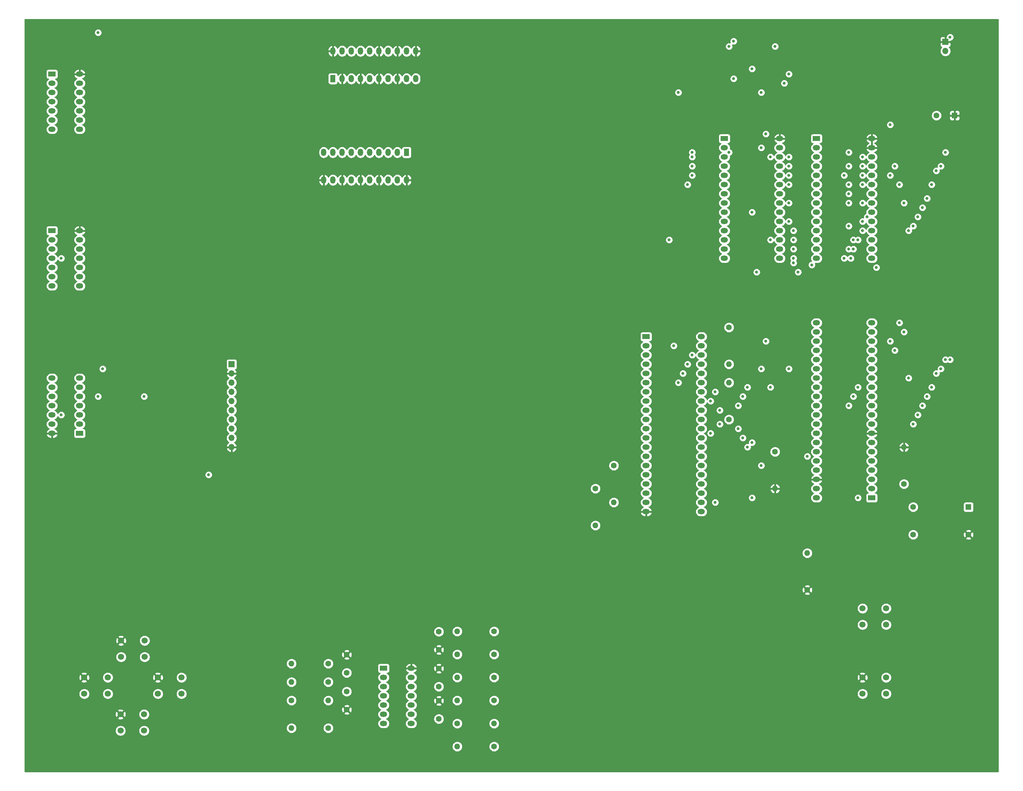
<source format=gbr>
G04 #@! TF.GenerationSoftware,KiCad,Pcbnew,(5.1.5-0)*
G04 #@! TF.CreationDate,2020-09-26T18:09:29-04:00*
G04 #@! TF.ProjectId,vectron_handheld_pcb,76656374-726f-46e5-9f68-616e6468656c,rev?*
G04 #@! TF.SameCoordinates,Original*
G04 #@! TF.FileFunction,Copper,L3,Inr*
G04 #@! TF.FilePolarity,Positive*
%FSLAX46Y46*%
G04 Gerber Fmt 4.6, Leading zero omitted, Abs format (unit mm)*
G04 Created by KiCad (PCBNEW (5.1.5-0)) date 2020-09-26 18:09:29*
%MOMM*%
%LPD*%
G04 APERTURE LIST*
%ADD10O,2.000000X1.440000*%
%ADD11R,2.000000X1.440000*%
%ADD12C,1.600000*%
%ADD13R,1.600000X1.600000*%
%ADD14O,1.440000X2.000000*%
%ADD15R,1.440000X2.000000*%
%ADD16C,1.700000*%
%ADD17O,1.600000X1.600000*%
%ADD18O,1.700000X1.700000*%
%ADD19R,1.700000X1.700000*%
%ADD20C,0.800000*%
%ADD21C,0.254000*%
G04 APERTURE END LIST*
D10*
X-16510000Y-19050000D03*
X-24130000Y-19050000D03*
X-16510000Y-16510000D03*
X-24130000Y-16510000D03*
X-16510000Y-13970000D03*
X-24130000Y-13970000D03*
X-16510000Y-11430000D03*
X-24130000Y-11430000D03*
X-16510000Y-8890000D03*
X-24130000Y-8890000D03*
X-16510000Y-6350000D03*
X-24130000Y-6350000D03*
X-16510000Y-3810000D03*
D11*
X-24130000Y-3810000D03*
D12*
X213360000Y-123190000D03*
X213360000Y-130810000D03*
X228600000Y-130810000D03*
D13*
X228600000Y-123190000D03*
D10*
X-16510000Y-62230000D03*
X-24130000Y-62230000D03*
X-16510000Y-59690000D03*
X-24130000Y-59690000D03*
X-16510000Y-57150000D03*
X-24130000Y-57150000D03*
X-16510000Y-54610000D03*
X-24130000Y-54610000D03*
X-16510000Y-52070000D03*
X-24130000Y-52070000D03*
X-16510000Y-49530000D03*
X-24130000Y-49530000D03*
X-16510000Y-46990000D03*
D11*
X-24130000Y-46990000D03*
D10*
X-24130000Y-87630000D03*
X-16510000Y-87630000D03*
X-24130000Y-90170000D03*
X-16510000Y-90170000D03*
X-24130000Y-92710000D03*
X-16510000Y-92710000D03*
X-24130000Y-95250000D03*
X-16510000Y-95250000D03*
X-24130000Y-97790000D03*
X-16510000Y-97790000D03*
X-24130000Y-100330000D03*
X-16510000Y-100330000D03*
X-24130000Y-102870000D03*
D11*
X-16510000Y-102870000D03*
D14*
X50800000Y-33020000D03*
X50800000Y-25400000D03*
X53340000Y-33020000D03*
X53340000Y-25400000D03*
X55880000Y-33020000D03*
X55880000Y-25400000D03*
X58420000Y-33020000D03*
X58420000Y-25400000D03*
X60960000Y-33020000D03*
X60960000Y-25400000D03*
X63500000Y-33020000D03*
X63500000Y-25400000D03*
X66040000Y-33020000D03*
X66040000Y-25400000D03*
X68580000Y-33020000D03*
X68580000Y-25400000D03*
X71120000Y-33020000D03*
X71120000Y-25400000D03*
X73660000Y-33020000D03*
D15*
X73660000Y-25400000D03*
D10*
X176530000Y-54610000D03*
X161290000Y-54610000D03*
X176530000Y-52070000D03*
X161290000Y-52070000D03*
X176530000Y-49530000D03*
X161290000Y-49530000D03*
X176530000Y-46990000D03*
X161290000Y-46990000D03*
X176530000Y-44450000D03*
X161290000Y-44450000D03*
X176530000Y-41910000D03*
X161290000Y-41910000D03*
X176530000Y-39370000D03*
X161290000Y-39370000D03*
X176530000Y-36830000D03*
X161290000Y-36830000D03*
X176530000Y-34290000D03*
X161290000Y-34290000D03*
X176530000Y-31750000D03*
X161290000Y-31750000D03*
X176530000Y-29210000D03*
X161290000Y-29210000D03*
X176530000Y-26670000D03*
X161290000Y-26670000D03*
X176530000Y-24130000D03*
X161290000Y-24130000D03*
X176530000Y-21590000D03*
D11*
X161290000Y-21590000D03*
D14*
X76200000Y2540000D03*
X76200000Y-5080000D03*
X73660000Y2540000D03*
X73660000Y-5080000D03*
X71120000Y2540000D03*
X71120000Y-5080000D03*
X68580000Y2540000D03*
X68580000Y-5080000D03*
X66040000Y2540000D03*
X66040000Y-5080000D03*
X63500000Y2540000D03*
X63500000Y-5080000D03*
X60960000Y2540000D03*
X60960000Y-5080000D03*
X58420000Y2540000D03*
X58420000Y-5080000D03*
X55880000Y2540000D03*
X55880000Y-5080000D03*
X53340000Y2540000D03*
D15*
X53340000Y-5080000D03*
D10*
X154940000Y-124460000D03*
X139700000Y-124460000D03*
X154940000Y-121920000D03*
X139700000Y-121920000D03*
X154940000Y-119380000D03*
X139700000Y-119380000D03*
X154940000Y-116840000D03*
X139700000Y-116840000D03*
X154940000Y-114300000D03*
X139700000Y-114300000D03*
X154940000Y-111760000D03*
X139700000Y-111760000D03*
X154940000Y-109220000D03*
X139700000Y-109220000D03*
X154940000Y-106680000D03*
X139700000Y-106680000D03*
X154940000Y-104140000D03*
X139700000Y-104140000D03*
X154940000Y-101600000D03*
X139700000Y-101600000D03*
X154940000Y-99060000D03*
X139700000Y-99060000D03*
X154940000Y-96520000D03*
X139700000Y-96520000D03*
X154940000Y-93980000D03*
X139700000Y-93980000D03*
X154940000Y-91440000D03*
X139700000Y-91440000D03*
X154940000Y-88900000D03*
X139700000Y-88900000D03*
X154940000Y-86360000D03*
X139700000Y-86360000D03*
X154940000Y-83820000D03*
X139700000Y-83820000D03*
X154940000Y-81280000D03*
X139700000Y-81280000D03*
X154940000Y-78740000D03*
X139700000Y-78740000D03*
X154940000Y-76200000D03*
D11*
X139700000Y-76200000D03*
D10*
X74930000Y-182880000D03*
X67310000Y-182880000D03*
X74930000Y-180340000D03*
X67310000Y-180340000D03*
X74930000Y-177800000D03*
X67310000Y-177800000D03*
X74930000Y-175260000D03*
X67310000Y-175260000D03*
X74930000Y-172720000D03*
X67310000Y-172720000D03*
X74930000Y-170180000D03*
X67310000Y-170180000D03*
X74930000Y-167640000D03*
D11*
X67310000Y-167640000D03*
D10*
X201930000Y-54610000D03*
X186690000Y-54610000D03*
X201930000Y-52070000D03*
X186690000Y-52070000D03*
X201930000Y-49530000D03*
X186690000Y-49530000D03*
X201930000Y-46990000D03*
X186690000Y-46990000D03*
X201930000Y-44450000D03*
X186690000Y-44450000D03*
X201930000Y-41910000D03*
X186690000Y-41910000D03*
X201930000Y-39370000D03*
X186690000Y-39370000D03*
X201930000Y-36830000D03*
X186690000Y-36830000D03*
X201930000Y-34290000D03*
X186690000Y-34290000D03*
X201930000Y-31750000D03*
X186690000Y-31750000D03*
X201930000Y-29210000D03*
X186690000Y-29210000D03*
X201930000Y-26670000D03*
X186690000Y-26670000D03*
X201930000Y-24130000D03*
X186690000Y-24130000D03*
X201930000Y-21590000D03*
D11*
X186690000Y-21590000D03*
D10*
X186690000Y-72390000D03*
X201930000Y-72390000D03*
X186690000Y-74930000D03*
X201930000Y-74930000D03*
X186690000Y-77470000D03*
X201930000Y-77470000D03*
X186690000Y-80010000D03*
X201930000Y-80010000D03*
X186690000Y-82550000D03*
X201930000Y-82550000D03*
X186690000Y-85090000D03*
X201930000Y-85090000D03*
X186690000Y-87630000D03*
X201930000Y-87630000D03*
X186690000Y-90170000D03*
X201930000Y-90170000D03*
X186690000Y-92710000D03*
X201930000Y-92710000D03*
X186690000Y-95250000D03*
X201930000Y-95250000D03*
X186690000Y-97790000D03*
X201930000Y-97790000D03*
X186690000Y-100330000D03*
X201930000Y-100330000D03*
X186690000Y-102870000D03*
X201930000Y-102870000D03*
X186690000Y-105410000D03*
X201930000Y-105410000D03*
X186690000Y-107950000D03*
X201930000Y-107950000D03*
X186690000Y-110490000D03*
X201930000Y-110490000D03*
X186690000Y-113030000D03*
X201930000Y-113030000D03*
X186690000Y-115570000D03*
X201930000Y-115570000D03*
X186690000Y-118110000D03*
X201930000Y-118110000D03*
X186690000Y-120650000D03*
D11*
X201930000Y-120650000D03*
D16*
X199390000Y-170180000D03*
X205890000Y-170180000D03*
X199390000Y-174680000D03*
X205890000Y-174680000D03*
X5080000Y-170180000D03*
X11580000Y-170180000D03*
X5080000Y-174680000D03*
X11580000Y-174680000D03*
X-5230000Y-180340000D03*
X1270000Y-180340000D03*
X-5230000Y-184840000D03*
X1270000Y-184840000D03*
X-5080000Y-160020000D03*
X1420000Y-160020000D03*
X-5080000Y-164520000D03*
X1420000Y-164520000D03*
X-15240000Y-170180000D03*
X-8740000Y-170180000D03*
X-15240000Y-174680000D03*
X-8740000Y-174680000D03*
X199390000Y-151130000D03*
X205890000Y-151130000D03*
X199390000Y-155630000D03*
X205890000Y-155630000D03*
D17*
X87630000Y-157480000D03*
D12*
X97790000Y-157480000D03*
D17*
X87630000Y-170180000D03*
D12*
X97790000Y-170180000D03*
D17*
X87630000Y-189230000D03*
D12*
X97790000Y-189230000D03*
D17*
X87630000Y-176530000D03*
D12*
X97790000Y-176530000D03*
D17*
X87630000Y-163830000D03*
D12*
X97790000Y-163830000D03*
D17*
X125730000Y-128270000D03*
D12*
X125730000Y-118110000D03*
D17*
X130810000Y-121920000D03*
D12*
X130810000Y-111760000D03*
D17*
X162560000Y-88900000D03*
D12*
X162560000Y-99060000D03*
D17*
X162560000Y-83820000D03*
D12*
X162560000Y-73660000D03*
D17*
X52070000Y-176530000D03*
D12*
X41910000Y-176530000D03*
D17*
X41910000Y-166370000D03*
D12*
X52070000Y-166370000D03*
D17*
X41910000Y-184150000D03*
D12*
X52070000Y-184150000D03*
D17*
X41910000Y-171450000D03*
D12*
X52070000Y-171450000D03*
D17*
X97790000Y-182880000D03*
D12*
X87630000Y-182880000D03*
D17*
X184150000Y-135890000D03*
D12*
X184150000Y-146050000D03*
D17*
X175260000Y-118110000D03*
D12*
X175260000Y-107950000D03*
D17*
X210820000Y-106680000D03*
D12*
X210820000Y-116840000D03*
D18*
X25400000Y-106680000D03*
X25400000Y-104140000D03*
X25400000Y-101600000D03*
X25400000Y-99060000D03*
X25400000Y-96520000D03*
X25400000Y-93980000D03*
X25400000Y-91440000D03*
X25400000Y-88900000D03*
X25400000Y-86360000D03*
D19*
X25400000Y-83820000D03*
D12*
X219790000Y-15240000D03*
D13*
X224790000Y-15240000D03*
D12*
X82550000Y-157560000D03*
X82550000Y-162560000D03*
X57150000Y-174070000D03*
X57150000Y-179070000D03*
X82550000Y-167720000D03*
X82550000Y-172720000D03*
X57150000Y-163910000D03*
X57150000Y-168910000D03*
X82550000Y-176610000D03*
X82550000Y-181610000D03*
D18*
X222250000Y2540000D03*
D19*
X222250000Y5080000D03*
D20*
X163830000Y-5080000D03*
X158750000Y-91440000D03*
X158750000Y-121920000D03*
X147320000Y-78740000D03*
X198120000Y-120650000D03*
X209550000Y-34290000D03*
X209550000Y-72390000D03*
X199390000Y-34290000D03*
X179070000Y-34290000D03*
X177800000Y-6350000D03*
X162560000Y3810000D03*
X181610000Y-58420000D03*
X180340000Y-55880000D03*
X210820000Y-39370000D03*
X210820000Y-74930000D03*
X199390000Y-39370000D03*
X179070000Y-39370000D03*
X179070000Y-3810000D03*
X179070000Y-26670000D03*
X199390000Y-26670000D03*
X173990000Y-26670000D03*
X172720000Y-77470000D03*
X175260000Y3810000D03*
X207010000Y-31750000D03*
X207010000Y-77470000D03*
X179070000Y-31750000D03*
X199390000Y-31750000D03*
X207010000Y-17780000D03*
X163830000Y5260001D03*
X170180000Y-58420000D03*
X172720000Y-20320000D03*
X208280000Y-29210000D03*
X208280000Y-80010000D03*
X179070000Y-29210000D03*
X199390000Y-29210000D03*
X223524265Y6354265D03*
X223520000Y-82550000D03*
X-11430000Y-92710000D03*
X-11430000Y7620000D03*
X222250000Y-82550000D03*
X222250000Y-25400000D03*
X195580000Y-25400000D03*
X152400000Y-26670000D03*
X199390000Y-44450000D03*
X179070000Y-44450000D03*
X179070000Y-85090000D03*
X171450000Y-111760000D03*
X171450000Y-85090000D03*
X220980000Y-85090000D03*
X220980000Y-29210000D03*
X195580000Y-29210000D03*
X152400000Y-29210000D03*
X212090000Y-46990000D03*
X212090000Y-87630000D03*
X180340000Y-46990000D03*
X199390000Y-46990000D03*
X184150000Y-109220000D03*
X219710000Y-86360000D03*
X219710000Y-30480000D03*
X194310000Y-31750000D03*
X152400000Y-31750000D03*
X198120000Y-49530000D03*
X198120000Y-90170000D03*
X173990000Y-90170000D03*
X173990000Y-49530000D03*
X180340000Y-49530000D03*
X196850000Y-49530000D03*
X167640000Y-106680000D03*
X167640000Y-90170000D03*
X218440000Y-90170000D03*
X218440000Y-34290000D03*
X195580000Y-34290000D03*
X151130000Y-34290000D03*
X196850000Y-52070000D03*
X196850000Y-92710000D03*
X180340000Y-52070000D03*
X195580000Y-52070000D03*
X166370000Y-104140000D03*
X166370000Y-92710000D03*
X217170000Y-92710000D03*
X217170000Y-38100000D03*
X195580000Y-36830000D03*
X148590000Y-88900000D03*
X196125000Y-54610000D03*
X195580000Y-95250000D03*
X180340000Y-54610000D03*
X194310000Y-54610000D03*
X165100000Y-101600000D03*
X165100000Y-95250000D03*
X215900000Y-95250000D03*
X215900000Y-40640000D03*
X195580000Y-39370000D03*
X149860000Y-86360000D03*
X185407507Y-56425000D03*
X214630000Y-97790000D03*
X214630000Y-43180000D03*
X200660000Y-43180000D03*
X151130000Y-83820000D03*
X160020000Y-96520000D03*
X160020000Y-100330000D03*
X213360000Y-100330000D03*
X213360000Y-45720000D03*
X195580000Y-45720000D03*
X152400000Y-81280000D03*
X157480000Y-93980000D03*
X157480000Y-102870000D03*
X168910000Y-120650000D03*
X168910000Y-105410000D03*
X19050000Y-114300000D03*
X-10160000Y-85090000D03*
X146050000Y-49530000D03*
X203200000Y-57150000D03*
X168910000Y-2359999D03*
X168910000Y-41910000D03*
X152400000Y-25400000D03*
X162560000Y-25400000D03*
X1270000Y-92710000D03*
X148590000Y-8890000D03*
X171450000Y-8890000D03*
X171450000Y-24130000D03*
X-21590000Y-54610000D03*
X-21590000Y-97790000D03*
D21*
G36*
X236805001Y-196165000D02*
G01*
X-31623000Y-196165000D01*
X-31623000Y-189088665D01*
X86195000Y-189088665D01*
X86195000Y-189371335D01*
X86250147Y-189648574D01*
X86358320Y-189909727D01*
X86515363Y-190144759D01*
X86715241Y-190344637D01*
X86950273Y-190501680D01*
X87211426Y-190609853D01*
X87488665Y-190665000D01*
X87771335Y-190665000D01*
X88048574Y-190609853D01*
X88309727Y-190501680D01*
X88544759Y-190344637D01*
X88744637Y-190144759D01*
X88901680Y-189909727D01*
X89009853Y-189648574D01*
X89065000Y-189371335D01*
X89065000Y-189088665D01*
X96355000Y-189088665D01*
X96355000Y-189371335D01*
X96410147Y-189648574D01*
X96518320Y-189909727D01*
X96675363Y-190144759D01*
X96875241Y-190344637D01*
X97110273Y-190501680D01*
X97371426Y-190609853D01*
X97648665Y-190665000D01*
X97931335Y-190665000D01*
X98208574Y-190609853D01*
X98469727Y-190501680D01*
X98704759Y-190344637D01*
X98904637Y-190144759D01*
X99061680Y-189909727D01*
X99169853Y-189648574D01*
X99225000Y-189371335D01*
X99225000Y-189088665D01*
X99169853Y-188811426D01*
X99061680Y-188550273D01*
X98904637Y-188315241D01*
X98704759Y-188115363D01*
X98469727Y-187958320D01*
X98208574Y-187850147D01*
X97931335Y-187795000D01*
X97648665Y-187795000D01*
X97371426Y-187850147D01*
X97110273Y-187958320D01*
X96875241Y-188115363D01*
X96675363Y-188315241D01*
X96518320Y-188550273D01*
X96410147Y-188811426D01*
X96355000Y-189088665D01*
X89065000Y-189088665D01*
X89009853Y-188811426D01*
X88901680Y-188550273D01*
X88744637Y-188315241D01*
X88544759Y-188115363D01*
X88309727Y-187958320D01*
X88048574Y-187850147D01*
X87771335Y-187795000D01*
X87488665Y-187795000D01*
X87211426Y-187850147D01*
X86950273Y-187958320D01*
X86715241Y-188115363D01*
X86515363Y-188315241D01*
X86358320Y-188550273D01*
X86250147Y-188811426D01*
X86195000Y-189088665D01*
X-31623000Y-189088665D01*
X-31623000Y-184693740D01*
X-6715000Y-184693740D01*
X-6715000Y-184986260D01*
X-6657932Y-185273158D01*
X-6545990Y-185543411D01*
X-6383475Y-185786632D01*
X-6176632Y-185993475D01*
X-5933411Y-186155990D01*
X-5663158Y-186267932D01*
X-5376260Y-186325000D01*
X-5083740Y-186325000D01*
X-4796842Y-186267932D01*
X-4526589Y-186155990D01*
X-4283368Y-185993475D01*
X-4076525Y-185786632D01*
X-3914010Y-185543411D01*
X-3802068Y-185273158D01*
X-3745000Y-184986260D01*
X-3745000Y-184693740D01*
X-215000Y-184693740D01*
X-215000Y-184986260D01*
X-157932Y-185273158D01*
X-45990Y-185543411D01*
X116525Y-185786632D01*
X323368Y-185993475D01*
X566589Y-186155990D01*
X836842Y-186267932D01*
X1123740Y-186325000D01*
X1416260Y-186325000D01*
X1703158Y-186267932D01*
X1973411Y-186155990D01*
X2216632Y-185993475D01*
X2423475Y-185786632D01*
X2585990Y-185543411D01*
X2697932Y-185273158D01*
X2755000Y-184986260D01*
X2755000Y-184693740D01*
X2697932Y-184406842D01*
X2585990Y-184136589D01*
X2500514Y-184008665D01*
X40475000Y-184008665D01*
X40475000Y-184291335D01*
X40530147Y-184568574D01*
X40638320Y-184829727D01*
X40795363Y-185064759D01*
X40995241Y-185264637D01*
X41230273Y-185421680D01*
X41491426Y-185529853D01*
X41768665Y-185585000D01*
X42051335Y-185585000D01*
X42328574Y-185529853D01*
X42589727Y-185421680D01*
X42824759Y-185264637D01*
X43024637Y-185064759D01*
X43181680Y-184829727D01*
X43289853Y-184568574D01*
X43345000Y-184291335D01*
X43345000Y-184008665D01*
X50635000Y-184008665D01*
X50635000Y-184291335D01*
X50690147Y-184568574D01*
X50798320Y-184829727D01*
X50955363Y-185064759D01*
X51155241Y-185264637D01*
X51390273Y-185421680D01*
X51651426Y-185529853D01*
X51928665Y-185585000D01*
X52211335Y-185585000D01*
X52488574Y-185529853D01*
X52749727Y-185421680D01*
X52984759Y-185264637D01*
X53184637Y-185064759D01*
X53341680Y-184829727D01*
X53449853Y-184568574D01*
X53505000Y-184291335D01*
X53505000Y-184008665D01*
X53449853Y-183731426D01*
X53341680Y-183470273D01*
X53184637Y-183235241D01*
X52984759Y-183035363D01*
X52749727Y-182878320D01*
X52488574Y-182770147D01*
X52211335Y-182715000D01*
X51928665Y-182715000D01*
X51651426Y-182770147D01*
X51390273Y-182878320D01*
X51155241Y-183035363D01*
X50955363Y-183235241D01*
X50798320Y-183470273D01*
X50690147Y-183731426D01*
X50635000Y-184008665D01*
X43345000Y-184008665D01*
X43289853Y-183731426D01*
X43181680Y-183470273D01*
X43024637Y-183235241D01*
X42824759Y-183035363D01*
X42589727Y-182878320D01*
X42328574Y-182770147D01*
X42051335Y-182715000D01*
X41768665Y-182715000D01*
X41491426Y-182770147D01*
X41230273Y-182878320D01*
X40995241Y-183035363D01*
X40795363Y-183235241D01*
X40638320Y-183470273D01*
X40530147Y-183731426D01*
X40475000Y-184008665D01*
X2500514Y-184008665D01*
X2423475Y-183893368D01*
X2216632Y-183686525D01*
X1973411Y-183524010D01*
X1703158Y-183412068D01*
X1416260Y-183355000D01*
X1123740Y-183355000D01*
X836842Y-183412068D01*
X566589Y-183524010D01*
X323368Y-183686525D01*
X116525Y-183893368D01*
X-45990Y-184136589D01*
X-157932Y-184406842D01*
X-215000Y-184693740D01*
X-3745000Y-184693740D01*
X-3802068Y-184406842D01*
X-3914010Y-184136589D01*
X-4076525Y-183893368D01*
X-4283368Y-183686525D01*
X-4526589Y-183524010D01*
X-4796842Y-183412068D01*
X-5083740Y-183355000D01*
X-5376260Y-183355000D01*
X-5663158Y-183412068D01*
X-5933411Y-183524010D01*
X-6176632Y-183686525D01*
X-6383475Y-183893368D01*
X-6545990Y-184136589D01*
X-6657932Y-184406842D01*
X-6715000Y-184693740D01*
X-31623000Y-184693740D01*
X-31623000Y-181368397D01*
X-6078792Y-181368397D01*
X-6001157Y-181617472D01*
X-5737117Y-181743371D01*
X-5453589Y-181815339D01*
X-5161469Y-181830611D01*
X-4871981Y-181788599D01*
X-4596253Y-181690919D01*
X-4458843Y-181617472D01*
X-4381208Y-181368397D01*
X-5230000Y-180519605D01*
X-6078792Y-181368397D01*
X-31623000Y-181368397D01*
X-31623000Y-180408531D01*
X-6720611Y-180408531D01*
X-6678599Y-180698019D01*
X-6580919Y-180973747D01*
X-6507472Y-181111157D01*
X-6258397Y-181188792D01*
X-5409605Y-180340000D01*
X-5050395Y-180340000D01*
X-4201603Y-181188792D01*
X-3952528Y-181111157D01*
X-3826629Y-180847117D01*
X-3754661Y-180563589D01*
X-3739389Y-180271469D01*
X-3750669Y-180193740D01*
X-215000Y-180193740D01*
X-215000Y-180486260D01*
X-157932Y-180773158D01*
X-45990Y-181043411D01*
X116525Y-181286632D01*
X323368Y-181493475D01*
X566589Y-181655990D01*
X836842Y-181767932D01*
X1123740Y-181825000D01*
X1416260Y-181825000D01*
X1703158Y-181767932D01*
X1973411Y-181655990D01*
X2216632Y-181493475D01*
X2423475Y-181286632D01*
X2585990Y-181043411D01*
X2697932Y-180773158D01*
X2755000Y-180486260D01*
X2755000Y-180193740D01*
X2728935Y-180062702D01*
X56336903Y-180062702D01*
X56408486Y-180306671D01*
X56663996Y-180427571D01*
X56938184Y-180496300D01*
X57220512Y-180510217D01*
X57500130Y-180468787D01*
X57766292Y-180373603D01*
X57891514Y-180306671D01*
X57963097Y-180062702D01*
X57150000Y-179249605D01*
X56336903Y-180062702D01*
X2728935Y-180062702D01*
X2697932Y-179906842D01*
X2585990Y-179636589D01*
X2423475Y-179393368D01*
X2216632Y-179186525D01*
X2147769Y-179140512D01*
X55709783Y-179140512D01*
X55751213Y-179420130D01*
X55846397Y-179686292D01*
X55913329Y-179811514D01*
X56157298Y-179883097D01*
X56970395Y-179070000D01*
X57329605Y-179070000D01*
X58142702Y-179883097D01*
X58386671Y-179811514D01*
X58507571Y-179556004D01*
X58576300Y-179281816D01*
X58590217Y-178999488D01*
X58548787Y-178719870D01*
X58453603Y-178453708D01*
X58386671Y-178328486D01*
X58142702Y-178256903D01*
X57329605Y-179070000D01*
X56970395Y-179070000D01*
X56157298Y-178256903D01*
X55913329Y-178328486D01*
X55792429Y-178583996D01*
X55723700Y-178858184D01*
X55709783Y-179140512D01*
X2147769Y-179140512D01*
X1973411Y-179024010D01*
X1703158Y-178912068D01*
X1416260Y-178855000D01*
X1123740Y-178855000D01*
X836842Y-178912068D01*
X566589Y-179024010D01*
X323368Y-179186525D01*
X116525Y-179393368D01*
X-45990Y-179636589D01*
X-157932Y-179906842D01*
X-215000Y-180193740D01*
X-3750669Y-180193740D01*
X-3781401Y-179981981D01*
X-3879081Y-179706253D01*
X-3952528Y-179568843D01*
X-4201603Y-179491208D01*
X-5050395Y-180340000D01*
X-5409605Y-180340000D01*
X-6258397Y-179491208D01*
X-6507472Y-179568843D01*
X-6633371Y-179832883D01*
X-6705339Y-180116411D01*
X-6720611Y-180408531D01*
X-31623000Y-180408531D01*
X-31623000Y-179311603D01*
X-6078792Y-179311603D01*
X-5230000Y-180160395D01*
X-4381208Y-179311603D01*
X-4458843Y-179062528D01*
X-4722883Y-178936629D01*
X-5006411Y-178864661D01*
X-5298531Y-178849389D01*
X-5588019Y-178891401D01*
X-5863747Y-178989081D01*
X-6001157Y-179062528D01*
X-6078792Y-179311603D01*
X-31623000Y-179311603D01*
X-31623000Y-178077298D01*
X56336903Y-178077298D01*
X57150000Y-178890395D01*
X57963097Y-178077298D01*
X57891514Y-177833329D01*
X57636004Y-177712429D01*
X57361816Y-177643700D01*
X57079488Y-177629783D01*
X56799870Y-177671213D01*
X56533708Y-177766397D01*
X56408486Y-177833329D01*
X56336903Y-178077298D01*
X-31623000Y-178077298D01*
X-31623000Y-176388665D01*
X40475000Y-176388665D01*
X40475000Y-176671335D01*
X40530147Y-176948574D01*
X40638320Y-177209727D01*
X40795363Y-177444759D01*
X40995241Y-177644637D01*
X41230273Y-177801680D01*
X41491426Y-177909853D01*
X41768665Y-177965000D01*
X42051335Y-177965000D01*
X42328574Y-177909853D01*
X42589727Y-177801680D01*
X42824759Y-177644637D01*
X43024637Y-177444759D01*
X43181680Y-177209727D01*
X43289853Y-176948574D01*
X43345000Y-176671335D01*
X43345000Y-176388665D01*
X50635000Y-176388665D01*
X50635000Y-176671335D01*
X50690147Y-176948574D01*
X50798320Y-177209727D01*
X50955363Y-177444759D01*
X51155241Y-177644637D01*
X51390273Y-177801680D01*
X51651426Y-177909853D01*
X51928665Y-177965000D01*
X52211335Y-177965000D01*
X52488574Y-177909853D01*
X52749727Y-177801680D01*
X52984759Y-177644637D01*
X53184637Y-177444759D01*
X53341680Y-177209727D01*
X53449853Y-176948574D01*
X53505000Y-176671335D01*
X53505000Y-176388665D01*
X53449853Y-176111426D01*
X53341680Y-175850273D01*
X53184637Y-175615241D01*
X52984759Y-175415363D01*
X52749727Y-175258320D01*
X52488574Y-175150147D01*
X52211335Y-175095000D01*
X51928665Y-175095000D01*
X51651426Y-175150147D01*
X51390273Y-175258320D01*
X51155241Y-175415363D01*
X50955363Y-175615241D01*
X50798320Y-175850273D01*
X50690147Y-176111426D01*
X50635000Y-176388665D01*
X43345000Y-176388665D01*
X43289853Y-176111426D01*
X43181680Y-175850273D01*
X43024637Y-175615241D01*
X42824759Y-175415363D01*
X42589727Y-175258320D01*
X42328574Y-175150147D01*
X42051335Y-175095000D01*
X41768665Y-175095000D01*
X41491426Y-175150147D01*
X41230273Y-175258320D01*
X40995241Y-175415363D01*
X40795363Y-175615241D01*
X40638320Y-175850273D01*
X40530147Y-176111426D01*
X40475000Y-176388665D01*
X-31623000Y-176388665D01*
X-31623000Y-174533740D01*
X-16725000Y-174533740D01*
X-16725000Y-174826260D01*
X-16667932Y-175113158D01*
X-16555990Y-175383411D01*
X-16393475Y-175626632D01*
X-16186632Y-175833475D01*
X-15943411Y-175995990D01*
X-15673158Y-176107932D01*
X-15386260Y-176165000D01*
X-15093740Y-176165000D01*
X-14806842Y-176107932D01*
X-14536589Y-175995990D01*
X-14293368Y-175833475D01*
X-14086525Y-175626632D01*
X-13924010Y-175383411D01*
X-13812068Y-175113158D01*
X-13755000Y-174826260D01*
X-13755000Y-174533740D01*
X-10225000Y-174533740D01*
X-10225000Y-174826260D01*
X-10167932Y-175113158D01*
X-10055990Y-175383411D01*
X-9893475Y-175626632D01*
X-9686632Y-175833475D01*
X-9443411Y-175995990D01*
X-9173158Y-176107932D01*
X-8886260Y-176165000D01*
X-8593740Y-176165000D01*
X-8306842Y-176107932D01*
X-8036589Y-175995990D01*
X-7793368Y-175833475D01*
X-7586525Y-175626632D01*
X-7424010Y-175383411D01*
X-7312068Y-175113158D01*
X-7255000Y-174826260D01*
X-7255000Y-174533740D01*
X3595000Y-174533740D01*
X3595000Y-174826260D01*
X3652068Y-175113158D01*
X3764010Y-175383411D01*
X3926525Y-175626632D01*
X4133368Y-175833475D01*
X4376589Y-175995990D01*
X4646842Y-176107932D01*
X4933740Y-176165000D01*
X5226260Y-176165000D01*
X5513158Y-176107932D01*
X5783411Y-175995990D01*
X6026632Y-175833475D01*
X6233475Y-175626632D01*
X6395990Y-175383411D01*
X6507932Y-175113158D01*
X6565000Y-174826260D01*
X6565000Y-174533740D01*
X10095000Y-174533740D01*
X10095000Y-174826260D01*
X10152068Y-175113158D01*
X10264010Y-175383411D01*
X10426525Y-175626632D01*
X10633368Y-175833475D01*
X10876589Y-175995990D01*
X11146842Y-176107932D01*
X11433740Y-176165000D01*
X11726260Y-176165000D01*
X12013158Y-176107932D01*
X12283411Y-175995990D01*
X12526632Y-175833475D01*
X12733475Y-175626632D01*
X12895990Y-175383411D01*
X13007932Y-175113158D01*
X13065000Y-174826260D01*
X13065000Y-174533740D01*
X13007932Y-174246842D01*
X12895990Y-173976589D01*
X12863969Y-173928665D01*
X55715000Y-173928665D01*
X55715000Y-174211335D01*
X55770147Y-174488574D01*
X55878320Y-174749727D01*
X56035363Y-174984759D01*
X56235241Y-175184637D01*
X56470273Y-175341680D01*
X56731426Y-175449853D01*
X57008665Y-175505000D01*
X57291335Y-175505000D01*
X57568574Y-175449853D01*
X57829727Y-175341680D01*
X58064759Y-175184637D01*
X58264637Y-174984759D01*
X58421680Y-174749727D01*
X58529853Y-174488574D01*
X58585000Y-174211335D01*
X58585000Y-173928665D01*
X58529853Y-173651426D01*
X58421680Y-173390273D01*
X58264637Y-173155241D01*
X58064759Y-172955363D01*
X57829727Y-172798320D01*
X57568574Y-172690147D01*
X57291335Y-172635000D01*
X57008665Y-172635000D01*
X56731426Y-172690147D01*
X56470273Y-172798320D01*
X56235241Y-172955363D01*
X56035363Y-173155241D01*
X55878320Y-173390273D01*
X55770147Y-173651426D01*
X55715000Y-173928665D01*
X12863969Y-173928665D01*
X12733475Y-173733368D01*
X12526632Y-173526525D01*
X12283411Y-173364010D01*
X12013158Y-173252068D01*
X11726260Y-173195000D01*
X11433740Y-173195000D01*
X11146842Y-173252068D01*
X10876589Y-173364010D01*
X10633368Y-173526525D01*
X10426525Y-173733368D01*
X10264010Y-173976589D01*
X10152068Y-174246842D01*
X10095000Y-174533740D01*
X6565000Y-174533740D01*
X6507932Y-174246842D01*
X6395990Y-173976589D01*
X6233475Y-173733368D01*
X6026632Y-173526525D01*
X5783411Y-173364010D01*
X5513158Y-173252068D01*
X5226260Y-173195000D01*
X4933740Y-173195000D01*
X4646842Y-173252068D01*
X4376589Y-173364010D01*
X4133368Y-173526525D01*
X3926525Y-173733368D01*
X3764010Y-173976589D01*
X3652068Y-174246842D01*
X3595000Y-174533740D01*
X-7255000Y-174533740D01*
X-7312068Y-174246842D01*
X-7424010Y-173976589D01*
X-7586525Y-173733368D01*
X-7793368Y-173526525D01*
X-8036589Y-173364010D01*
X-8306842Y-173252068D01*
X-8593740Y-173195000D01*
X-8886260Y-173195000D01*
X-9173158Y-173252068D01*
X-9443411Y-173364010D01*
X-9686632Y-173526525D01*
X-9893475Y-173733368D01*
X-10055990Y-173976589D01*
X-10167932Y-174246842D01*
X-10225000Y-174533740D01*
X-13755000Y-174533740D01*
X-13812068Y-174246842D01*
X-13924010Y-173976589D01*
X-14086525Y-173733368D01*
X-14293368Y-173526525D01*
X-14536589Y-173364010D01*
X-14806842Y-173252068D01*
X-15093740Y-173195000D01*
X-15386260Y-173195000D01*
X-15673158Y-173252068D01*
X-15943411Y-173364010D01*
X-16186632Y-173526525D01*
X-16393475Y-173733368D01*
X-16555990Y-173976589D01*
X-16667932Y-174246842D01*
X-16725000Y-174533740D01*
X-31623000Y-174533740D01*
X-31623000Y-171208397D01*
X-16088792Y-171208397D01*
X-16011157Y-171457472D01*
X-15747117Y-171583371D01*
X-15463589Y-171655339D01*
X-15171469Y-171670611D01*
X-14881981Y-171628599D01*
X-14606253Y-171530919D01*
X-14468843Y-171457472D01*
X-14391208Y-171208397D01*
X-15240000Y-170359605D01*
X-16088792Y-171208397D01*
X-31623000Y-171208397D01*
X-31623000Y-170248531D01*
X-16730611Y-170248531D01*
X-16688599Y-170538019D01*
X-16590919Y-170813747D01*
X-16517472Y-170951157D01*
X-16268397Y-171028792D01*
X-15419605Y-170180000D01*
X-15060395Y-170180000D01*
X-14211603Y-171028792D01*
X-13962528Y-170951157D01*
X-13836629Y-170687117D01*
X-13764661Y-170403589D01*
X-13749389Y-170111469D01*
X-13760669Y-170033740D01*
X-10225000Y-170033740D01*
X-10225000Y-170326260D01*
X-10167932Y-170613158D01*
X-10055990Y-170883411D01*
X-9893475Y-171126632D01*
X-9686632Y-171333475D01*
X-9443411Y-171495990D01*
X-9173158Y-171607932D01*
X-8886260Y-171665000D01*
X-8593740Y-171665000D01*
X-8306842Y-171607932D01*
X-8036589Y-171495990D01*
X-7793368Y-171333475D01*
X-7668290Y-171208397D01*
X4231208Y-171208397D01*
X4308843Y-171457472D01*
X4572883Y-171583371D01*
X4856411Y-171655339D01*
X5148531Y-171670611D01*
X5438019Y-171628599D01*
X5713747Y-171530919D01*
X5851157Y-171457472D01*
X5928792Y-171208397D01*
X5080000Y-170359605D01*
X4231208Y-171208397D01*
X-7668290Y-171208397D01*
X-7586525Y-171126632D01*
X-7424010Y-170883411D01*
X-7312068Y-170613158D01*
X-7255000Y-170326260D01*
X-7255000Y-170248531D01*
X3589389Y-170248531D01*
X3631401Y-170538019D01*
X3729081Y-170813747D01*
X3802528Y-170951157D01*
X4051603Y-171028792D01*
X4900395Y-170180000D01*
X5259605Y-170180000D01*
X6108397Y-171028792D01*
X6357472Y-170951157D01*
X6483371Y-170687117D01*
X6555339Y-170403589D01*
X6570611Y-170111469D01*
X6559331Y-170033740D01*
X10095000Y-170033740D01*
X10095000Y-170326260D01*
X10152068Y-170613158D01*
X10264010Y-170883411D01*
X10426525Y-171126632D01*
X10633368Y-171333475D01*
X10876589Y-171495990D01*
X11146842Y-171607932D01*
X11433740Y-171665000D01*
X11726260Y-171665000D01*
X12013158Y-171607932D01*
X12283411Y-171495990D01*
X12526632Y-171333475D01*
X12551442Y-171308665D01*
X40475000Y-171308665D01*
X40475000Y-171591335D01*
X40530147Y-171868574D01*
X40638320Y-172129727D01*
X40795363Y-172364759D01*
X40995241Y-172564637D01*
X41230273Y-172721680D01*
X41491426Y-172829853D01*
X41768665Y-172885000D01*
X42051335Y-172885000D01*
X42328574Y-172829853D01*
X42589727Y-172721680D01*
X42824759Y-172564637D01*
X43024637Y-172364759D01*
X43181680Y-172129727D01*
X43289853Y-171868574D01*
X43345000Y-171591335D01*
X43345000Y-171308665D01*
X50635000Y-171308665D01*
X50635000Y-171591335D01*
X50690147Y-171868574D01*
X50798320Y-172129727D01*
X50955363Y-172364759D01*
X51155241Y-172564637D01*
X51390273Y-172721680D01*
X51651426Y-172829853D01*
X51928665Y-172885000D01*
X52211335Y-172885000D01*
X52488574Y-172829853D01*
X52749727Y-172721680D01*
X52984759Y-172564637D01*
X53184637Y-172364759D01*
X53341680Y-172129727D01*
X53449853Y-171868574D01*
X53505000Y-171591335D01*
X53505000Y-171308665D01*
X53449853Y-171031426D01*
X53341680Y-170770273D01*
X53184637Y-170535241D01*
X52984759Y-170335363D01*
X52749727Y-170178320D01*
X52488574Y-170070147D01*
X52211335Y-170015000D01*
X51928665Y-170015000D01*
X51651426Y-170070147D01*
X51390273Y-170178320D01*
X51155241Y-170335363D01*
X50955363Y-170535241D01*
X50798320Y-170770273D01*
X50690147Y-171031426D01*
X50635000Y-171308665D01*
X43345000Y-171308665D01*
X43289853Y-171031426D01*
X43181680Y-170770273D01*
X43024637Y-170535241D01*
X42824759Y-170335363D01*
X42589727Y-170178320D01*
X42328574Y-170070147D01*
X42051335Y-170015000D01*
X41768665Y-170015000D01*
X41491426Y-170070147D01*
X41230273Y-170178320D01*
X40995241Y-170335363D01*
X40795363Y-170535241D01*
X40638320Y-170770273D01*
X40530147Y-171031426D01*
X40475000Y-171308665D01*
X12551442Y-171308665D01*
X12733475Y-171126632D01*
X12895990Y-170883411D01*
X13007932Y-170613158D01*
X13065000Y-170326260D01*
X13065000Y-170033740D01*
X13007932Y-169746842D01*
X12895990Y-169476589D01*
X12733475Y-169233368D01*
X12526632Y-169026525D01*
X12283411Y-168864010D01*
X12053227Y-168768665D01*
X55715000Y-168768665D01*
X55715000Y-169051335D01*
X55770147Y-169328574D01*
X55878320Y-169589727D01*
X56035363Y-169824759D01*
X56235241Y-170024637D01*
X56470273Y-170181680D01*
X56731426Y-170289853D01*
X57008665Y-170345000D01*
X57291335Y-170345000D01*
X57568574Y-170289853D01*
X57829727Y-170181680D01*
X57832241Y-170180000D01*
X65668444Y-170180000D01*
X65694606Y-170445626D01*
X65772086Y-170701045D01*
X65897908Y-170936440D01*
X66067235Y-171142765D01*
X66273560Y-171312092D01*
X66508955Y-171437914D01*
X66548797Y-171450000D01*
X66508955Y-171462086D01*
X66273560Y-171587908D01*
X66067235Y-171757235D01*
X65897908Y-171963560D01*
X65772086Y-172198955D01*
X65694606Y-172454374D01*
X65668444Y-172720000D01*
X65694606Y-172985626D01*
X65772086Y-173241045D01*
X65897908Y-173476440D01*
X66067235Y-173682765D01*
X66273560Y-173852092D01*
X66508955Y-173977914D01*
X66548797Y-173990000D01*
X66508955Y-174002086D01*
X66273560Y-174127908D01*
X66067235Y-174297235D01*
X65897908Y-174503560D01*
X65772086Y-174738955D01*
X65694606Y-174994374D01*
X65668444Y-175260000D01*
X65694606Y-175525626D01*
X65772086Y-175781045D01*
X65897908Y-176016440D01*
X66067235Y-176222765D01*
X66273560Y-176392092D01*
X66508955Y-176517914D01*
X66548797Y-176530000D01*
X66508955Y-176542086D01*
X66273560Y-176667908D01*
X66067235Y-176837235D01*
X65897908Y-177043560D01*
X65772086Y-177278955D01*
X65694606Y-177534374D01*
X65668444Y-177800000D01*
X65694606Y-178065626D01*
X65772086Y-178321045D01*
X65897908Y-178556440D01*
X66067235Y-178762765D01*
X66273560Y-178932092D01*
X66508955Y-179057914D01*
X66548797Y-179070000D01*
X66508955Y-179082086D01*
X66273560Y-179207908D01*
X66067235Y-179377235D01*
X65897908Y-179583560D01*
X65772086Y-179818955D01*
X65694606Y-180074374D01*
X65668444Y-180340000D01*
X65694606Y-180605626D01*
X65772086Y-180861045D01*
X65897908Y-181096440D01*
X66067235Y-181302765D01*
X66273560Y-181472092D01*
X66508955Y-181597914D01*
X66548797Y-181610000D01*
X66508955Y-181622086D01*
X66273560Y-181747908D01*
X66067235Y-181917235D01*
X65897908Y-182123560D01*
X65772086Y-182358955D01*
X65694606Y-182614374D01*
X65668444Y-182880000D01*
X65694606Y-183145626D01*
X65772086Y-183401045D01*
X65897908Y-183636440D01*
X66067235Y-183842765D01*
X66273560Y-184012092D01*
X66508955Y-184137914D01*
X66764374Y-184215394D01*
X66963436Y-184235000D01*
X67656564Y-184235000D01*
X67855626Y-184215394D01*
X68111045Y-184137914D01*
X68346440Y-184012092D01*
X68552765Y-183842765D01*
X68722092Y-183636440D01*
X68847914Y-183401045D01*
X68925394Y-183145626D01*
X68951556Y-182880000D01*
X68925394Y-182614374D01*
X68847914Y-182358955D01*
X68722092Y-182123560D01*
X68552765Y-181917235D01*
X68346440Y-181747908D01*
X68111045Y-181622086D01*
X68071203Y-181610000D01*
X68111045Y-181597914D01*
X68346440Y-181472092D01*
X68552765Y-181302765D01*
X68722092Y-181096440D01*
X68847914Y-180861045D01*
X68925394Y-180605626D01*
X68951556Y-180340000D01*
X68925394Y-180074374D01*
X68847914Y-179818955D01*
X68722092Y-179583560D01*
X68552765Y-179377235D01*
X68346440Y-179207908D01*
X68111045Y-179082086D01*
X68071203Y-179070000D01*
X68111045Y-179057914D01*
X68346440Y-178932092D01*
X68552765Y-178762765D01*
X68722092Y-178556440D01*
X68847914Y-178321045D01*
X68925394Y-178065626D01*
X68951556Y-177800000D01*
X68925394Y-177534374D01*
X68847914Y-177278955D01*
X68722092Y-177043560D01*
X68552765Y-176837235D01*
X68346440Y-176667908D01*
X68111045Y-176542086D01*
X68071203Y-176530000D01*
X68111045Y-176517914D01*
X68346440Y-176392092D01*
X68552765Y-176222765D01*
X68722092Y-176016440D01*
X68847914Y-175781045D01*
X68925394Y-175525626D01*
X68951556Y-175260000D01*
X68925394Y-174994374D01*
X68847914Y-174738955D01*
X68722092Y-174503560D01*
X68552765Y-174297235D01*
X68346440Y-174127908D01*
X68111045Y-174002086D01*
X68071203Y-173990000D01*
X68111045Y-173977914D01*
X68346440Y-173852092D01*
X68552765Y-173682765D01*
X68722092Y-173476440D01*
X68847914Y-173241045D01*
X68925394Y-172985626D01*
X68951556Y-172720000D01*
X68925394Y-172454374D01*
X68847914Y-172198955D01*
X68722092Y-171963560D01*
X68552765Y-171757235D01*
X68346440Y-171587908D01*
X68111045Y-171462086D01*
X68071203Y-171450000D01*
X68111045Y-171437914D01*
X68346440Y-171312092D01*
X68552765Y-171142765D01*
X68722092Y-170936440D01*
X68847914Y-170701045D01*
X68925394Y-170445626D01*
X68951556Y-170180000D01*
X73288444Y-170180000D01*
X73314606Y-170445626D01*
X73392086Y-170701045D01*
X73517908Y-170936440D01*
X73687235Y-171142765D01*
X73893560Y-171312092D01*
X74128955Y-171437914D01*
X74168797Y-171450000D01*
X74128955Y-171462086D01*
X73893560Y-171587908D01*
X73687235Y-171757235D01*
X73517908Y-171963560D01*
X73392086Y-172198955D01*
X73314606Y-172454374D01*
X73288444Y-172720000D01*
X73314606Y-172985626D01*
X73392086Y-173241045D01*
X73517908Y-173476440D01*
X73687235Y-173682765D01*
X73893560Y-173852092D01*
X74128955Y-173977914D01*
X74168797Y-173990000D01*
X74128955Y-174002086D01*
X73893560Y-174127908D01*
X73687235Y-174297235D01*
X73517908Y-174503560D01*
X73392086Y-174738955D01*
X73314606Y-174994374D01*
X73288444Y-175260000D01*
X73314606Y-175525626D01*
X73392086Y-175781045D01*
X73517908Y-176016440D01*
X73687235Y-176222765D01*
X73893560Y-176392092D01*
X74128955Y-176517914D01*
X74168797Y-176530000D01*
X74128955Y-176542086D01*
X73893560Y-176667908D01*
X73687235Y-176837235D01*
X73517908Y-177043560D01*
X73392086Y-177278955D01*
X73314606Y-177534374D01*
X73288444Y-177800000D01*
X73314606Y-178065626D01*
X73392086Y-178321045D01*
X73517908Y-178556440D01*
X73687235Y-178762765D01*
X73893560Y-178932092D01*
X74128955Y-179057914D01*
X74168797Y-179070000D01*
X74128955Y-179082086D01*
X73893560Y-179207908D01*
X73687235Y-179377235D01*
X73517908Y-179583560D01*
X73392086Y-179818955D01*
X73314606Y-180074374D01*
X73288444Y-180340000D01*
X73314606Y-180605626D01*
X73392086Y-180861045D01*
X73517908Y-181096440D01*
X73687235Y-181302765D01*
X73893560Y-181472092D01*
X74128955Y-181597914D01*
X74168797Y-181610000D01*
X74128955Y-181622086D01*
X73893560Y-181747908D01*
X73687235Y-181917235D01*
X73517908Y-182123560D01*
X73392086Y-182358955D01*
X73314606Y-182614374D01*
X73288444Y-182880000D01*
X73314606Y-183145626D01*
X73392086Y-183401045D01*
X73517908Y-183636440D01*
X73687235Y-183842765D01*
X73893560Y-184012092D01*
X74128955Y-184137914D01*
X74384374Y-184215394D01*
X74583436Y-184235000D01*
X75276564Y-184235000D01*
X75475626Y-184215394D01*
X75731045Y-184137914D01*
X75966440Y-184012092D01*
X76172765Y-183842765D01*
X76342092Y-183636440D01*
X76467914Y-183401045D01*
X76545394Y-183145626D01*
X76571556Y-182880000D01*
X76545394Y-182614374D01*
X76467914Y-182358955D01*
X76342092Y-182123560D01*
X76172765Y-181917235D01*
X75966440Y-181747908D01*
X75731045Y-181622086D01*
X75691203Y-181610000D01*
X75731045Y-181597914D01*
X75966440Y-181472092D01*
X75970615Y-181468665D01*
X81115000Y-181468665D01*
X81115000Y-181751335D01*
X81170147Y-182028574D01*
X81278320Y-182289727D01*
X81435363Y-182524759D01*
X81635241Y-182724637D01*
X81870273Y-182881680D01*
X82131426Y-182989853D01*
X82408665Y-183045000D01*
X82691335Y-183045000D01*
X82968574Y-182989853D01*
X83229727Y-182881680D01*
X83443764Y-182738665D01*
X86195000Y-182738665D01*
X86195000Y-183021335D01*
X86250147Y-183298574D01*
X86358320Y-183559727D01*
X86515363Y-183794759D01*
X86715241Y-183994637D01*
X86950273Y-184151680D01*
X87211426Y-184259853D01*
X87488665Y-184315000D01*
X87771335Y-184315000D01*
X88048574Y-184259853D01*
X88309727Y-184151680D01*
X88544759Y-183994637D01*
X88744637Y-183794759D01*
X88901680Y-183559727D01*
X89009853Y-183298574D01*
X89065000Y-183021335D01*
X89065000Y-182738665D01*
X96355000Y-182738665D01*
X96355000Y-183021335D01*
X96410147Y-183298574D01*
X96518320Y-183559727D01*
X96675363Y-183794759D01*
X96875241Y-183994637D01*
X97110273Y-184151680D01*
X97371426Y-184259853D01*
X97648665Y-184315000D01*
X97931335Y-184315000D01*
X98208574Y-184259853D01*
X98469727Y-184151680D01*
X98704759Y-183994637D01*
X98904637Y-183794759D01*
X99061680Y-183559727D01*
X99169853Y-183298574D01*
X99225000Y-183021335D01*
X99225000Y-182738665D01*
X99169853Y-182461426D01*
X99061680Y-182200273D01*
X98904637Y-181965241D01*
X98704759Y-181765363D01*
X98469727Y-181608320D01*
X98208574Y-181500147D01*
X97931335Y-181445000D01*
X97648665Y-181445000D01*
X97371426Y-181500147D01*
X97110273Y-181608320D01*
X96875241Y-181765363D01*
X96675363Y-181965241D01*
X96518320Y-182200273D01*
X96410147Y-182461426D01*
X96355000Y-182738665D01*
X89065000Y-182738665D01*
X89009853Y-182461426D01*
X88901680Y-182200273D01*
X88744637Y-181965241D01*
X88544759Y-181765363D01*
X88309727Y-181608320D01*
X88048574Y-181500147D01*
X87771335Y-181445000D01*
X87488665Y-181445000D01*
X87211426Y-181500147D01*
X86950273Y-181608320D01*
X86715241Y-181765363D01*
X86515363Y-181965241D01*
X86358320Y-182200273D01*
X86250147Y-182461426D01*
X86195000Y-182738665D01*
X83443764Y-182738665D01*
X83464759Y-182724637D01*
X83664637Y-182524759D01*
X83821680Y-182289727D01*
X83929853Y-182028574D01*
X83985000Y-181751335D01*
X83985000Y-181468665D01*
X83929853Y-181191426D01*
X83821680Y-180930273D01*
X83664637Y-180695241D01*
X83464759Y-180495363D01*
X83229727Y-180338320D01*
X82968574Y-180230147D01*
X82691335Y-180175000D01*
X82408665Y-180175000D01*
X82131426Y-180230147D01*
X81870273Y-180338320D01*
X81635241Y-180495363D01*
X81435363Y-180695241D01*
X81278320Y-180930273D01*
X81170147Y-181191426D01*
X81115000Y-181468665D01*
X75970615Y-181468665D01*
X76172765Y-181302765D01*
X76342092Y-181096440D01*
X76467914Y-180861045D01*
X76545394Y-180605626D01*
X76571556Y-180340000D01*
X76545394Y-180074374D01*
X76467914Y-179818955D01*
X76342092Y-179583560D01*
X76172765Y-179377235D01*
X75966440Y-179207908D01*
X75731045Y-179082086D01*
X75691203Y-179070000D01*
X75731045Y-179057914D01*
X75966440Y-178932092D01*
X76172765Y-178762765D01*
X76342092Y-178556440D01*
X76467914Y-178321045D01*
X76545394Y-178065626D01*
X76571556Y-177800000D01*
X76552124Y-177602702D01*
X81736903Y-177602702D01*
X81808486Y-177846671D01*
X82063996Y-177967571D01*
X82338184Y-178036300D01*
X82620512Y-178050217D01*
X82900130Y-178008787D01*
X83166292Y-177913603D01*
X83291514Y-177846671D01*
X83363097Y-177602702D01*
X82550000Y-176789605D01*
X81736903Y-177602702D01*
X76552124Y-177602702D01*
X76545394Y-177534374D01*
X76467914Y-177278955D01*
X76342092Y-177043560D01*
X76172765Y-176837235D01*
X75981798Y-176680512D01*
X81109783Y-176680512D01*
X81151213Y-176960130D01*
X81246397Y-177226292D01*
X81313329Y-177351514D01*
X81557298Y-177423097D01*
X82370395Y-176610000D01*
X82729605Y-176610000D01*
X83542702Y-177423097D01*
X83786671Y-177351514D01*
X83907571Y-177096004D01*
X83976300Y-176821816D01*
X83990217Y-176539488D01*
X83967871Y-176388665D01*
X86195000Y-176388665D01*
X86195000Y-176671335D01*
X86250147Y-176948574D01*
X86358320Y-177209727D01*
X86515363Y-177444759D01*
X86715241Y-177644637D01*
X86950273Y-177801680D01*
X87211426Y-177909853D01*
X87488665Y-177965000D01*
X87771335Y-177965000D01*
X88048574Y-177909853D01*
X88309727Y-177801680D01*
X88544759Y-177644637D01*
X88744637Y-177444759D01*
X88901680Y-177209727D01*
X89009853Y-176948574D01*
X89065000Y-176671335D01*
X89065000Y-176388665D01*
X96355000Y-176388665D01*
X96355000Y-176671335D01*
X96410147Y-176948574D01*
X96518320Y-177209727D01*
X96675363Y-177444759D01*
X96875241Y-177644637D01*
X97110273Y-177801680D01*
X97371426Y-177909853D01*
X97648665Y-177965000D01*
X97931335Y-177965000D01*
X98208574Y-177909853D01*
X98469727Y-177801680D01*
X98704759Y-177644637D01*
X98904637Y-177444759D01*
X99061680Y-177209727D01*
X99169853Y-176948574D01*
X99225000Y-176671335D01*
X99225000Y-176388665D01*
X99169853Y-176111426D01*
X99061680Y-175850273D01*
X98904637Y-175615241D01*
X98704759Y-175415363D01*
X98469727Y-175258320D01*
X98208574Y-175150147D01*
X97931335Y-175095000D01*
X97648665Y-175095000D01*
X97371426Y-175150147D01*
X97110273Y-175258320D01*
X96875241Y-175415363D01*
X96675363Y-175615241D01*
X96518320Y-175850273D01*
X96410147Y-176111426D01*
X96355000Y-176388665D01*
X89065000Y-176388665D01*
X89009853Y-176111426D01*
X88901680Y-175850273D01*
X88744637Y-175615241D01*
X88544759Y-175415363D01*
X88309727Y-175258320D01*
X88048574Y-175150147D01*
X87771335Y-175095000D01*
X87488665Y-175095000D01*
X87211426Y-175150147D01*
X86950273Y-175258320D01*
X86715241Y-175415363D01*
X86515363Y-175615241D01*
X86358320Y-175850273D01*
X86250147Y-176111426D01*
X86195000Y-176388665D01*
X83967871Y-176388665D01*
X83948787Y-176259870D01*
X83853603Y-175993708D01*
X83786671Y-175868486D01*
X83542702Y-175796903D01*
X82729605Y-176610000D01*
X82370395Y-176610000D01*
X81557298Y-175796903D01*
X81313329Y-175868486D01*
X81192429Y-176123996D01*
X81123700Y-176398184D01*
X81109783Y-176680512D01*
X75981798Y-176680512D01*
X75966440Y-176667908D01*
X75731045Y-176542086D01*
X75691203Y-176530000D01*
X75731045Y-176517914D01*
X75966440Y-176392092D01*
X76172765Y-176222765D01*
X76342092Y-176016440D01*
X76467914Y-175781045D01*
X76517585Y-175617298D01*
X81736903Y-175617298D01*
X82550000Y-176430395D01*
X83363097Y-175617298D01*
X83291514Y-175373329D01*
X83036004Y-175252429D01*
X82761816Y-175183700D01*
X82479488Y-175169783D01*
X82199870Y-175211213D01*
X81933708Y-175306397D01*
X81808486Y-175373329D01*
X81736903Y-175617298D01*
X76517585Y-175617298D01*
X76545394Y-175525626D01*
X76571556Y-175260000D01*
X76545394Y-174994374D01*
X76467914Y-174738955D01*
X76358224Y-174533740D01*
X197905000Y-174533740D01*
X197905000Y-174826260D01*
X197962068Y-175113158D01*
X198074010Y-175383411D01*
X198236525Y-175626632D01*
X198443368Y-175833475D01*
X198686589Y-175995990D01*
X198956842Y-176107932D01*
X199243740Y-176165000D01*
X199536260Y-176165000D01*
X199823158Y-176107932D01*
X200093411Y-175995990D01*
X200336632Y-175833475D01*
X200543475Y-175626632D01*
X200705990Y-175383411D01*
X200817932Y-175113158D01*
X200875000Y-174826260D01*
X200875000Y-174533740D01*
X204405000Y-174533740D01*
X204405000Y-174826260D01*
X204462068Y-175113158D01*
X204574010Y-175383411D01*
X204736525Y-175626632D01*
X204943368Y-175833475D01*
X205186589Y-175995990D01*
X205456842Y-176107932D01*
X205743740Y-176165000D01*
X206036260Y-176165000D01*
X206323158Y-176107932D01*
X206593411Y-175995990D01*
X206836632Y-175833475D01*
X207043475Y-175626632D01*
X207205990Y-175383411D01*
X207317932Y-175113158D01*
X207375000Y-174826260D01*
X207375000Y-174533740D01*
X207317932Y-174246842D01*
X207205990Y-173976589D01*
X207043475Y-173733368D01*
X206836632Y-173526525D01*
X206593411Y-173364010D01*
X206323158Y-173252068D01*
X206036260Y-173195000D01*
X205743740Y-173195000D01*
X205456842Y-173252068D01*
X205186589Y-173364010D01*
X204943368Y-173526525D01*
X204736525Y-173733368D01*
X204574010Y-173976589D01*
X204462068Y-174246842D01*
X204405000Y-174533740D01*
X200875000Y-174533740D01*
X200817932Y-174246842D01*
X200705990Y-173976589D01*
X200543475Y-173733368D01*
X200336632Y-173526525D01*
X200093411Y-173364010D01*
X199823158Y-173252068D01*
X199536260Y-173195000D01*
X199243740Y-173195000D01*
X198956842Y-173252068D01*
X198686589Y-173364010D01*
X198443368Y-173526525D01*
X198236525Y-173733368D01*
X198074010Y-173976589D01*
X197962068Y-174246842D01*
X197905000Y-174533740D01*
X76358224Y-174533740D01*
X76342092Y-174503560D01*
X76172765Y-174297235D01*
X75966440Y-174127908D01*
X75731045Y-174002086D01*
X75691203Y-173990000D01*
X75731045Y-173977914D01*
X75966440Y-173852092D01*
X76172765Y-173682765D01*
X76342092Y-173476440D01*
X76467914Y-173241045D01*
X76545394Y-172985626D01*
X76571556Y-172720000D01*
X76557636Y-172578665D01*
X81115000Y-172578665D01*
X81115000Y-172861335D01*
X81170147Y-173138574D01*
X81278320Y-173399727D01*
X81435363Y-173634759D01*
X81635241Y-173834637D01*
X81870273Y-173991680D01*
X82131426Y-174099853D01*
X82408665Y-174155000D01*
X82691335Y-174155000D01*
X82968574Y-174099853D01*
X83229727Y-173991680D01*
X83464759Y-173834637D01*
X83664637Y-173634759D01*
X83821680Y-173399727D01*
X83929853Y-173138574D01*
X83985000Y-172861335D01*
X83985000Y-172578665D01*
X83929853Y-172301426D01*
X83821680Y-172040273D01*
X83664637Y-171805241D01*
X83464759Y-171605363D01*
X83229727Y-171448320D01*
X82968574Y-171340147D01*
X82691335Y-171285000D01*
X82408665Y-171285000D01*
X82131426Y-171340147D01*
X81870273Y-171448320D01*
X81635241Y-171605363D01*
X81435363Y-171805241D01*
X81278320Y-172040273D01*
X81170147Y-172301426D01*
X81115000Y-172578665D01*
X76557636Y-172578665D01*
X76545394Y-172454374D01*
X76467914Y-172198955D01*
X76342092Y-171963560D01*
X76172765Y-171757235D01*
X75966440Y-171587908D01*
X75731045Y-171462086D01*
X75691203Y-171450000D01*
X75731045Y-171437914D01*
X75966440Y-171312092D01*
X76172765Y-171142765D01*
X76342092Y-170936440D01*
X76467914Y-170701045D01*
X76545394Y-170445626D01*
X76571556Y-170180000D01*
X76557636Y-170038665D01*
X86195000Y-170038665D01*
X86195000Y-170321335D01*
X86250147Y-170598574D01*
X86358320Y-170859727D01*
X86515363Y-171094759D01*
X86715241Y-171294637D01*
X86950273Y-171451680D01*
X87211426Y-171559853D01*
X87488665Y-171615000D01*
X87771335Y-171615000D01*
X88048574Y-171559853D01*
X88309727Y-171451680D01*
X88544759Y-171294637D01*
X88744637Y-171094759D01*
X88901680Y-170859727D01*
X89009853Y-170598574D01*
X89065000Y-170321335D01*
X89065000Y-170038665D01*
X96355000Y-170038665D01*
X96355000Y-170321335D01*
X96410147Y-170598574D01*
X96518320Y-170859727D01*
X96675363Y-171094759D01*
X96875241Y-171294637D01*
X97110273Y-171451680D01*
X97371426Y-171559853D01*
X97648665Y-171615000D01*
X97931335Y-171615000D01*
X98208574Y-171559853D01*
X98469727Y-171451680D01*
X98704759Y-171294637D01*
X98790999Y-171208397D01*
X198541208Y-171208397D01*
X198618843Y-171457472D01*
X198882883Y-171583371D01*
X199166411Y-171655339D01*
X199458531Y-171670611D01*
X199748019Y-171628599D01*
X200023747Y-171530919D01*
X200161157Y-171457472D01*
X200238792Y-171208397D01*
X199390000Y-170359605D01*
X198541208Y-171208397D01*
X98790999Y-171208397D01*
X98904637Y-171094759D01*
X99061680Y-170859727D01*
X99169853Y-170598574D01*
X99225000Y-170321335D01*
X99225000Y-170248531D01*
X197899389Y-170248531D01*
X197941401Y-170538019D01*
X198039081Y-170813747D01*
X198112528Y-170951157D01*
X198361603Y-171028792D01*
X199210395Y-170180000D01*
X199569605Y-170180000D01*
X200418397Y-171028792D01*
X200667472Y-170951157D01*
X200793371Y-170687117D01*
X200865339Y-170403589D01*
X200880611Y-170111469D01*
X200869331Y-170033740D01*
X204405000Y-170033740D01*
X204405000Y-170326260D01*
X204462068Y-170613158D01*
X204574010Y-170883411D01*
X204736525Y-171126632D01*
X204943368Y-171333475D01*
X205186589Y-171495990D01*
X205456842Y-171607932D01*
X205743740Y-171665000D01*
X206036260Y-171665000D01*
X206323158Y-171607932D01*
X206593411Y-171495990D01*
X206836632Y-171333475D01*
X207043475Y-171126632D01*
X207205990Y-170883411D01*
X207317932Y-170613158D01*
X207375000Y-170326260D01*
X207375000Y-170033740D01*
X207317932Y-169746842D01*
X207205990Y-169476589D01*
X207043475Y-169233368D01*
X206836632Y-169026525D01*
X206593411Y-168864010D01*
X206323158Y-168752068D01*
X206036260Y-168695000D01*
X205743740Y-168695000D01*
X205456842Y-168752068D01*
X205186589Y-168864010D01*
X204943368Y-169026525D01*
X204736525Y-169233368D01*
X204574010Y-169476589D01*
X204462068Y-169746842D01*
X204405000Y-170033740D01*
X200869331Y-170033740D01*
X200838599Y-169821981D01*
X200740919Y-169546253D01*
X200667472Y-169408843D01*
X200418397Y-169331208D01*
X199569605Y-170180000D01*
X199210395Y-170180000D01*
X198361603Y-169331208D01*
X198112528Y-169408843D01*
X197986629Y-169672883D01*
X197914661Y-169956411D01*
X197899389Y-170248531D01*
X99225000Y-170248531D01*
X99225000Y-170038665D01*
X99169853Y-169761426D01*
X99061680Y-169500273D01*
X98904637Y-169265241D01*
X98790999Y-169151603D01*
X198541208Y-169151603D01*
X199390000Y-170000395D01*
X200238792Y-169151603D01*
X200161157Y-168902528D01*
X199897117Y-168776629D01*
X199613589Y-168704661D01*
X199321469Y-168689389D01*
X199031981Y-168731401D01*
X198756253Y-168829081D01*
X198618843Y-168902528D01*
X198541208Y-169151603D01*
X98790999Y-169151603D01*
X98704759Y-169065363D01*
X98469727Y-168908320D01*
X98208574Y-168800147D01*
X97931335Y-168745000D01*
X97648665Y-168745000D01*
X97371426Y-168800147D01*
X97110273Y-168908320D01*
X96875241Y-169065363D01*
X96675363Y-169265241D01*
X96518320Y-169500273D01*
X96410147Y-169761426D01*
X96355000Y-170038665D01*
X89065000Y-170038665D01*
X89009853Y-169761426D01*
X88901680Y-169500273D01*
X88744637Y-169265241D01*
X88544759Y-169065363D01*
X88309727Y-168908320D01*
X88048574Y-168800147D01*
X87771335Y-168745000D01*
X87488665Y-168745000D01*
X87211426Y-168800147D01*
X86950273Y-168908320D01*
X86715241Y-169065363D01*
X86515363Y-169265241D01*
X86358320Y-169500273D01*
X86250147Y-169761426D01*
X86195000Y-170038665D01*
X76557636Y-170038665D01*
X76545394Y-169914374D01*
X76467914Y-169658955D01*
X76342092Y-169423560D01*
X76172765Y-169217235D01*
X75966440Y-169047908D01*
X75731045Y-168922086D01*
X75686241Y-168908495D01*
X75845869Y-168843256D01*
X76043268Y-168712702D01*
X81736903Y-168712702D01*
X81808486Y-168956671D01*
X82063996Y-169077571D01*
X82338184Y-169146300D01*
X82620512Y-169160217D01*
X82900130Y-169118787D01*
X83166292Y-169023603D01*
X83291514Y-168956671D01*
X83363097Y-168712702D01*
X82550000Y-167899605D01*
X81736903Y-168712702D01*
X76043268Y-168712702D01*
X76068395Y-168696084D01*
X76257933Y-168508327D01*
X76407199Y-168287201D01*
X76510458Y-168041203D01*
X76522559Y-167976472D01*
X76413303Y-167790512D01*
X81109783Y-167790512D01*
X81151213Y-168070130D01*
X81246397Y-168336292D01*
X81313329Y-168461514D01*
X81557298Y-168533097D01*
X82370395Y-167720000D01*
X82729605Y-167720000D01*
X83542702Y-168533097D01*
X83786671Y-168461514D01*
X83907571Y-168206004D01*
X83976300Y-167931816D01*
X83990217Y-167649488D01*
X83948787Y-167369870D01*
X83853603Y-167103708D01*
X83786671Y-166978486D01*
X83542702Y-166906903D01*
X82729605Y-167720000D01*
X82370395Y-167720000D01*
X81557298Y-166906903D01*
X81313329Y-166978486D01*
X81192429Y-167233996D01*
X81123700Y-167508184D01*
X81109783Y-167790512D01*
X76413303Y-167790512D01*
X76399489Y-167767000D01*
X75057000Y-167767000D01*
X75057000Y-167787000D01*
X74803000Y-167787000D01*
X74803000Y-167767000D01*
X73460511Y-167767000D01*
X73337441Y-167976472D01*
X73349542Y-168041203D01*
X73452801Y-168287201D01*
X73602067Y-168508327D01*
X73791605Y-168696084D01*
X74014131Y-168843256D01*
X74173759Y-168908495D01*
X74128955Y-168922086D01*
X73893560Y-169047908D01*
X73687235Y-169217235D01*
X73517908Y-169423560D01*
X73392086Y-169658955D01*
X73314606Y-169914374D01*
X73288444Y-170180000D01*
X68951556Y-170180000D01*
X68925394Y-169914374D01*
X68847914Y-169658955D01*
X68722092Y-169423560D01*
X68552765Y-169217235D01*
X68346440Y-169047908D01*
X68253204Y-168998072D01*
X68310000Y-168998072D01*
X68434482Y-168985812D01*
X68554180Y-168949502D01*
X68664494Y-168890537D01*
X68761185Y-168811185D01*
X68840537Y-168714494D01*
X68899502Y-168604180D01*
X68935812Y-168484482D01*
X68948072Y-168360000D01*
X68948072Y-167303528D01*
X73337441Y-167303528D01*
X73460511Y-167513000D01*
X74803000Y-167513000D01*
X74803000Y-166285000D01*
X75057000Y-166285000D01*
X75057000Y-167513000D01*
X76399489Y-167513000D01*
X76522559Y-167303528D01*
X76510458Y-167238797D01*
X76407199Y-166992799D01*
X76257933Y-166771673D01*
X76213138Y-166727298D01*
X81736903Y-166727298D01*
X82550000Y-167540395D01*
X83363097Y-166727298D01*
X83291514Y-166483329D01*
X83036004Y-166362429D01*
X82761816Y-166293700D01*
X82479488Y-166279783D01*
X82199870Y-166321213D01*
X81933708Y-166416397D01*
X81808486Y-166483329D01*
X81736903Y-166727298D01*
X76213138Y-166727298D01*
X76068395Y-166583916D01*
X75845869Y-166436744D01*
X75598907Y-166335812D01*
X75337000Y-166285000D01*
X75057000Y-166285000D01*
X74803000Y-166285000D01*
X74523000Y-166285000D01*
X74261093Y-166335812D01*
X74014131Y-166436744D01*
X73791605Y-166583916D01*
X73602067Y-166771673D01*
X73452801Y-166992799D01*
X73349542Y-167238797D01*
X73337441Y-167303528D01*
X68948072Y-167303528D01*
X68948072Y-166920000D01*
X68935812Y-166795518D01*
X68899502Y-166675820D01*
X68840537Y-166565506D01*
X68761185Y-166468815D01*
X68664494Y-166389463D01*
X68554180Y-166330498D01*
X68434482Y-166294188D01*
X68310000Y-166281928D01*
X66310000Y-166281928D01*
X66185518Y-166294188D01*
X66065820Y-166330498D01*
X65955506Y-166389463D01*
X65858815Y-166468815D01*
X65779463Y-166565506D01*
X65720498Y-166675820D01*
X65684188Y-166795518D01*
X65671928Y-166920000D01*
X65671928Y-168360000D01*
X65684188Y-168484482D01*
X65720498Y-168604180D01*
X65779463Y-168714494D01*
X65858815Y-168811185D01*
X65955506Y-168890537D01*
X66065820Y-168949502D01*
X66185518Y-168985812D01*
X66310000Y-168998072D01*
X66366796Y-168998072D01*
X66273560Y-169047908D01*
X66067235Y-169217235D01*
X65897908Y-169423560D01*
X65772086Y-169658955D01*
X65694606Y-169914374D01*
X65668444Y-170180000D01*
X57832241Y-170180000D01*
X58064759Y-170024637D01*
X58264637Y-169824759D01*
X58421680Y-169589727D01*
X58529853Y-169328574D01*
X58585000Y-169051335D01*
X58585000Y-168768665D01*
X58529853Y-168491426D01*
X58421680Y-168230273D01*
X58264637Y-167995241D01*
X58064759Y-167795363D01*
X57829727Y-167638320D01*
X57568574Y-167530147D01*
X57291335Y-167475000D01*
X57008665Y-167475000D01*
X56731426Y-167530147D01*
X56470273Y-167638320D01*
X56235241Y-167795363D01*
X56035363Y-167995241D01*
X55878320Y-168230273D01*
X55770147Y-168491426D01*
X55715000Y-168768665D01*
X12053227Y-168768665D01*
X12013158Y-168752068D01*
X11726260Y-168695000D01*
X11433740Y-168695000D01*
X11146842Y-168752068D01*
X10876589Y-168864010D01*
X10633368Y-169026525D01*
X10426525Y-169233368D01*
X10264010Y-169476589D01*
X10152068Y-169746842D01*
X10095000Y-170033740D01*
X6559331Y-170033740D01*
X6528599Y-169821981D01*
X6430919Y-169546253D01*
X6357472Y-169408843D01*
X6108397Y-169331208D01*
X5259605Y-170180000D01*
X4900395Y-170180000D01*
X4051603Y-169331208D01*
X3802528Y-169408843D01*
X3676629Y-169672883D01*
X3604661Y-169956411D01*
X3589389Y-170248531D01*
X-7255000Y-170248531D01*
X-7255000Y-170033740D01*
X-7312068Y-169746842D01*
X-7424010Y-169476589D01*
X-7586525Y-169233368D01*
X-7668290Y-169151603D01*
X4231208Y-169151603D01*
X5080000Y-170000395D01*
X5928792Y-169151603D01*
X5851157Y-168902528D01*
X5587117Y-168776629D01*
X5303589Y-168704661D01*
X5011469Y-168689389D01*
X4721981Y-168731401D01*
X4446253Y-168829081D01*
X4308843Y-168902528D01*
X4231208Y-169151603D01*
X-7668290Y-169151603D01*
X-7793368Y-169026525D01*
X-8036589Y-168864010D01*
X-8306842Y-168752068D01*
X-8593740Y-168695000D01*
X-8886260Y-168695000D01*
X-9173158Y-168752068D01*
X-9443411Y-168864010D01*
X-9686632Y-169026525D01*
X-9893475Y-169233368D01*
X-10055990Y-169476589D01*
X-10167932Y-169746842D01*
X-10225000Y-170033740D01*
X-13760669Y-170033740D01*
X-13791401Y-169821981D01*
X-13889081Y-169546253D01*
X-13962528Y-169408843D01*
X-14211603Y-169331208D01*
X-15060395Y-170180000D01*
X-15419605Y-170180000D01*
X-16268397Y-169331208D01*
X-16517472Y-169408843D01*
X-16643371Y-169672883D01*
X-16715339Y-169956411D01*
X-16730611Y-170248531D01*
X-31623000Y-170248531D01*
X-31623000Y-169151603D01*
X-16088792Y-169151603D01*
X-15240000Y-170000395D01*
X-14391208Y-169151603D01*
X-14468843Y-168902528D01*
X-14732883Y-168776629D01*
X-15016411Y-168704661D01*
X-15308531Y-168689389D01*
X-15598019Y-168731401D01*
X-15873747Y-168829081D01*
X-16011157Y-168902528D01*
X-16088792Y-169151603D01*
X-31623000Y-169151603D01*
X-31623000Y-166228665D01*
X40475000Y-166228665D01*
X40475000Y-166511335D01*
X40530147Y-166788574D01*
X40638320Y-167049727D01*
X40795363Y-167284759D01*
X40995241Y-167484637D01*
X41230273Y-167641680D01*
X41491426Y-167749853D01*
X41768665Y-167805000D01*
X42051335Y-167805000D01*
X42328574Y-167749853D01*
X42589727Y-167641680D01*
X42824759Y-167484637D01*
X43024637Y-167284759D01*
X43181680Y-167049727D01*
X43289853Y-166788574D01*
X43345000Y-166511335D01*
X43345000Y-166228665D01*
X50635000Y-166228665D01*
X50635000Y-166511335D01*
X50690147Y-166788574D01*
X50798320Y-167049727D01*
X50955363Y-167284759D01*
X51155241Y-167484637D01*
X51390273Y-167641680D01*
X51651426Y-167749853D01*
X51928665Y-167805000D01*
X52211335Y-167805000D01*
X52488574Y-167749853D01*
X52749727Y-167641680D01*
X52984759Y-167484637D01*
X53184637Y-167284759D01*
X53341680Y-167049727D01*
X53449853Y-166788574D01*
X53505000Y-166511335D01*
X53505000Y-166228665D01*
X53449853Y-165951426D01*
X53341680Y-165690273D01*
X53184637Y-165455241D01*
X52984759Y-165255363D01*
X52749727Y-165098320D01*
X52488574Y-164990147D01*
X52211335Y-164935000D01*
X51928665Y-164935000D01*
X51651426Y-164990147D01*
X51390273Y-165098320D01*
X51155241Y-165255363D01*
X50955363Y-165455241D01*
X50798320Y-165690273D01*
X50690147Y-165951426D01*
X50635000Y-166228665D01*
X43345000Y-166228665D01*
X43289853Y-165951426D01*
X43181680Y-165690273D01*
X43024637Y-165455241D01*
X42824759Y-165255363D01*
X42589727Y-165098320D01*
X42328574Y-164990147D01*
X42051335Y-164935000D01*
X41768665Y-164935000D01*
X41491426Y-164990147D01*
X41230273Y-165098320D01*
X40995241Y-165255363D01*
X40795363Y-165455241D01*
X40638320Y-165690273D01*
X40530147Y-165951426D01*
X40475000Y-166228665D01*
X-31623000Y-166228665D01*
X-31623000Y-164373740D01*
X-6565000Y-164373740D01*
X-6565000Y-164666260D01*
X-6507932Y-164953158D01*
X-6395990Y-165223411D01*
X-6233475Y-165466632D01*
X-6026632Y-165673475D01*
X-5783411Y-165835990D01*
X-5513158Y-165947932D01*
X-5226260Y-166005000D01*
X-4933740Y-166005000D01*
X-4646842Y-165947932D01*
X-4376589Y-165835990D01*
X-4133368Y-165673475D01*
X-3926525Y-165466632D01*
X-3764010Y-165223411D01*
X-3652068Y-164953158D01*
X-3595000Y-164666260D01*
X-3595000Y-164373740D01*
X-65000Y-164373740D01*
X-65000Y-164666260D01*
X-7932Y-164953158D01*
X104010Y-165223411D01*
X266525Y-165466632D01*
X473368Y-165673475D01*
X716589Y-165835990D01*
X986842Y-165947932D01*
X1273740Y-166005000D01*
X1566260Y-166005000D01*
X1853158Y-165947932D01*
X2123411Y-165835990D01*
X2366632Y-165673475D01*
X2573475Y-165466632D01*
X2735990Y-165223411D01*
X2847932Y-164953158D01*
X2857968Y-164902702D01*
X56336903Y-164902702D01*
X56408486Y-165146671D01*
X56663996Y-165267571D01*
X56938184Y-165336300D01*
X57220512Y-165350217D01*
X57500130Y-165308787D01*
X57766292Y-165213603D01*
X57891514Y-165146671D01*
X57963097Y-164902702D01*
X57150000Y-164089605D01*
X56336903Y-164902702D01*
X2857968Y-164902702D01*
X2905000Y-164666260D01*
X2905000Y-164373740D01*
X2847932Y-164086842D01*
X2803889Y-163980512D01*
X55709783Y-163980512D01*
X55751213Y-164260130D01*
X55846397Y-164526292D01*
X55913329Y-164651514D01*
X56157298Y-164723097D01*
X56970395Y-163910000D01*
X57329605Y-163910000D01*
X58142702Y-164723097D01*
X58386671Y-164651514D01*
X58507571Y-164396004D01*
X58576300Y-164121816D01*
X58590217Y-163839488D01*
X58548787Y-163559870D01*
X58546224Y-163552702D01*
X81736903Y-163552702D01*
X81808486Y-163796671D01*
X82063996Y-163917571D01*
X82338184Y-163986300D01*
X82620512Y-164000217D01*
X82900130Y-163958787D01*
X83166292Y-163863603D01*
X83291514Y-163796671D01*
X83323204Y-163688665D01*
X86195000Y-163688665D01*
X86195000Y-163971335D01*
X86250147Y-164248574D01*
X86358320Y-164509727D01*
X86515363Y-164744759D01*
X86715241Y-164944637D01*
X86950273Y-165101680D01*
X87211426Y-165209853D01*
X87488665Y-165265000D01*
X87771335Y-165265000D01*
X88048574Y-165209853D01*
X88309727Y-165101680D01*
X88544759Y-164944637D01*
X88744637Y-164744759D01*
X88901680Y-164509727D01*
X89009853Y-164248574D01*
X89065000Y-163971335D01*
X89065000Y-163688665D01*
X96355000Y-163688665D01*
X96355000Y-163971335D01*
X96410147Y-164248574D01*
X96518320Y-164509727D01*
X96675363Y-164744759D01*
X96875241Y-164944637D01*
X97110273Y-165101680D01*
X97371426Y-165209853D01*
X97648665Y-165265000D01*
X97931335Y-165265000D01*
X98208574Y-165209853D01*
X98469727Y-165101680D01*
X98704759Y-164944637D01*
X98904637Y-164744759D01*
X99061680Y-164509727D01*
X99169853Y-164248574D01*
X99225000Y-163971335D01*
X99225000Y-163688665D01*
X99169853Y-163411426D01*
X99061680Y-163150273D01*
X98904637Y-162915241D01*
X98704759Y-162715363D01*
X98469727Y-162558320D01*
X98208574Y-162450147D01*
X97931335Y-162395000D01*
X97648665Y-162395000D01*
X97371426Y-162450147D01*
X97110273Y-162558320D01*
X96875241Y-162715363D01*
X96675363Y-162915241D01*
X96518320Y-163150273D01*
X96410147Y-163411426D01*
X96355000Y-163688665D01*
X89065000Y-163688665D01*
X89009853Y-163411426D01*
X88901680Y-163150273D01*
X88744637Y-162915241D01*
X88544759Y-162715363D01*
X88309727Y-162558320D01*
X88048574Y-162450147D01*
X87771335Y-162395000D01*
X87488665Y-162395000D01*
X87211426Y-162450147D01*
X86950273Y-162558320D01*
X86715241Y-162715363D01*
X86515363Y-162915241D01*
X86358320Y-163150273D01*
X86250147Y-163411426D01*
X86195000Y-163688665D01*
X83323204Y-163688665D01*
X83363097Y-163552702D01*
X82550000Y-162739605D01*
X81736903Y-163552702D01*
X58546224Y-163552702D01*
X58453603Y-163293708D01*
X58386671Y-163168486D01*
X58142702Y-163096903D01*
X57329605Y-163910000D01*
X56970395Y-163910000D01*
X56157298Y-163096903D01*
X55913329Y-163168486D01*
X55792429Y-163423996D01*
X55723700Y-163698184D01*
X55709783Y-163980512D01*
X2803889Y-163980512D01*
X2735990Y-163816589D01*
X2573475Y-163573368D01*
X2366632Y-163366525D01*
X2123411Y-163204010D01*
X1853158Y-163092068D01*
X1566260Y-163035000D01*
X1273740Y-163035000D01*
X986842Y-163092068D01*
X716589Y-163204010D01*
X473368Y-163366525D01*
X266525Y-163573368D01*
X104010Y-163816589D01*
X-7932Y-164086842D01*
X-65000Y-164373740D01*
X-3595000Y-164373740D01*
X-3652068Y-164086842D01*
X-3764010Y-163816589D01*
X-3926525Y-163573368D01*
X-4133368Y-163366525D01*
X-4376589Y-163204010D01*
X-4646842Y-163092068D01*
X-4933740Y-163035000D01*
X-5226260Y-163035000D01*
X-5513158Y-163092068D01*
X-5783411Y-163204010D01*
X-6026632Y-163366525D01*
X-6233475Y-163573368D01*
X-6395990Y-163816589D01*
X-6507932Y-164086842D01*
X-6565000Y-164373740D01*
X-31623000Y-164373740D01*
X-31623000Y-162917298D01*
X56336903Y-162917298D01*
X57150000Y-163730395D01*
X57963097Y-162917298D01*
X57891514Y-162673329D01*
X57801025Y-162630512D01*
X81109783Y-162630512D01*
X81151213Y-162910130D01*
X81246397Y-163176292D01*
X81313329Y-163301514D01*
X81557298Y-163373097D01*
X82370395Y-162560000D01*
X82729605Y-162560000D01*
X83542702Y-163373097D01*
X83786671Y-163301514D01*
X83907571Y-163046004D01*
X83976300Y-162771816D01*
X83990217Y-162489488D01*
X83948787Y-162209870D01*
X83853603Y-161943708D01*
X83786671Y-161818486D01*
X83542702Y-161746903D01*
X82729605Y-162560000D01*
X82370395Y-162560000D01*
X81557298Y-161746903D01*
X81313329Y-161818486D01*
X81192429Y-162073996D01*
X81123700Y-162348184D01*
X81109783Y-162630512D01*
X57801025Y-162630512D01*
X57636004Y-162552429D01*
X57361816Y-162483700D01*
X57079488Y-162469783D01*
X56799870Y-162511213D01*
X56533708Y-162606397D01*
X56408486Y-162673329D01*
X56336903Y-162917298D01*
X-31623000Y-162917298D01*
X-31623000Y-161567298D01*
X81736903Y-161567298D01*
X82550000Y-162380395D01*
X83363097Y-161567298D01*
X83291514Y-161323329D01*
X83036004Y-161202429D01*
X82761816Y-161133700D01*
X82479488Y-161119783D01*
X82199870Y-161161213D01*
X81933708Y-161256397D01*
X81808486Y-161323329D01*
X81736903Y-161567298D01*
X-31623000Y-161567298D01*
X-31623000Y-161048397D01*
X-5928792Y-161048397D01*
X-5851157Y-161297472D01*
X-5587117Y-161423371D01*
X-5303589Y-161495339D01*
X-5011469Y-161510611D01*
X-4721981Y-161468599D01*
X-4446253Y-161370919D01*
X-4308843Y-161297472D01*
X-4231208Y-161048397D01*
X-5080000Y-160199605D01*
X-5928792Y-161048397D01*
X-31623000Y-161048397D01*
X-31623000Y-160088531D01*
X-6570611Y-160088531D01*
X-6528599Y-160378019D01*
X-6430919Y-160653747D01*
X-6357472Y-160791157D01*
X-6108397Y-160868792D01*
X-5259605Y-160020000D01*
X-4900395Y-160020000D01*
X-4051603Y-160868792D01*
X-3802528Y-160791157D01*
X-3676629Y-160527117D01*
X-3604661Y-160243589D01*
X-3589389Y-159951469D01*
X-3600669Y-159873740D01*
X-65000Y-159873740D01*
X-65000Y-160166260D01*
X-7932Y-160453158D01*
X104010Y-160723411D01*
X266525Y-160966632D01*
X473368Y-161173475D01*
X716589Y-161335990D01*
X986842Y-161447932D01*
X1273740Y-161505000D01*
X1566260Y-161505000D01*
X1853158Y-161447932D01*
X2123411Y-161335990D01*
X2366632Y-161173475D01*
X2573475Y-160966632D01*
X2735990Y-160723411D01*
X2847932Y-160453158D01*
X2905000Y-160166260D01*
X2905000Y-159873740D01*
X2847932Y-159586842D01*
X2735990Y-159316589D01*
X2573475Y-159073368D01*
X2366632Y-158866525D01*
X2123411Y-158704010D01*
X1853158Y-158592068D01*
X1566260Y-158535000D01*
X1273740Y-158535000D01*
X986842Y-158592068D01*
X716589Y-158704010D01*
X473368Y-158866525D01*
X266525Y-159073368D01*
X104010Y-159316589D01*
X-7932Y-159586842D01*
X-65000Y-159873740D01*
X-3600669Y-159873740D01*
X-3631401Y-159661981D01*
X-3729081Y-159386253D01*
X-3802528Y-159248843D01*
X-4051603Y-159171208D01*
X-4900395Y-160020000D01*
X-5259605Y-160020000D01*
X-6108397Y-159171208D01*
X-6357472Y-159248843D01*
X-6483371Y-159512883D01*
X-6555339Y-159796411D01*
X-6570611Y-160088531D01*
X-31623000Y-160088531D01*
X-31623000Y-158991603D01*
X-5928792Y-158991603D01*
X-5080000Y-159840395D01*
X-4231208Y-158991603D01*
X-4308843Y-158742528D01*
X-4572883Y-158616629D01*
X-4856411Y-158544661D01*
X-5148531Y-158529389D01*
X-5438019Y-158571401D01*
X-5713747Y-158669081D01*
X-5851157Y-158742528D01*
X-5928792Y-158991603D01*
X-31623000Y-158991603D01*
X-31623000Y-157418665D01*
X81115000Y-157418665D01*
X81115000Y-157701335D01*
X81170147Y-157978574D01*
X81278320Y-158239727D01*
X81435363Y-158474759D01*
X81635241Y-158674637D01*
X81870273Y-158831680D01*
X82131426Y-158939853D01*
X82408665Y-158995000D01*
X82691335Y-158995000D01*
X82968574Y-158939853D01*
X83229727Y-158831680D01*
X83464759Y-158674637D01*
X83664637Y-158474759D01*
X83821680Y-158239727D01*
X83929853Y-157978574D01*
X83985000Y-157701335D01*
X83985000Y-157418665D01*
X83969087Y-157338665D01*
X86195000Y-157338665D01*
X86195000Y-157621335D01*
X86250147Y-157898574D01*
X86358320Y-158159727D01*
X86515363Y-158394759D01*
X86715241Y-158594637D01*
X86950273Y-158751680D01*
X87211426Y-158859853D01*
X87488665Y-158915000D01*
X87771335Y-158915000D01*
X88048574Y-158859853D01*
X88309727Y-158751680D01*
X88544759Y-158594637D01*
X88744637Y-158394759D01*
X88901680Y-158159727D01*
X89009853Y-157898574D01*
X89065000Y-157621335D01*
X89065000Y-157338665D01*
X96355000Y-157338665D01*
X96355000Y-157621335D01*
X96410147Y-157898574D01*
X96518320Y-158159727D01*
X96675363Y-158394759D01*
X96875241Y-158594637D01*
X97110273Y-158751680D01*
X97371426Y-158859853D01*
X97648665Y-158915000D01*
X97931335Y-158915000D01*
X98208574Y-158859853D01*
X98469727Y-158751680D01*
X98704759Y-158594637D01*
X98904637Y-158394759D01*
X99061680Y-158159727D01*
X99169853Y-157898574D01*
X99225000Y-157621335D01*
X99225000Y-157338665D01*
X99169853Y-157061426D01*
X99061680Y-156800273D01*
X98904637Y-156565241D01*
X98704759Y-156365363D01*
X98469727Y-156208320D01*
X98208574Y-156100147D01*
X97931335Y-156045000D01*
X97648665Y-156045000D01*
X97371426Y-156100147D01*
X97110273Y-156208320D01*
X96875241Y-156365363D01*
X96675363Y-156565241D01*
X96518320Y-156800273D01*
X96410147Y-157061426D01*
X96355000Y-157338665D01*
X89065000Y-157338665D01*
X89009853Y-157061426D01*
X88901680Y-156800273D01*
X88744637Y-156565241D01*
X88544759Y-156365363D01*
X88309727Y-156208320D01*
X88048574Y-156100147D01*
X87771335Y-156045000D01*
X87488665Y-156045000D01*
X87211426Y-156100147D01*
X86950273Y-156208320D01*
X86715241Y-156365363D01*
X86515363Y-156565241D01*
X86358320Y-156800273D01*
X86250147Y-157061426D01*
X86195000Y-157338665D01*
X83969087Y-157338665D01*
X83929853Y-157141426D01*
X83821680Y-156880273D01*
X83664637Y-156645241D01*
X83464759Y-156445363D01*
X83229727Y-156288320D01*
X82968574Y-156180147D01*
X82691335Y-156125000D01*
X82408665Y-156125000D01*
X82131426Y-156180147D01*
X81870273Y-156288320D01*
X81635241Y-156445363D01*
X81435363Y-156645241D01*
X81278320Y-156880273D01*
X81170147Y-157141426D01*
X81115000Y-157418665D01*
X-31623000Y-157418665D01*
X-31623000Y-155483740D01*
X197905000Y-155483740D01*
X197905000Y-155776260D01*
X197962068Y-156063158D01*
X198074010Y-156333411D01*
X198236525Y-156576632D01*
X198443368Y-156783475D01*
X198686589Y-156945990D01*
X198956842Y-157057932D01*
X199243740Y-157115000D01*
X199536260Y-157115000D01*
X199823158Y-157057932D01*
X200093411Y-156945990D01*
X200336632Y-156783475D01*
X200543475Y-156576632D01*
X200705990Y-156333411D01*
X200817932Y-156063158D01*
X200875000Y-155776260D01*
X200875000Y-155483740D01*
X204405000Y-155483740D01*
X204405000Y-155776260D01*
X204462068Y-156063158D01*
X204574010Y-156333411D01*
X204736525Y-156576632D01*
X204943368Y-156783475D01*
X205186589Y-156945990D01*
X205456842Y-157057932D01*
X205743740Y-157115000D01*
X206036260Y-157115000D01*
X206323158Y-157057932D01*
X206593411Y-156945990D01*
X206836632Y-156783475D01*
X207043475Y-156576632D01*
X207205990Y-156333411D01*
X207317932Y-156063158D01*
X207375000Y-155776260D01*
X207375000Y-155483740D01*
X207317932Y-155196842D01*
X207205990Y-154926589D01*
X207043475Y-154683368D01*
X206836632Y-154476525D01*
X206593411Y-154314010D01*
X206323158Y-154202068D01*
X206036260Y-154145000D01*
X205743740Y-154145000D01*
X205456842Y-154202068D01*
X205186589Y-154314010D01*
X204943368Y-154476525D01*
X204736525Y-154683368D01*
X204574010Y-154926589D01*
X204462068Y-155196842D01*
X204405000Y-155483740D01*
X200875000Y-155483740D01*
X200817932Y-155196842D01*
X200705990Y-154926589D01*
X200543475Y-154683368D01*
X200336632Y-154476525D01*
X200093411Y-154314010D01*
X199823158Y-154202068D01*
X199536260Y-154145000D01*
X199243740Y-154145000D01*
X198956842Y-154202068D01*
X198686589Y-154314010D01*
X198443368Y-154476525D01*
X198236525Y-154683368D01*
X198074010Y-154926589D01*
X197962068Y-155196842D01*
X197905000Y-155483740D01*
X-31623000Y-155483740D01*
X-31623000Y-150983740D01*
X197905000Y-150983740D01*
X197905000Y-151276260D01*
X197962068Y-151563158D01*
X198074010Y-151833411D01*
X198236525Y-152076632D01*
X198443368Y-152283475D01*
X198686589Y-152445990D01*
X198956842Y-152557932D01*
X199243740Y-152615000D01*
X199536260Y-152615000D01*
X199823158Y-152557932D01*
X200093411Y-152445990D01*
X200336632Y-152283475D01*
X200543475Y-152076632D01*
X200705990Y-151833411D01*
X200817932Y-151563158D01*
X200875000Y-151276260D01*
X200875000Y-150983740D01*
X204405000Y-150983740D01*
X204405000Y-151276260D01*
X204462068Y-151563158D01*
X204574010Y-151833411D01*
X204736525Y-152076632D01*
X204943368Y-152283475D01*
X205186589Y-152445990D01*
X205456842Y-152557932D01*
X205743740Y-152615000D01*
X206036260Y-152615000D01*
X206323158Y-152557932D01*
X206593411Y-152445990D01*
X206836632Y-152283475D01*
X207043475Y-152076632D01*
X207205990Y-151833411D01*
X207317932Y-151563158D01*
X207375000Y-151276260D01*
X207375000Y-150983740D01*
X207317932Y-150696842D01*
X207205990Y-150426589D01*
X207043475Y-150183368D01*
X206836632Y-149976525D01*
X206593411Y-149814010D01*
X206323158Y-149702068D01*
X206036260Y-149645000D01*
X205743740Y-149645000D01*
X205456842Y-149702068D01*
X205186589Y-149814010D01*
X204943368Y-149976525D01*
X204736525Y-150183368D01*
X204574010Y-150426589D01*
X204462068Y-150696842D01*
X204405000Y-150983740D01*
X200875000Y-150983740D01*
X200817932Y-150696842D01*
X200705990Y-150426589D01*
X200543475Y-150183368D01*
X200336632Y-149976525D01*
X200093411Y-149814010D01*
X199823158Y-149702068D01*
X199536260Y-149645000D01*
X199243740Y-149645000D01*
X198956842Y-149702068D01*
X198686589Y-149814010D01*
X198443368Y-149976525D01*
X198236525Y-150183368D01*
X198074010Y-150426589D01*
X197962068Y-150696842D01*
X197905000Y-150983740D01*
X-31623000Y-150983740D01*
X-31623000Y-147042702D01*
X183336903Y-147042702D01*
X183408486Y-147286671D01*
X183663996Y-147407571D01*
X183938184Y-147476300D01*
X184220512Y-147490217D01*
X184500130Y-147448787D01*
X184766292Y-147353603D01*
X184891514Y-147286671D01*
X184963097Y-147042702D01*
X184150000Y-146229605D01*
X183336903Y-147042702D01*
X-31623000Y-147042702D01*
X-31623000Y-146120512D01*
X182709783Y-146120512D01*
X182751213Y-146400130D01*
X182846397Y-146666292D01*
X182913329Y-146791514D01*
X183157298Y-146863097D01*
X183970395Y-146050000D01*
X184329605Y-146050000D01*
X185142702Y-146863097D01*
X185386671Y-146791514D01*
X185507571Y-146536004D01*
X185576300Y-146261816D01*
X185590217Y-145979488D01*
X185548787Y-145699870D01*
X185453603Y-145433708D01*
X185386671Y-145308486D01*
X185142702Y-145236903D01*
X184329605Y-146050000D01*
X183970395Y-146050000D01*
X183157298Y-145236903D01*
X182913329Y-145308486D01*
X182792429Y-145563996D01*
X182723700Y-145838184D01*
X182709783Y-146120512D01*
X-31623000Y-146120512D01*
X-31623000Y-145057298D01*
X183336903Y-145057298D01*
X184150000Y-145870395D01*
X184963097Y-145057298D01*
X184891514Y-144813329D01*
X184636004Y-144692429D01*
X184361816Y-144623700D01*
X184079488Y-144609783D01*
X183799870Y-144651213D01*
X183533708Y-144746397D01*
X183408486Y-144813329D01*
X183336903Y-145057298D01*
X-31623000Y-145057298D01*
X-31623000Y-135748665D01*
X182715000Y-135748665D01*
X182715000Y-136031335D01*
X182770147Y-136308574D01*
X182878320Y-136569727D01*
X183035363Y-136804759D01*
X183235241Y-137004637D01*
X183470273Y-137161680D01*
X183731426Y-137269853D01*
X184008665Y-137325000D01*
X184291335Y-137325000D01*
X184568574Y-137269853D01*
X184829727Y-137161680D01*
X185064759Y-137004637D01*
X185264637Y-136804759D01*
X185421680Y-136569727D01*
X185529853Y-136308574D01*
X185585000Y-136031335D01*
X185585000Y-135748665D01*
X185529853Y-135471426D01*
X185421680Y-135210273D01*
X185264637Y-134975241D01*
X185064759Y-134775363D01*
X184829727Y-134618320D01*
X184568574Y-134510147D01*
X184291335Y-134455000D01*
X184008665Y-134455000D01*
X183731426Y-134510147D01*
X183470273Y-134618320D01*
X183235241Y-134775363D01*
X183035363Y-134975241D01*
X182878320Y-135210273D01*
X182770147Y-135471426D01*
X182715000Y-135748665D01*
X-31623000Y-135748665D01*
X-31623000Y-130668665D01*
X211925000Y-130668665D01*
X211925000Y-130951335D01*
X211980147Y-131228574D01*
X212088320Y-131489727D01*
X212245363Y-131724759D01*
X212445241Y-131924637D01*
X212680273Y-132081680D01*
X212941426Y-132189853D01*
X213218665Y-132245000D01*
X213501335Y-132245000D01*
X213778574Y-132189853D01*
X214039727Y-132081680D01*
X214274759Y-131924637D01*
X214396694Y-131802702D01*
X227786903Y-131802702D01*
X227858486Y-132046671D01*
X228113996Y-132167571D01*
X228388184Y-132236300D01*
X228670512Y-132250217D01*
X228950130Y-132208787D01*
X229216292Y-132113603D01*
X229341514Y-132046671D01*
X229413097Y-131802702D01*
X228600000Y-130989605D01*
X227786903Y-131802702D01*
X214396694Y-131802702D01*
X214474637Y-131724759D01*
X214631680Y-131489727D01*
X214739853Y-131228574D01*
X214795000Y-130951335D01*
X214795000Y-130880512D01*
X227159783Y-130880512D01*
X227201213Y-131160130D01*
X227296397Y-131426292D01*
X227363329Y-131551514D01*
X227607298Y-131623097D01*
X228420395Y-130810000D01*
X228779605Y-130810000D01*
X229592702Y-131623097D01*
X229836671Y-131551514D01*
X229957571Y-131296004D01*
X230026300Y-131021816D01*
X230040217Y-130739488D01*
X229998787Y-130459870D01*
X229903603Y-130193708D01*
X229836671Y-130068486D01*
X229592702Y-129996903D01*
X228779605Y-130810000D01*
X228420395Y-130810000D01*
X227607298Y-129996903D01*
X227363329Y-130068486D01*
X227242429Y-130323996D01*
X227173700Y-130598184D01*
X227159783Y-130880512D01*
X214795000Y-130880512D01*
X214795000Y-130668665D01*
X214739853Y-130391426D01*
X214631680Y-130130273D01*
X214474637Y-129895241D01*
X214396694Y-129817298D01*
X227786903Y-129817298D01*
X228600000Y-130630395D01*
X229413097Y-129817298D01*
X229341514Y-129573329D01*
X229086004Y-129452429D01*
X228811816Y-129383700D01*
X228529488Y-129369783D01*
X228249870Y-129411213D01*
X227983708Y-129506397D01*
X227858486Y-129573329D01*
X227786903Y-129817298D01*
X214396694Y-129817298D01*
X214274759Y-129695363D01*
X214039727Y-129538320D01*
X213778574Y-129430147D01*
X213501335Y-129375000D01*
X213218665Y-129375000D01*
X212941426Y-129430147D01*
X212680273Y-129538320D01*
X212445241Y-129695363D01*
X212245363Y-129895241D01*
X212088320Y-130130273D01*
X211980147Y-130391426D01*
X211925000Y-130668665D01*
X-31623000Y-130668665D01*
X-31623000Y-128128665D01*
X124295000Y-128128665D01*
X124295000Y-128411335D01*
X124350147Y-128688574D01*
X124458320Y-128949727D01*
X124615363Y-129184759D01*
X124815241Y-129384637D01*
X125050273Y-129541680D01*
X125311426Y-129649853D01*
X125588665Y-129705000D01*
X125871335Y-129705000D01*
X126148574Y-129649853D01*
X126409727Y-129541680D01*
X126644759Y-129384637D01*
X126844637Y-129184759D01*
X127001680Y-128949727D01*
X127109853Y-128688574D01*
X127165000Y-128411335D01*
X127165000Y-128128665D01*
X127109853Y-127851426D01*
X127001680Y-127590273D01*
X126844637Y-127355241D01*
X126644759Y-127155363D01*
X126409727Y-126998320D01*
X126148574Y-126890147D01*
X125871335Y-126835000D01*
X125588665Y-126835000D01*
X125311426Y-126890147D01*
X125050273Y-126998320D01*
X124815241Y-127155363D01*
X124615363Y-127355241D01*
X124458320Y-127590273D01*
X124350147Y-127851426D01*
X124295000Y-128128665D01*
X-31623000Y-128128665D01*
X-31623000Y-124796472D01*
X138107441Y-124796472D01*
X138119542Y-124861203D01*
X138222801Y-125107201D01*
X138372067Y-125328327D01*
X138561605Y-125516084D01*
X138784131Y-125663256D01*
X139031093Y-125764188D01*
X139293000Y-125815000D01*
X139573000Y-125815000D01*
X139573000Y-124587000D01*
X139827000Y-124587000D01*
X139827000Y-125815000D01*
X140107000Y-125815000D01*
X140368907Y-125764188D01*
X140615869Y-125663256D01*
X140838395Y-125516084D01*
X141027933Y-125328327D01*
X141177199Y-125107201D01*
X141280458Y-124861203D01*
X141292559Y-124796472D01*
X141169489Y-124587000D01*
X139827000Y-124587000D01*
X139573000Y-124587000D01*
X138230511Y-124587000D01*
X138107441Y-124796472D01*
X-31623000Y-124796472D01*
X-31623000Y-121778665D01*
X129375000Y-121778665D01*
X129375000Y-122061335D01*
X129430147Y-122338574D01*
X129538320Y-122599727D01*
X129695363Y-122834759D01*
X129895241Y-123034637D01*
X130130273Y-123191680D01*
X130391426Y-123299853D01*
X130668665Y-123355000D01*
X130951335Y-123355000D01*
X131228574Y-123299853D01*
X131489727Y-123191680D01*
X131724759Y-123034637D01*
X131924637Y-122834759D01*
X132081680Y-122599727D01*
X132189853Y-122338574D01*
X132245000Y-122061335D01*
X132245000Y-121778665D01*
X132189853Y-121501426D01*
X132081680Y-121240273D01*
X131924637Y-121005241D01*
X131724759Y-120805363D01*
X131489727Y-120648320D01*
X131228574Y-120540147D01*
X130951335Y-120485000D01*
X130668665Y-120485000D01*
X130391426Y-120540147D01*
X130130273Y-120648320D01*
X129895241Y-120805363D01*
X129695363Y-121005241D01*
X129538320Y-121240273D01*
X129430147Y-121501426D01*
X129375000Y-121778665D01*
X-31623000Y-121778665D01*
X-31623000Y-117968665D01*
X124295000Y-117968665D01*
X124295000Y-118251335D01*
X124350147Y-118528574D01*
X124458320Y-118789727D01*
X124615363Y-119024759D01*
X124815241Y-119224637D01*
X125050273Y-119381680D01*
X125311426Y-119489853D01*
X125588665Y-119545000D01*
X125871335Y-119545000D01*
X126148574Y-119489853D01*
X126409727Y-119381680D01*
X126644759Y-119224637D01*
X126844637Y-119024759D01*
X127001680Y-118789727D01*
X127109853Y-118528574D01*
X127165000Y-118251335D01*
X127165000Y-117968665D01*
X127109853Y-117691426D01*
X127001680Y-117430273D01*
X126844637Y-117195241D01*
X126644759Y-116995363D01*
X126409727Y-116838320D01*
X126148574Y-116730147D01*
X125871335Y-116675000D01*
X125588665Y-116675000D01*
X125311426Y-116730147D01*
X125050273Y-116838320D01*
X124815241Y-116995363D01*
X124615363Y-117195241D01*
X124458320Y-117430273D01*
X124350147Y-117691426D01*
X124295000Y-117968665D01*
X-31623000Y-117968665D01*
X-31623000Y-114198061D01*
X18015000Y-114198061D01*
X18015000Y-114401939D01*
X18054774Y-114601898D01*
X18132795Y-114790256D01*
X18246063Y-114959774D01*
X18390226Y-115103937D01*
X18559744Y-115217205D01*
X18748102Y-115295226D01*
X18948061Y-115335000D01*
X19151939Y-115335000D01*
X19351898Y-115295226D01*
X19540256Y-115217205D01*
X19709774Y-115103937D01*
X19853937Y-114959774D01*
X19967205Y-114790256D01*
X20045226Y-114601898D01*
X20085000Y-114401939D01*
X20085000Y-114198061D01*
X20045226Y-113998102D01*
X19967205Y-113809744D01*
X19853937Y-113640226D01*
X19709774Y-113496063D01*
X19540256Y-113382795D01*
X19351898Y-113304774D01*
X19151939Y-113265000D01*
X18948061Y-113265000D01*
X18748102Y-113304774D01*
X18559744Y-113382795D01*
X18390226Y-113496063D01*
X18246063Y-113640226D01*
X18132795Y-113809744D01*
X18054774Y-113998102D01*
X18015000Y-114198061D01*
X-31623000Y-114198061D01*
X-31623000Y-111618665D01*
X129375000Y-111618665D01*
X129375000Y-111901335D01*
X129430147Y-112178574D01*
X129538320Y-112439727D01*
X129695363Y-112674759D01*
X129895241Y-112874637D01*
X130130273Y-113031680D01*
X130391426Y-113139853D01*
X130668665Y-113195000D01*
X130951335Y-113195000D01*
X131228574Y-113139853D01*
X131489727Y-113031680D01*
X131724759Y-112874637D01*
X131924637Y-112674759D01*
X132081680Y-112439727D01*
X132189853Y-112178574D01*
X132245000Y-111901335D01*
X132245000Y-111618665D01*
X132189853Y-111341426D01*
X132081680Y-111080273D01*
X131924637Y-110845241D01*
X131724759Y-110645363D01*
X131489727Y-110488320D01*
X131228574Y-110380147D01*
X130951335Y-110325000D01*
X130668665Y-110325000D01*
X130391426Y-110380147D01*
X130130273Y-110488320D01*
X129895241Y-110645363D01*
X129695363Y-110845241D01*
X129538320Y-111080273D01*
X129430147Y-111341426D01*
X129375000Y-111618665D01*
X-31623000Y-111618665D01*
X-31623000Y-107036890D01*
X23958524Y-107036890D01*
X24003175Y-107184099D01*
X24128359Y-107446920D01*
X24302412Y-107680269D01*
X24518645Y-107875178D01*
X24768748Y-108024157D01*
X25043109Y-108121481D01*
X25273000Y-108000814D01*
X25273000Y-106807000D01*
X25527000Y-106807000D01*
X25527000Y-108000814D01*
X25756891Y-108121481D01*
X26031252Y-108024157D01*
X26281355Y-107875178D01*
X26497588Y-107680269D01*
X26671641Y-107446920D01*
X26796825Y-107184099D01*
X26841476Y-107036890D01*
X26720155Y-106807000D01*
X25527000Y-106807000D01*
X25273000Y-106807000D01*
X24079845Y-106807000D01*
X23958524Y-107036890D01*
X-31623000Y-107036890D01*
X-31623000Y-103206472D01*
X-25722559Y-103206472D01*
X-25710458Y-103271203D01*
X-25607199Y-103517201D01*
X-25457933Y-103738327D01*
X-25268395Y-103926084D01*
X-25045869Y-104073256D01*
X-24798907Y-104174188D01*
X-24537000Y-104225000D01*
X-24257000Y-104225000D01*
X-24257000Y-102997000D01*
X-24003000Y-102997000D01*
X-24003000Y-104225000D01*
X-23723000Y-104225000D01*
X-23461093Y-104174188D01*
X-23214131Y-104073256D01*
X-22991605Y-103926084D01*
X-22802067Y-103738327D01*
X-22652801Y-103517201D01*
X-22549542Y-103271203D01*
X-22537441Y-103206472D01*
X-22660511Y-102997000D01*
X-24003000Y-102997000D01*
X-24257000Y-102997000D01*
X-25599489Y-102997000D01*
X-25722559Y-103206472D01*
X-31623000Y-103206472D01*
X-31623000Y-87630000D01*
X-25771556Y-87630000D01*
X-25745394Y-87895626D01*
X-25667914Y-88151045D01*
X-25542092Y-88386440D01*
X-25372765Y-88592765D01*
X-25166440Y-88762092D01*
X-24931045Y-88887914D01*
X-24891203Y-88900000D01*
X-24931045Y-88912086D01*
X-25166440Y-89037908D01*
X-25372765Y-89207235D01*
X-25542092Y-89413560D01*
X-25667914Y-89648955D01*
X-25745394Y-89904374D01*
X-25771556Y-90170000D01*
X-25745394Y-90435626D01*
X-25667914Y-90691045D01*
X-25542092Y-90926440D01*
X-25372765Y-91132765D01*
X-25166440Y-91302092D01*
X-24931045Y-91427914D01*
X-24891203Y-91440000D01*
X-24931045Y-91452086D01*
X-25166440Y-91577908D01*
X-25372765Y-91747235D01*
X-25542092Y-91953560D01*
X-25667914Y-92188955D01*
X-25745394Y-92444374D01*
X-25771556Y-92710000D01*
X-25745394Y-92975626D01*
X-25667914Y-93231045D01*
X-25542092Y-93466440D01*
X-25372765Y-93672765D01*
X-25166440Y-93842092D01*
X-24931045Y-93967914D01*
X-24891203Y-93980000D01*
X-24931045Y-93992086D01*
X-25166440Y-94117908D01*
X-25372765Y-94287235D01*
X-25542092Y-94493560D01*
X-25667914Y-94728955D01*
X-25745394Y-94984374D01*
X-25771556Y-95250000D01*
X-25745394Y-95515626D01*
X-25667914Y-95771045D01*
X-25542092Y-96006440D01*
X-25372765Y-96212765D01*
X-25166440Y-96382092D01*
X-24931045Y-96507914D01*
X-24891203Y-96520000D01*
X-24931045Y-96532086D01*
X-25166440Y-96657908D01*
X-25372765Y-96827235D01*
X-25542092Y-97033560D01*
X-25667914Y-97268955D01*
X-25745394Y-97524374D01*
X-25771556Y-97790000D01*
X-25745394Y-98055626D01*
X-25667914Y-98311045D01*
X-25542092Y-98546440D01*
X-25372765Y-98752765D01*
X-25166440Y-98922092D01*
X-24931045Y-99047914D01*
X-24891203Y-99060000D01*
X-24931045Y-99072086D01*
X-25166440Y-99197908D01*
X-25372765Y-99367235D01*
X-25542092Y-99573560D01*
X-25667914Y-99808955D01*
X-25745394Y-100064374D01*
X-25771556Y-100330000D01*
X-25745394Y-100595626D01*
X-25667914Y-100851045D01*
X-25542092Y-101086440D01*
X-25372765Y-101292765D01*
X-25166440Y-101462092D01*
X-24931045Y-101587914D01*
X-24886241Y-101601505D01*
X-25045869Y-101666744D01*
X-25268395Y-101813916D01*
X-25457933Y-102001673D01*
X-25607199Y-102222799D01*
X-25710458Y-102468797D01*
X-25722559Y-102533528D01*
X-25599489Y-102743000D01*
X-24257000Y-102743000D01*
X-24257000Y-102723000D01*
X-24003000Y-102723000D01*
X-24003000Y-102743000D01*
X-22660511Y-102743000D01*
X-22537441Y-102533528D01*
X-22549542Y-102468797D01*
X-22652801Y-102222799D01*
X-22802067Y-102001673D01*
X-22991605Y-101813916D01*
X-23214131Y-101666744D01*
X-23373759Y-101601505D01*
X-23328955Y-101587914D01*
X-23093560Y-101462092D01*
X-22887235Y-101292765D01*
X-22717908Y-101086440D01*
X-22592086Y-100851045D01*
X-22514606Y-100595626D01*
X-22488444Y-100330000D01*
X-22514606Y-100064374D01*
X-22592086Y-99808955D01*
X-22717908Y-99573560D01*
X-22887235Y-99367235D01*
X-23093560Y-99197908D01*
X-23328955Y-99072086D01*
X-23368797Y-99060000D01*
X-23328955Y-99047914D01*
X-23093560Y-98922092D01*
X-22887235Y-98752765D01*
X-22717908Y-98546440D01*
X-22592086Y-98311045D01*
X-22550812Y-98174981D01*
X-22507205Y-98280256D01*
X-22393937Y-98449774D01*
X-22249774Y-98593937D01*
X-22080256Y-98707205D01*
X-21891898Y-98785226D01*
X-21691939Y-98825000D01*
X-21488061Y-98825000D01*
X-21288102Y-98785226D01*
X-21099744Y-98707205D01*
X-20930226Y-98593937D01*
X-20786063Y-98449774D01*
X-20672795Y-98280256D01*
X-20594774Y-98091898D01*
X-20555000Y-97891939D01*
X-20555000Y-97688061D01*
X-20594774Y-97488102D01*
X-20672795Y-97299744D01*
X-20786063Y-97130226D01*
X-20930226Y-96986063D01*
X-21099744Y-96872795D01*
X-21288102Y-96794774D01*
X-21488061Y-96755000D01*
X-21691939Y-96755000D01*
X-21891898Y-96794774D01*
X-22080256Y-96872795D01*
X-22249774Y-96986063D01*
X-22393937Y-97130226D01*
X-22507205Y-97299744D01*
X-22550812Y-97405019D01*
X-22592086Y-97268955D01*
X-22717908Y-97033560D01*
X-22887235Y-96827235D01*
X-23093560Y-96657908D01*
X-23328955Y-96532086D01*
X-23368797Y-96520000D01*
X-23328955Y-96507914D01*
X-23093560Y-96382092D01*
X-22887235Y-96212765D01*
X-22717908Y-96006440D01*
X-22592086Y-95771045D01*
X-22514606Y-95515626D01*
X-22488444Y-95250000D01*
X-22514606Y-94984374D01*
X-22592086Y-94728955D01*
X-22717908Y-94493560D01*
X-22887235Y-94287235D01*
X-23093560Y-94117908D01*
X-23328955Y-93992086D01*
X-23368797Y-93980000D01*
X-23328955Y-93967914D01*
X-23093560Y-93842092D01*
X-22887235Y-93672765D01*
X-22717908Y-93466440D01*
X-22592086Y-93231045D01*
X-22514606Y-92975626D01*
X-22488444Y-92710000D01*
X-22514606Y-92444374D01*
X-22592086Y-92188955D01*
X-22717908Y-91953560D01*
X-22887235Y-91747235D01*
X-23093560Y-91577908D01*
X-23328955Y-91452086D01*
X-23368797Y-91440000D01*
X-23328955Y-91427914D01*
X-23093560Y-91302092D01*
X-22887235Y-91132765D01*
X-22717908Y-90926440D01*
X-22592086Y-90691045D01*
X-22514606Y-90435626D01*
X-22488444Y-90170000D01*
X-22514606Y-89904374D01*
X-22592086Y-89648955D01*
X-22717908Y-89413560D01*
X-22887235Y-89207235D01*
X-23093560Y-89037908D01*
X-23328955Y-88912086D01*
X-23368797Y-88900000D01*
X-23328955Y-88887914D01*
X-23093560Y-88762092D01*
X-22887235Y-88592765D01*
X-22717908Y-88386440D01*
X-22592086Y-88151045D01*
X-22514606Y-87895626D01*
X-22488444Y-87630000D01*
X-18151556Y-87630000D01*
X-18125394Y-87895626D01*
X-18047914Y-88151045D01*
X-17922092Y-88386440D01*
X-17752765Y-88592765D01*
X-17546440Y-88762092D01*
X-17311045Y-88887914D01*
X-17271203Y-88900000D01*
X-17311045Y-88912086D01*
X-17546440Y-89037908D01*
X-17752765Y-89207235D01*
X-17922092Y-89413560D01*
X-18047914Y-89648955D01*
X-18125394Y-89904374D01*
X-18151556Y-90170000D01*
X-18125394Y-90435626D01*
X-18047914Y-90691045D01*
X-17922092Y-90926440D01*
X-17752765Y-91132765D01*
X-17546440Y-91302092D01*
X-17311045Y-91427914D01*
X-17271203Y-91440000D01*
X-17311045Y-91452086D01*
X-17546440Y-91577908D01*
X-17752765Y-91747235D01*
X-17922092Y-91953560D01*
X-18047914Y-92188955D01*
X-18125394Y-92444374D01*
X-18151556Y-92710000D01*
X-18125394Y-92975626D01*
X-18047914Y-93231045D01*
X-17922092Y-93466440D01*
X-17752765Y-93672765D01*
X-17546440Y-93842092D01*
X-17311045Y-93967914D01*
X-17271203Y-93980000D01*
X-17311045Y-93992086D01*
X-17546440Y-94117908D01*
X-17752765Y-94287235D01*
X-17922092Y-94493560D01*
X-18047914Y-94728955D01*
X-18125394Y-94984374D01*
X-18151556Y-95250000D01*
X-18125394Y-95515626D01*
X-18047914Y-95771045D01*
X-17922092Y-96006440D01*
X-17752765Y-96212765D01*
X-17546440Y-96382092D01*
X-17311045Y-96507914D01*
X-17271203Y-96520000D01*
X-17311045Y-96532086D01*
X-17546440Y-96657908D01*
X-17752765Y-96827235D01*
X-17922092Y-97033560D01*
X-18047914Y-97268955D01*
X-18125394Y-97524374D01*
X-18151556Y-97790000D01*
X-18125394Y-98055626D01*
X-18047914Y-98311045D01*
X-17922092Y-98546440D01*
X-17752765Y-98752765D01*
X-17546440Y-98922092D01*
X-17311045Y-99047914D01*
X-17271203Y-99060000D01*
X-17311045Y-99072086D01*
X-17546440Y-99197908D01*
X-17752765Y-99367235D01*
X-17922092Y-99573560D01*
X-18047914Y-99808955D01*
X-18125394Y-100064374D01*
X-18151556Y-100330000D01*
X-18125394Y-100595626D01*
X-18047914Y-100851045D01*
X-17922092Y-101086440D01*
X-17752765Y-101292765D01*
X-17546440Y-101462092D01*
X-17453204Y-101511928D01*
X-17510000Y-101511928D01*
X-17634482Y-101524188D01*
X-17754180Y-101560498D01*
X-17864494Y-101619463D01*
X-17961185Y-101698815D01*
X-18040537Y-101795506D01*
X-18099502Y-101905820D01*
X-18135812Y-102025518D01*
X-18148072Y-102150000D01*
X-18148072Y-103590000D01*
X-18135812Y-103714482D01*
X-18099502Y-103834180D01*
X-18040537Y-103944494D01*
X-17961185Y-104041185D01*
X-17864494Y-104120537D01*
X-17754180Y-104179502D01*
X-17634482Y-104215812D01*
X-17510000Y-104228072D01*
X-15510000Y-104228072D01*
X-15385518Y-104215812D01*
X-15265820Y-104179502D01*
X-15155506Y-104120537D01*
X-15058815Y-104041185D01*
X-14979463Y-103944494D01*
X-14920498Y-103834180D01*
X-14884188Y-103714482D01*
X-14871928Y-103590000D01*
X-14871928Y-102150000D01*
X-14884188Y-102025518D01*
X-14920498Y-101905820D01*
X-14979463Y-101795506D01*
X-15058815Y-101698815D01*
X-15155506Y-101619463D01*
X-15265820Y-101560498D01*
X-15385518Y-101524188D01*
X-15510000Y-101511928D01*
X-15566796Y-101511928D01*
X-15473560Y-101462092D01*
X-15267235Y-101292765D01*
X-15097908Y-101086440D01*
X-14972086Y-100851045D01*
X-14894606Y-100595626D01*
X-14868444Y-100330000D01*
X-14894606Y-100064374D01*
X-14972086Y-99808955D01*
X-15097908Y-99573560D01*
X-15267235Y-99367235D01*
X-15473560Y-99197908D01*
X-15708955Y-99072086D01*
X-15748797Y-99060000D01*
X-15708955Y-99047914D01*
X-15473560Y-98922092D01*
X-15267235Y-98752765D01*
X-15097908Y-98546440D01*
X-14972086Y-98311045D01*
X-14894606Y-98055626D01*
X-14868444Y-97790000D01*
X-14894606Y-97524374D01*
X-14972086Y-97268955D01*
X-15097908Y-97033560D01*
X-15267235Y-96827235D01*
X-15473560Y-96657908D01*
X-15708955Y-96532086D01*
X-15748797Y-96520000D01*
X-15708955Y-96507914D01*
X-15473560Y-96382092D01*
X-15267235Y-96212765D01*
X-15097908Y-96006440D01*
X-14972086Y-95771045D01*
X-14894606Y-95515626D01*
X-14868444Y-95250000D01*
X-14894606Y-94984374D01*
X-14972086Y-94728955D01*
X-15097908Y-94493560D01*
X-15267235Y-94287235D01*
X-15473560Y-94117908D01*
X-15708955Y-93992086D01*
X-15748797Y-93980000D01*
X-15708955Y-93967914D01*
X-15473560Y-93842092D01*
X-15267235Y-93672765D01*
X-15097908Y-93466440D01*
X-14972086Y-93231045D01*
X-14894606Y-92975626D01*
X-14868444Y-92710000D01*
X-14878484Y-92608061D01*
X-12465000Y-92608061D01*
X-12465000Y-92811939D01*
X-12425226Y-93011898D01*
X-12347205Y-93200256D01*
X-12233937Y-93369774D01*
X-12089774Y-93513937D01*
X-11920256Y-93627205D01*
X-11731898Y-93705226D01*
X-11531939Y-93745000D01*
X-11328061Y-93745000D01*
X-11128102Y-93705226D01*
X-10939744Y-93627205D01*
X-10770226Y-93513937D01*
X-10626063Y-93369774D01*
X-10512795Y-93200256D01*
X-10434774Y-93011898D01*
X-10395000Y-92811939D01*
X-10395000Y-92608061D01*
X235000Y-92608061D01*
X235000Y-92811939D01*
X274774Y-93011898D01*
X352795Y-93200256D01*
X466063Y-93369774D01*
X610226Y-93513937D01*
X779744Y-93627205D01*
X968102Y-93705226D01*
X1168061Y-93745000D01*
X1371939Y-93745000D01*
X1571898Y-93705226D01*
X1760256Y-93627205D01*
X1929774Y-93513937D01*
X2073937Y-93369774D01*
X2187205Y-93200256D01*
X2265226Y-93011898D01*
X2305000Y-92811939D01*
X2305000Y-92608061D01*
X2265226Y-92408102D01*
X2187205Y-92219744D01*
X2073937Y-92050226D01*
X1929774Y-91906063D01*
X1760256Y-91792795D01*
X1571898Y-91714774D01*
X1371939Y-91675000D01*
X1168061Y-91675000D01*
X968102Y-91714774D01*
X779744Y-91792795D01*
X610226Y-91906063D01*
X466063Y-92050226D01*
X352795Y-92219744D01*
X274774Y-92408102D01*
X235000Y-92608061D01*
X-10395000Y-92608061D01*
X-10434774Y-92408102D01*
X-10512795Y-92219744D01*
X-10626063Y-92050226D01*
X-10770226Y-91906063D01*
X-10939744Y-91792795D01*
X-11128102Y-91714774D01*
X-11328061Y-91675000D01*
X-11531939Y-91675000D01*
X-11731898Y-91714774D01*
X-11920256Y-91792795D01*
X-12089774Y-91906063D01*
X-12233937Y-92050226D01*
X-12347205Y-92219744D01*
X-12425226Y-92408102D01*
X-12465000Y-92608061D01*
X-14878484Y-92608061D01*
X-14894606Y-92444374D01*
X-14972086Y-92188955D01*
X-15097908Y-91953560D01*
X-15267235Y-91747235D01*
X-15473560Y-91577908D01*
X-15708955Y-91452086D01*
X-15748797Y-91440000D01*
X-15708955Y-91427914D01*
X-15473560Y-91302092D01*
X-15267235Y-91132765D01*
X-15097908Y-90926440D01*
X-14972086Y-90691045D01*
X-14894606Y-90435626D01*
X-14868444Y-90170000D01*
X-14894606Y-89904374D01*
X-14972086Y-89648955D01*
X-15097908Y-89413560D01*
X-15267235Y-89207235D01*
X-15473560Y-89037908D01*
X-15708955Y-88912086D01*
X-15748797Y-88900000D01*
X-15708955Y-88887914D01*
X-15473560Y-88762092D01*
X-15463384Y-88753740D01*
X23915000Y-88753740D01*
X23915000Y-89046260D01*
X23972068Y-89333158D01*
X24084010Y-89603411D01*
X24246525Y-89846632D01*
X24453368Y-90053475D01*
X24627760Y-90170000D01*
X24453368Y-90286525D01*
X24246525Y-90493368D01*
X24084010Y-90736589D01*
X23972068Y-91006842D01*
X23915000Y-91293740D01*
X23915000Y-91586260D01*
X23972068Y-91873158D01*
X24084010Y-92143411D01*
X24246525Y-92386632D01*
X24453368Y-92593475D01*
X24627760Y-92710000D01*
X24453368Y-92826525D01*
X24246525Y-93033368D01*
X24084010Y-93276589D01*
X23972068Y-93546842D01*
X23915000Y-93833740D01*
X23915000Y-94126260D01*
X23972068Y-94413158D01*
X24084010Y-94683411D01*
X24246525Y-94926632D01*
X24453368Y-95133475D01*
X24627760Y-95250000D01*
X24453368Y-95366525D01*
X24246525Y-95573368D01*
X24084010Y-95816589D01*
X23972068Y-96086842D01*
X23915000Y-96373740D01*
X23915000Y-96666260D01*
X23972068Y-96953158D01*
X24084010Y-97223411D01*
X24246525Y-97466632D01*
X24453368Y-97673475D01*
X24627760Y-97790000D01*
X24453368Y-97906525D01*
X24246525Y-98113368D01*
X24084010Y-98356589D01*
X23972068Y-98626842D01*
X23915000Y-98913740D01*
X23915000Y-99206260D01*
X23972068Y-99493158D01*
X24084010Y-99763411D01*
X24246525Y-100006632D01*
X24453368Y-100213475D01*
X24627760Y-100330000D01*
X24453368Y-100446525D01*
X24246525Y-100653368D01*
X24084010Y-100896589D01*
X23972068Y-101166842D01*
X23915000Y-101453740D01*
X23915000Y-101746260D01*
X23972068Y-102033158D01*
X24084010Y-102303411D01*
X24246525Y-102546632D01*
X24453368Y-102753475D01*
X24627760Y-102870000D01*
X24453368Y-102986525D01*
X24246525Y-103193368D01*
X24084010Y-103436589D01*
X23972068Y-103706842D01*
X23915000Y-103993740D01*
X23915000Y-104286260D01*
X23972068Y-104573158D01*
X24084010Y-104843411D01*
X24246525Y-105086632D01*
X24453368Y-105293475D01*
X24635534Y-105415195D01*
X24518645Y-105484822D01*
X24302412Y-105679731D01*
X24128359Y-105913080D01*
X24003175Y-106175901D01*
X23958524Y-106323110D01*
X24079845Y-106553000D01*
X25273000Y-106553000D01*
X25273000Y-106533000D01*
X25527000Y-106533000D01*
X25527000Y-106553000D01*
X26720155Y-106553000D01*
X26841476Y-106323110D01*
X26796825Y-106175901D01*
X26671641Y-105913080D01*
X26497588Y-105679731D01*
X26281355Y-105484822D01*
X26164466Y-105415195D01*
X26346632Y-105293475D01*
X26553475Y-105086632D01*
X26715990Y-104843411D01*
X26827932Y-104573158D01*
X26885000Y-104286260D01*
X26885000Y-103993740D01*
X26827932Y-103706842D01*
X26715990Y-103436589D01*
X26553475Y-103193368D01*
X26346632Y-102986525D01*
X26172240Y-102870000D01*
X26346632Y-102753475D01*
X26553475Y-102546632D01*
X26715990Y-102303411D01*
X26827932Y-102033158D01*
X26885000Y-101746260D01*
X26885000Y-101453740D01*
X26827932Y-101166842D01*
X26715990Y-100896589D01*
X26553475Y-100653368D01*
X26346632Y-100446525D01*
X26172240Y-100330000D01*
X26346632Y-100213475D01*
X26553475Y-100006632D01*
X26715990Y-99763411D01*
X26827932Y-99493158D01*
X26885000Y-99206260D01*
X26885000Y-98913740D01*
X26827932Y-98626842D01*
X26715990Y-98356589D01*
X26553475Y-98113368D01*
X26346632Y-97906525D01*
X26172240Y-97790000D01*
X26346632Y-97673475D01*
X26553475Y-97466632D01*
X26715990Y-97223411D01*
X26827932Y-96953158D01*
X26885000Y-96666260D01*
X26885000Y-96373740D01*
X26827932Y-96086842D01*
X26715990Y-95816589D01*
X26553475Y-95573368D01*
X26346632Y-95366525D01*
X26172240Y-95250000D01*
X26346632Y-95133475D01*
X26553475Y-94926632D01*
X26715990Y-94683411D01*
X26827932Y-94413158D01*
X26885000Y-94126260D01*
X26885000Y-93833740D01*
X26827932Y-93546842D01*
X26715990Y-93276589D01*
X26553475Y-93033368D01*
X26346632Y-92826525D01*
X26172240Y-92710000D01*
X26346632Y-92593475D01*
X26553475Y-92386632D01*
X26715990Y-92143411D01*
X26827932Y-91873158D01*
X26885000Y-91586260D01*
X26885000Y-91293740D01*
X26827932Y-91006842D01*
X26715990Y-90736589D01*
X26553475Y-90493368D01*
X26346632Y-90286525D01*
X26172240Y-90170000D01*
X26346632Y-90053475D01*
X26553475Y-89846632D01*
X26715990Y-89603411D01*
X26827932Y-89333158D01*
X26885000Y-89046260D01*
X26885000Y-88753740D01*
X26827932Y-88466842D01*
X26715990Y-88196589D01*
X26553475Y-87953368D01*
X26346632Y-87746525D01*
X26164466Y-87624805D01*
X26281355Y-87555178D01*
X26497588Y-87360269D01*
X26671641Y-87126920D01*
X26796825Y-86864099D01*
X26841476Y-86716890D01*
X26720155Y-86487000D01*
X25527000Y-86487000D01*
X25527000Y-86507000D01*
X25273000Y-86507000D01*
X25273000Y-86487000D01*
X24079845Y-86487000D01*
X23958524Y-86716890D01*
X24003175Y-86864099D01*
X24128359Y-87126920D01*
X24302412Y-87360269D01*
X24518645Y-87555178D01*
X24635534Y-87624805D01*
X24453368Y-87746525D01*
X24246525Y-87953368D01*
X24084010Y-88196589D01*
X23972068Y-88466842D01*
X23915000Y-88753740D01*
X-15463384Y-88753740D01*
X-15267235Y-88592765D01*
X-15097908Y-88386440D01*
X-14972086Y-88151045D01*
X-14894606Y-87895626D01*
X-14868444Y-87630000D01*
X-14894606Y-87364374D01*
X-14972086Y-87108955D01*
X-15097908Y-86873560D01*
X-15267235Y-86667235D01*
X-15473560Y-86497908D01*
X-15708955Y-86372086D01*
X-15964374Y-86294606D01*
X-16163436Y-86275000D01*
X-16856564Y-86275000D01*
X-17055626Y-86294606D01*
X-17311045Y-86372086D01*
X-17546440Y-86497908D01*
X-17752765Y-86667235D01*
X-17922092Y-86873560D01*
X-18047914Y-87108955D01*
X-18125394Y-87364374D01*
X-18151556Y-87630000D01*
X-22488444Y-87630000D01*
X-22514606Y-87364374D01*
X-22592086Y-87108955D01*
X-22717908Y-86873560D01*
X-22887235Y-86667235D01*
X-23093560Y-86497908D01*
X-23328955Y-86372086D01*
X-23584374Y-86294606D01*
X-23783436Y-86275000D01*
X-24476564Y-86275000D01*
X-24675626Y-86294606D01*
X-24931045Y-86372086D01*
X-25166440Y-86497908D01*
X-25372765Y-86667235D01*
X-25542092Y-86873560D01*
X-25667914Y-87108955D01*
X-25745394Y-87364374D01*
X-25771556Y-87630000D01*
X-31623000Y-87630000D01*
X-31623000Y-84988061D01*
X-11195000Y-84988061D01*
X-11195000Y-85191939D01*
X-11155226Y-85391898D01*
X-11077205Y-85580256D01*
X-10963937Y-85749774D01*
X-10819774Y-85893937D01*
X-10650256Y-86007205D01*
X-10461898Y-86085226D01*
X-10261939Y-86125000D01*
X-10058061Y-86125000D01*
X-9858102Y-86085226D01*
X-9669744Y-86007205D01*
X-9500226Y-85893937D01*
X-9356063Y-85749774D01*
X-9242795Y-85580256D01*
X-9164774Y-85391898D01*
X-9125000Y-85191939D01*
X-9125000Y-84988061D01*
X-9164774Y-84788102D01*
X-9242795Y-84599744D01*
X-9356063Y-84430226D01*
X-9500226Y-84286063D01*
X-9669744Y-84172795D01*
X-9858102Y-84094774D01*
X-10058061Y-84055000D01*
X-10261939Y-84055000D01*
X-10461898Y-84094774D01*
X-10650256Y-84172795D01*
X-10819774Y-84286063D01*
X-10963937Y-84430226D01*
X-11077205Y-84599744D01*
X-11155226Y-84788102D01*
X-11195000Y-84988061D01*
X-31623000Y-84988061D01*
X-31623000Y-82970000D01*
X23911928Y-82970000D01*
X23911928Y-84670000D01*
X23924188Y-84794482D01*
X23960498Y-84914180D01*
X24019463Y-85024494D01*
X24098815Y-85121185D01*
X24195506Y-85200537D01*
X24305820Y-85259502D01*
X24386466Y-85283966D01*
X24302412Y-85359731D01*
X24128359Y-85593080D01*
X24003175Y-85855901D01*
X23958524Y-86003110D01*
X24079845Y-86233000D01*
X25273000Y-86233000D01*
X25273000Y-86213000D01*
X25527000Y-86213000D01*
X25527000Y-86233000D01*
X26720155Y-86233000D01*
X26841476Y-86003110D01*
X26796825Y-85855901D01*
X26671641Y-85593080D01*
X26497588Y-85359731D01*
X26413534Y-85283966D01*
X26494180Y-85259502D01*
X26604494Y-85200537D01*
X26701185Y-85121185D01*
X26780537Y-85024494D01*
X26839502Y-84914180D01*
X26875812Y-84794482D01*
X26888072Y-84670000D01*
X26888072Y-82970000D01*
X26875812Y-82845518D01*
X26839502Y-82725820D01*
X26780537Y-82615506D01*
X26701185Y-82518815D01*
X26604494Y-82439463D01*
X26494180Y-82380498D01*
X26374482Y-82344188D01*
X26250000Y-82331928D01*
X24550000Y-82331928D01*
X24425518Y-82344188D01*
X24305820Y-82380498D01*
X24195506Y-82439463D01*
X24098815Y-82518815D01*
X24019463Y-82615506D01*
X23960498Y-82725820D01*
X23924188Y-82845518D01*
X23911928Y-82970000D01*
X-31623000Y-82970000D01*
X-31623000Y-78740000D01*
X138058444Y-78740000D01*
X138084606Y-79005626D01*
X138162086Y-79261045D01*
X138287908Y-79496440D01*
X138457235Y-79702765D01*
X138663560Y-79872092D01*
X138898955Y-79997914D01*
X138938797Y-80010000D01*
X138898955Y-80022086D01*
X138663560Y-80147908D01*
X138457235Y-80317235D01*
X138287908Y-80523560D01*
X138162086Y-80758955D01*
X138084606Y-81014374D01*
X138058444Y-81280000D01*
X138084606Y-81545626D01*
X138162086Y-81801045D01*
X138287908Y-82036440D01*
X138457235Y-82242765D01*
X138663560Y-82412092D01*
X138898955Y-82537914D01*
X138938797Y-82550000D01*
X138898955Y-82562086D01*
X138663560Y-82687908D01*
X138457235Y-82857235D01*
X138287908Y-83063560D01*
X138162086Y-83298955D01*
X138084606Y-83554374D01*
X138058444Y-83820000D01*
X138084606Y-84085626D01*
X138162086Y-84341045D01*
X138287908Y-84576440D01*
X138457235Y-84782765D01*
X138663560Y-84952092D01*
X138898955Y-85077914D01*
X138938797Y-85090000D01*
X138898955Y-85102086D01*
X138663560Y-85227908D01*
X138457235Y-85397235D01*
X138287908Y-85603560D01*
X138162086Y-85838955D01*
X138084606Y-86094374D01*
X138058444Y-86360000D01*
X138084606Y-86625626D01*
X138162086Y-86881045D01*
X138287908Y-87116440D01*
X138457235Y-87322765D01*
X138663560Y-87492092D01*
X138898955Y-87617914D01*
X138938797Y-87630000D01*
X138898955Y-87642086D01*
X138663560Y-87767908D01*
X138457235Y-87937235D01*
X138287908Y-88143560D01*
X138162086Y-88378955D01*
X138084606Y-88634374D01*
X138058444Y-88900000D01*
X138084606Y-89165626D01*
X138162086Y-89421045D01*
X138287908Y-89656440D01*
X138457235Y-89862765D01*
X138663560Y-90032092D01*
X138898955Y-90157914D01*
X138938797Y-90170000D01*
X138898955Y-90182086D01*
X138663560Y-90307908D01*
X138457235Y-90477235D01*
X138287908Y-90683560D01*
X138162086Y-90918955D01*
X138084606Y-91174374D01*
X138058444Y-91440000D01*
X138084606Y-91705626D01*
X138162086Y-91961045D01*
X138287908Y-92196440D01*
X138457235Y-92402765D01*
X138663560Y-92572092D01*
X138898955Y-92697914D01*
X138938797Y-92710000D01*
X138898955Y-92722086D01*
X138663560Y-92847908D01*
X138457235Y-93017235D01*
X138287908Y-93223560D01*
X138162086Y-93458955D01*
X138084606Y-93714374D01*
X138058444Y-93980000D01*
X138084606Y-94245626D01*
X138162086Y-94501045D01*
X138287908Y-94736440D01*
X138457235Y-94942765D01*
X138663560Y-95112092D01*
X138898955Y-95237914D01*
X138938797Y-95250000D01*
X138898955Y-95262086D01*
X138663560Y-95387908D01*
X138457235Y-95557235D01*
X138287908Y-95763560D01*
X138162086Y-95998955D01*
X138084606Y-96254374D01*
X138058444Y-96520000D01*
X138084606Y-96785626D01*
X138162086Y-97041045D01*
X138287908Y-97276440D01*
X138457235Y-97482765D01*
X138663560Y-97652092D01*
X138898955Y-97777914D01*
X138938797Y-97790000D01*
X138898955Y-97802086D01*
X138663560Y-97927908D01*
X138457235Y-98097235D01*
X138287908Y-98303560D01*
X138162086Y-98538955D01*
X138084606Y-98794374D01*
X138058444Y-99060000D01*
X138084606Y-99325626D01*
X138162086Y-99581045D01*
X138287908Y-99816440D01*
X138457235Y-100022765D01*
X138663560Y-100192092D01*
X138898955Y-100317914D01*
X138938797Y-100330000D01*
X138898955Y-100342086D01*
X138663560Y-100467908D01*
X138457235Y-100637235D01*
X138287908Y-100843560D01*
X138162086Y-101078955D01*
X138084606Y-101334374D01*
X138058444Y-101600000D01*
X138084606Y-101865626D01*
X138162086Y-102121045D01*
X138287908Y-102356440D01*
X138457235Y-102562765D01*
X138663560Y-102732092D01*
X138898955Y-102857914D01*
X138938797Y-102870000D01*
X138898955Y-102882086D01*
X138663560Y-103007908D01*
X138457235Y-103177235D01*
X138287908Y-103383560D01*
X138162086Y-103618955D01*
X138084606Y-103874374D01*
X138058444Y-104140000D01*
X138084606Y-104405626D01*
X138162086Y-104661045D01*
X138287908Y-104896440D01*
X138457235Y-105102765D01*
X138663560Y-105272092D01*
X138898955Y-105397914D01*
X138938797Y-105410000D01*
X138898955Y-105422086D01*
X138663560Y-105547908D01*
X138457235Y-105717235D01*
X138287908Y-105923560D01*
X138162086Y-106158955D01*
X138084606Y-106414374D01*
X138058444Y-106680000D01*
X138084606Y-106945626D01*
X138162086Y-107201045D01*
X138287908Y-107436440D01*
X138457235Y-107642765D01*
X138663560Y-107812092D01*
X138898955Y-107937914D01*
X138938797Y-107950000D01*
X138898955Y-107962086D01*
X138663560Y-108087908D01*
X138457235Y-108257235D01*
X138287908Y-108463560D01*
X138162086Y-108698955D01*
X138084606Y-108954374D01*
X138058444Y-109220000D01*
X138084606Y-109485626D01*
X138162086Y-109741045D01*
X138287908Y-109976440D01*
X138457235Y-110182765D01*
X138663560Y-110352092D01*
X138898955Y-110477914D01*
X138938797Y-110490000D01*
X138898955Y-110502086D01*
X138663560Y-110627908D01*
X138457235Y-110797235D01*
X138287908Y-111003560D01*
X138162086Y-111238955D01*
X138084606Y-111494374D01*
X138058444Y-111760000D01*
X138084606Y-112025626D01*
X138162086Y-112281045D01*
X138287908Y-112516440D01*
X138457235Y-112722765D01*
X138663560Y-112892092D01*
X138898955Y-113017914D01*
X138938797Y-113030000D01*
X138898955Y-113042086D01*
X138663560Y-113167908D01*
X138457235Y-113337235D01*
X138287908Y-113543560D01*
X138162086Y-113778955D01*
X138084606Y-114034374D01*
X138058444Y-114300000D01*
X138084606Y-114565626D01*
X138162086Y-114821045D01*
X138287908Y-115056440D01*
X138457235Y-115262765D01*
X138663560Y-115432092D01*
X138898955Y-115557914D01*
X138938797Y-115570000D01*
X138898955Y-115582086D01*
X138663560Y-115707908D01*
X138457235Y-115877235D01*
X138287908Y-116083560D01*
X138162086Y-116318955D01*
X138084606Y-116574374D01*
X138058444Y-116840000D01*
X138084606Y-117105626D01*
X138162086Y-117361045D01*
X138287908Y-117596440D01*
X138457235Y-117802765D01*
X138663560Y-117972092D01*
X138898955Y-118097914D01*
X138938797Y-118110000D01*
X138898955Y-118122086D01*
X138663560Y-118247908D01*
X138457235Y-118417235D01*
X138287908Y-118623560D01*
X138162086Y-118858955D01*
X138084606Y-119114374D01*
X138058444Y-119380000D01*
X138084606Y-119645626D01*
X138162086Y-119901045D01*
X138287908Y-120136440D01*
X138457235Y-120342765D01*
X138663560Y-120512092D01*
X138898955Y-120637914D01*
X138938797Y-120650000D01*
X138898955Y-120662086D01*
X138663560Y-120787908D01*
X138457235Y-120957235D01*
X138287908Y-121163560D01*
X138162086Y-121398955D01*
X138084606Y-121654374D01*
X138058444Y-121920000D01*
X138084606Y-122185626D01*
X138162086Y-122441045D01*
X138287908Y-122676440D01*
X138457235Y-122882765D01*
X138663560Y-123052092D01*
X138898955Y-123177914D01*
X138943759Y-123191505D01*
X138784131Y-123256744D01*
X138561605Y-123403916D01*
X138372067Y-123591673D01*
X138222801Y-123812799D01*
X138119542Y-124058797D01*
X138107441Y-124123528D01*
X138230511Y-124333000D01*
X139573000Y-124333000D01*
X139573000Y-124313000D01*
X139827000Y-124313000D01*
X139827000Y-124333000D01*
X141169489Y-124333000D01*
X141292559Y-124123528D01*
X141280458Y-124058797D01*
X141177199Y-123812799D01*
X141027933Y-123591673D01*
X140838395Y-123403916D01*
X140615869Y-123256744D01*
X140456241Y-123191505D01*
X140501045Y-123177914D01*
X140736440Y-123052092D01*
X140942765Y-122882765D01*
X141112092Y-122676440D01*
X141237914Y-122441045D01*
X141315394Y-122185626D01*
X141341556Y-121920000D01*
X141315394Y-121654374D01*
X141237914Y-121398955D01*
X141112092Y-121163560D01*
X140942765Y-120957235D01*
X140736440Y-120787908D01*
X140501045Y-120662086D01*
X140461203Y-120650000D01*
X140501045Y-120637914D01*
X140736440Y-120512092D01*
X140942765Y-120342765D01*
X141112092Y-120136440D01*
X141237914Y-119901045D01*
X141315394Y-119645626D01*
X141341556Y-119380000D01*
X141315394Y-119114374D01*
X141237914Y-118858955D01*
X141112092Y-118623560D01*
X140942765Y-118417235D01*
X140736440Y-118247908D01*
X140501045Y-118122086D01*
X140461203Y-118110000D01*
X140501045Y-118097914D01*
X140736440Y-117972092D01*
X140942765Y-117802765D01*
X141112092Y-117596440D01*
X141237914Y-117361045D01*
X141315394Y-117105626D01*
X141341556Y-116840000D01*
X141315394Y-116574374D01*
X141237914Y-116318955D01*
X141112092Y-116083560D01*
X140942765Y-115877235D01*
X140736440Y-115707908D01*
X140501045Y-115582086D01*
X140461203Y-115570000D01*
X140501045Y-115557914D01*
X140736440Y-115432092D01*
X140942765Y-115262765D01*
X141112092Y-115056440D01*
X141237914Y-114821045D01*
X141315394Y-114565626D01*
X141341556Y-114300000D01*
X141315394Y-114034374D01*
X141237914Y-113778955D01*
X141112092Y-113543560D01*
X140942765Y-113337235D01*
X140736440Y-113167908D01*
X140501045Y-113042086D01*
X140461203Y-113030000D01*
X140501045Y-113017914D01*
X140736440Y-112892092D01*
X140942765Y-112722765D01*
X141112092Y-112516440D01*
X141237914Y-112281045D01*
X141315394Y-112025626D01*
X141341556Y-111760000D01*
X141315394Y-111494374D01*
X141237914Y-111238955D01*
X141112092Y-111003560D01*
X140942765Y-110797235D01*
X140736440Y-110627908D01*
X140501045Y-110502086D01*
X140461203Y-110490000D01*
X140501045Y-110477914D01*
X140736440Y-110352092D01*
X140942765Y-110182765D01*
X141112092Y-109976440D01*
X141237914Y-109741045D01*
X141315394Y-109485626D01*
X141341556Y-109220000D01*
X141315394Y-108954374D01*
X141237914Y-108698955D01*
X141112092Y-108463560D01*
X140942765Y-108257235D01*
X140736440Y-108087908D01*
X140501045Y-107962086D01*
X140461203Y-107950000D01*
X140501045Y-107937914D01*
X140736440Y-107812092D01*
X140942765Y-107642765D01*
X141112092Y-107436440D01*
X141237914Y-107201045D01*
X141315394Y-106945626D01*
X141341556Y-106680000D01*
X141315394Y-106414374D01*
X141237914Y-106158955D01*
X141112092Y-105923560D01*
X140942765Y-105717235D01*
X140736440Y-105547908D01*
X140501045Y-105422086D01*
X140461203Y-105410000D01*
X140501045Y-105397914D01*
X140736440Y-105272092D01*
X140942765Y-105102765D01*
X141112092Y-104896440D01*
X141237914Y-104661045D01*
X141315394Y-104405626D01*
X141341556Y-104140000D01*
X141315394Y-103874374D01*
X141237914Y-103618955D01*
X141112092Y-103383560D01*
X140942765Y-103177235D01*
X140736440Y-103007908D01*
X140501045Y-102882086D01*
X140461203Y-102870000D01*
X140501045Y-102857914D01*
X140736440Y-102732092D01*
X140942765Y-102562765D01*
X141112092Y-102356440D01*
X141237914Y-102121045D01*
X141315394Y-101865626D01*
X141341556Y-101600000D01*
X141315394Y-101334374D01*
X141237914Y-101078955D01*
X141112092Y-100843560D01*
X140942765Y-100637235D01*
X140736440Y-100467908D01*
X140501045Y-100342086D01*
X140461203Y-100330000D01*
X140501045Y-100317914D01*
X140736440Y-100192092D01*
X140942765Y-100022765D01*
X141112092Y-99816440D01*
X141237914Y-99581045D01*
X141315394Y-99325626D01*
X141341556Y-99060000D01*
X141315394Y-98794374D01*
X141237914Y-98538955D01*
X141112092Y-98303560D01*
X140942765Y-98097235D01*
X140736440Y-97927908D01*
X140501045Y-97802086D01*
X140461203Y-97790000D01*
X140501045Y-97777914D01*
X140736440Y-97652092D01*
X140942765Y-97482765D01*
X141112092Y-97276440D01*
X141237914Y-97041045D01*
X141315394Y-96785626D01*
X141341556Y-96520000D01*
X141315394Y-96254374D01*
X141237914Y-95998955D01*
X141112092Y-95763560D01*
X140942765Y-95557235D01*
X140736440Y-95387908D01*
X140501045Y-95262086D01*
X140461203Y-95250000D01*
X140501045Y-95237914D01*
X140736440Y-95112092D01*
X140942765Y-94942765D01*
X141112092Y-94736440D01*
X141237914Y-94501045D01*
X141315394Y-94245626D01*
X141341556Y-93980000D01*
X141315394Y-93714374D01*
X141237914Y-93458955D01*
X141112092Y-93223560D01*
X140942765Y-93017235D01*
X140736440Y-92847908D01*
X140501045Y-92722086D01*
X140461203Y-92710000D01*
X140501045Y-92697914D01*
X140736440Y-92572092D01*
X140942765Y-92402765D01*
X141112092Y-92196440D01*
X141237914Y-91961045D01*
X141315394Y-91705626D01*
X141341556Y-91440000D01*
X141315394Y-91174374D01*
X141237914Y-90918955D01*
X141112092Y-90683560D01*
X140942765Y-90477235D01*
X140736440Y-90307908D01*
X140501045Y-90182086D01*
X140461203Y-90170000D01*
X140501045Y-90157914D01*
X140736440Y-90032092D01*
X140942765Y-89862765D01*
X141112092Y-89656440D01*
X141237914Y-89421045D01*
X141315394Y-89165626D01*
X141341556Y-88900000D01*
X141331516Y-88798061D01*
X147555000Y-88798061D01*
X147555000Y-89001939D01*
X147594774Y-89201898D01*
X147672795Y-89390256D01*
X147786063Y-89559774D01*
X147930226Y-89703937D01*
X148099744Y-89817205D01*
X148288102Y-89895226D01*
X148488061Y-89935000D01*
X148691939Y-89935000D01*
X148891898Y-89895226D01*
X149080256Y-89817205D01*
X149249774Y-89703937D01*
X149393937Y-89559774D01*
X149507205Y-89390256D01*
X149585226Y-89201898D01*
X149625000Y-89001939D01*
X149625000Y-88798061D01*
X149585226Y-88598102D01*
X149507205Y-88409744D01*
X149393937Y-88240226D01*
X149249774Y-88096063D01*
X149080256Y-87982795D01*
X148891898Y-87904774D01*
X148691939Y-87865000D01*
X148488061Y-87865000D01*
X148288102Y-87904774D01*
X148099744Y-87982795D01*
X147930226Y-88096063D01*
X147786063Y-88240226D01*
X147672795Y-88409744D01*
X147594774Y-88598102D01*
X147555000Y-88798061D01*
X141331516Y-88798061D01*
X141315394Y-88634374D01*
X141237914Y-88378955D01*
X141112092Y-88143560D01*
X140942765Y-87937235D01*
X140736440Y-87767908D01*
X140501045Y-87642086D01*
X140461203Y-87630000D01*
X140501045Y-87617914D01*
X140736440Y-87492092D01*
X140942765Y-87322765D01*
X141112092Y-87116440D01*
X141237914Y-86881045D01*
X141315394Y-86625626D01*
X141341556Y-86360000D01*
X141331516Y-86258061D01*
X148825000Y-86258061D01*
X148825000Y-86461939D01*
X148864774Y-86661898D01*
X148942795Y-86850256D01*
X149056063Y-87019774D01*
X149200226Y-87163937D01*
X149369744Y-87277205D01*
X149558102Y-87355226D01*
X149758061Y-87395000D01*
X149961939Y-87395000D01*
X150161898Y-87355226D01*
X150350256Y-87277205D01*
X150519774Y-87163937D01*
X150663937Y-87019774D01*
X150777205Y-86850256D01*
X150855226Y-86661898D01*
X150895000Y-86461939D01*
X150895000Y-86258061D01*
X150855226Y-86058102D01*
X150777205Y-85869744D01*
X150663937Y-85700226D01*
X150519774Y-85556063D01*
X150350256Y-85442795D01*
X150161898Y-85364774D01*
X149961939Y-85325000D01*
X149758061Y-85325000D01*
X149558102Y-85364774D01*
X149369744Y-85442795D01*
X149200226Y-85556063D01*
X149056063Y-85700226D01*
X148942795Y-85869744D01*
X148864774Y-86058102D01*
X148825000Y-86258061D01*
X141331516Y-86258061D01*
X141315394Y-86094374D01*
X141237914Y-85838955D01*
X141112092Y-85603560D01*
X140942765Y-85397235D01*
X140736440Y-85227908D01*
X140501045Y-85102086D01*
X140461203Y-85090000D01*
X140501045Y-85077914D01*
X140736440Y-84952092D01*
X140942765Y-84782765D01*
X141112092Y-84576440D01*
X141237914Y-84341045D01*
X141315394Y-84085626D01*
X141341556Y-83820000D01*
X141331516Y-83718061D01*
X150095000Y-83718061D01*
X150095000Y-83921939D01*
X150134774Y-84121898D01*
X150212795Y-84310256D01*
X150326063Y-84479774D01*
X150470226Y-84623937D01*
X150639744Y-84737205D01*
X150828102Y-84815226D01*
X151028061Y-84855000D01*
X151231939Y-84855000D01*
X151431898Y-84815226D01*
X151620256Y-84737205D01*
X151789774Y-84623937D01*
X151933937Y-84479774D01*
X152047205Y-84310256D01*
X152125226Y-84121898D01*
X152165000Y-83921939D01*
X152165000Y-83718061D01*
X152125226Y-83518102D01*
X152047205Y-83329744D01*
X151933937Y-83160226D01*
X151789774Y-83016063D01*
X151620256Y-82902795D01*
X151431898Y-82824774D01*
X151231939Y-82785000D01*
X151028061Y-82785000D01*
X150828102Y-82824774D01*
X150639744Y-82902795D01*
X150470226Y-83016063D01*
X150326063Y-83160226D01*
X150212795Y-83329744D01*
X150134774Y-83518102D01*
X150095000Y-83718061D01*
X141331516Y-83718061D01*
X141315394Y-83554374D01*
X141237914Y-83298955D01*
X141112092Y-83063560D01*
X140942765Y-82857235D01*
X140736440Y-82687908D01*
X140501045Y-82562086D01*
X140461203Y-82550000D01*
X140501045Y-82537914D01*
X140736440Y-82412092D01*
X140942765Y-82242765D01*
X141112092Y-82036440D01*
X141237914Y-81801045D01*
X141315394Y-81545626D01*
X141341556Y-81280000D01*
X141331516Y-81178061D01*
X151365000Y-81178061D01*
X151365000Y-81381939D01*
X151404774Y-81581898D01*
X151482795Y-81770256D01*
X151596063Y-81939774D01*
X151740226Y-82083937D01*
X151909744Y-82197205D01*
X152098102Y-82275226D01*
X152298061Y-82315000D01*
X152501939Y-82315000D01*
X152701898Y-82275226D01*
X152890256Y-82197205D01*
X153059774Y-82083937D01*
X153203937Y-81939774D01*
X153317205Y-81770256D01*
X153360812Y-81664981D01*
X153402086Y-81801045D01*
X153527908Y-82036440D01*
X153697235Y-82242765D01*
X153903560Y-82412092D01*
X154138955Y-82537914D01*
X154178797Y-82550000D01*
X154138955Y-82562086D01*
X153903560Y-82687908D01*
X153697235Y-82857235D01*
X153527908Y-83063560D01*
X153402086Y-83298955D01*
X153324606Y-83554374D01*
X153298444Y-83820000D01*
X153324606Y-84085626D01*
X153402086Y-84341045D01*
X153527908Y-84576440D01*
X153697235Y-84782765D01*
X153903560Y-84952092D01*
X154138955Y-85077914D01*
X154178797Y-85090000D01*
X154138955Y-85102086D01*
X153903560Y-85227908D01*
X153697235Y-85397235D01*
X153527908Y-85603560D01*
X153402086Y-85838955D01*
X153324606Y-86094374D01*
X153298444Y-86360000D01*
X153324606Y-86625626D01*
X153402086Y-86881045D01*
X153527908Y-87116440D01*
X153697235Y-87322765D01*
X153903560Y-87492092D01*
X154138955Y-87617914D01*
X154178797Y-87630000D01*
X154138955Y-87642086D01*
X153903560Y-87767908D01*
X153697235Y-87937235D01*
X153527908Y-88143560D01*
X153402086Y-88378955D01*
X153324606Y-88634374D01*
X153298444Y-88900000D01*
X153324606Y-89165626D01*
X153402086Y-89421045D01*
X153527908Y-89656440D01*
X153697235Y-89862765D01*
X153903560Y-90032092D01*
X154138955Y-90157914D01*
X154178797Y-90170000D01*
X154138955Y-90182086D01*
X153903560Y-90307908D01*
X153697235Y-90477235D01*
X153527908Y-90683560D01*
X153402086Y-90918955D01*
X153324606Y-91174374D01*
X153298444Y-91440000D01*
X153324606Y-91705626D01*
X153402086Y-91961045D01*
X153527908Y-92196440D01*
X153697235Y-92402765D01*
X153903560Y-92572092D01*
X154138955Y-92697914D01*
X154178797Y-92710000D01*
X154138955Y-92722086D01*
X153903560Y-92847908D01*
X153697235Y-93017235D01*
X153527908Y-93223560D01*
X153402086Y-93458955D01*
X153324606Y-93714374D01*
X153298444Y-93980000D01*
X153324606Y-94245626D01*
X153402086Y-94501045D01*
X153527908Y-94736440D01*
X153697235Y-94942765D01*
X153903560Y-95112092D01*
X154138955Y-95237914D01*
X154178797Y-95250000D01*
X154138955Y-95262086D01*
X153903560Y-95387908D01*
X153697235Y-95557235D01*
X153527908Y-95763560D01*
X153402086Y-95998955D01*
X153324606Y-96254374D01*
X153298444Y-96520000D01*
X153324606Y-96785626D01*
X153402086Y-97041045D01*
X153527908Y-97276440D01*
X153697235Y-97482765D01*
X153903560Y-97652092D01*
X154138955Y-97777914D01*
X154178797Y-97790000D01*
X154138955Y-97802086D01*
X153903560Y-97927908D01*
X153697235Y-98097235D01*
X153527908Y-98303560D01*
X153402086Y-98538955D01*
X153324606Y-98794374D01*
X153298444Y-99060000D01*
X153324606Y-99325626D01*
X153402086Y-99581045D01*
X153527908Y-99816440D01*
X153697235Y-100022765D01*
X153903560Y-100192092D01*
X154138955Y-100317914D01*
X154178797Y-100330000D01*
X154138955Y-100342086D01*
X153903560Y-100467908D01*
X153697235Y-100637235D01*
X153527908Y-100843560D01*
X153402086Y-101078955D01*
X153324606Y-101334374D01*
X153298444Y-101600000D01*
X153324606Y-101865626D01*
X153402086Y-102121045D01*
X153527908Y-102356440D01*
X153697235Y-102562765D01*
X153903560Y-102732092D01*
X154138955Y-102857914D01*
X154178797Y-102870000D01*
X154138955Y-102882086D01*
X153903560Y-103007908D01*
X153697235Y-103177235D01*
X153527908Y-103383560D01*
X153402086Y-103618955D01*
X153324606Y-103874374D01*
X153298444Y-104140000D01*
X153324606Y-104405626D01*
X153402086Y-104661045D01*
X153527908Y-104896440D01*
X153697235Y-105102765D01*
X153903560Y-105272092D01*
X154138955Y-105397914D01*
X154178797Y-105410000D01*
X154138955Y-105422086D01*
X153903560Y-105547908D01*
X153697235Y-105717235D01*
X153527908Y-105923560D01*
X153402086Y-106158955D01*
X153324606Y-106414374D01*
X153298444Y-106680000D01*
X153324606Y-106945626D01*
X153402086Y-107201045D01*
X153527908Y-107436440D01*
X153697235Y-107642765D01*
X153903560Y-107812092D01*
X154138955Y-107937914D01*
X154178797Y-107950000D01*
X154138955Y-107962086D01*
X153903560Y-108087908D01*
X153697235Y-108257235D01*
X153527908Y-108463560D01*
X153402086Y-108698955D01*
X153324606Y-108954374D01*
X153298444Y-109220000D01*
X153324606Y-109485626D01*
X153402086Y-109741045D01*
X153527908Y-109976440D01*
X153697235Y-110182765D01*
X153903560Y-110352092D01*
X154138955Y-110477914D01*
X154178797Y-110490000D01*
X154138955Y-110502086D01*
X153903560Y-110627908D01*
X153697235Y-110797235D01*
X153527908Y-111003560D01*
X153402086Y-111238955D01*
X153324606Y-111494374D01*
X153298444Y-111760000D01*
X153324606Y-112025626D01*
X153402086Y-112281045D01*
X153527908Y-112516440D01*
X153697235Y-112722765D01*
X153903560Y-112892092D01*
X154138955Y-113017914D01*
X154178797Y-113030000D01*
X154138955Y-113042086D01*
X153903560Y-113167908D01*
X153697235Y-113337235D01*
X153527908Y-113543560D01*
X153402086Y-113778955D01*
X153324606Y-114034374D01*
X153298444Y-114300000D01*
X153324606Y-114565626D01*
X153402086Y-114821045D01*
X153527908Y-115056440D01*
X153697235Y-115262765D01*
X153903560Y-115432092D01*
X154138955Y-115557914D01*
X154178797Y-115570000D01*
X154138955Y-115582086D01*
X153903560Y-115707908D01*
X153697235Y-115877235D01*
X153527908Y-116083560D01*
X153402086Y-116318955D01*
X153324606Y-116574374D01*
X153298444Y-116840000D01*
X153324606Y-117105626D01*
X153402086Y-117361045D01*
X153527908Y-117596440D01*
X153697235Y-117802765D01*
X153903560Y-117972092D01*
X154138955Y-118097914D01*
X154178797Y-118110000D01*
X154138955Y-118122086D01*
X153903560Y-118247908D01*
X153697235Y-118417235D01*
X153527908Y-118623560D01*
X153402086Y-118858955D01*
X153324606Y-119114374D01*
X153298444Y-119380000D01*
X153324606Y-119645626D01*
X153402086Y-119901045D01*
X153527908Y-120136440D01*
X153697235Y-120342765D01*
X153903560Y-120512092D01*
X154138955Y-120637914D01*
X154178797Y-120650000D01*
X154138955Y-120662086D01*
X153903560Y-120787908D01*
X153697235Y-120957235D01*
X153527908Y-121163560D01*
X153402086Y-121398955D01*
X153324606Y-121654374D01*
X153298444Y-121920000D01*
X153324606Y-122185626D01*
X153402086Y-122441045D01*
X153527908Y-122676440D01*
X153697235Y-122882765D01*
X153903560Y-123052092D01*
X154138955Y-123177914D01*
X154178797Y-123190000D01*
X154138955Y-123202086D01*
X153903560Y-123327908D01*
X153697235Y-123497235D01*
X153527908Y-123703560D01*
X153402086Y-123938955D01*
X153324606Y-124194374D01*
X153298444Y-124460000D01*
X153324606Y-124725626D01*
X153402086Y-124981045D01*
X153527908Y-125216440D01*
X153697235Y-125422765D01*
X153903560Y-125592092D01*
X154138955Y-125717914D01*
X154394374Y-125795394D01*
X154593436Y-125815000D01*
X155286564Y-125815000D01*
X155485626Y-125795394D01*
X155741045Y-125717914D01*
X155976440Y-125592092D01*
X156182765Y-125422765D01*
X156352092Y-125216440D01*
X156477914Y-124981045D01*
X156555394Y-124725626D01*
X156581556Y-124460000D01*
X156555394Y-124194374D01*
X156477914Y-123938955D01*
X156352092Y-123703560D01*
X156182765Y-123497235D01*
X155976440Y-123327908D01*
X155741045Y-123202086D01*
X155701203Y-123190000D01*
X155741045Y-123177914D01*
X155976440Y-123052092D01*
X155980615Y-123048665D01*
X211925000Y-123048665D01*
X211925000Y-123331335D01*
X211980147Y-123608574D01*
X212088320Y-123869727D01*
X212245363Y-124104759D01*
X212445241Y-124304637D01*
X212680273Y-124461680D01*
X212941426Y-124569853D01*
X213218665Y-124625000D01*
X213501335Y-124625000D01*
X213778574Y-124569853D01*
X214039727Y-124461680D01*
X214274759Y-124304637D01*
X214474637Y-124104759D01*
X214631680Y-123869727D01*
X214739853Y-123608574D01*
X214795000Y-123331335D01*
X214795000Y-123048665D01*
X214739853Y-122771426D01*
X214631680Y-122510273D01*
X214551317Y-122390000D01*
X227161928Y-122390000D01*
X227161928Y-123990000D01*
X227174188Y-124114482D01*
X227210498Y-124234180D01*
X227269463Y-124344494D01*
X227348815Y-124441185D01*
X227445506Y-124520537D01*
X227555820Y-124579502D01*
X227675518Y-124615812D01*
X227800000Y-124628072D01*
X229400000Y-124628072D01*
X229524482Y-124615812D01*
X229644180Y-124579502D01*
X229754494Y-124520537D01*
X229851185Y-124441185D01*
X229930537Y-124344494D01*
X229989502Y-124234180D01*
X230025812Y-124114482D01*
X230038072Y-123990000D01*
X230038072Y-122390000D01*
X230025812Y-122265518D01*
X229989502Y-122145820D01*
X229930537Y-122035506D01*
X229851185Y-121938815D01*
X229754494Y-121859463D01*
X229644180Y-121800498D01*
X229524482Y-121764188D01*
X229400000Y-121751928D01*
X227800000Y-121751928D01*
X227675518Y-121764188D01*
X227555820Y-121800498D01*
X227445506Y-121859463D01*
X227348815Y-121938815D01*
X227269463Y-122035506D01*
X227210498Y-122145820D01*
X227174188Y-122265518D01*
X227161928Y-122390000D01*
X214551317Y-122390000D01*
X214474637Y-122275241D01*
X214274759Y-122075363D01*
X214039727Y-121918320D01*
X213778574Y-121810147D01*
X213501335Y-121755000D01*
X213218665Y-121755000D01*
X212941426Y-121810147D01*
X212680273Y-121918320D01*
X212445241Y-122075363D01*
X212245363Y-122275241D01*
X212088320Y-122510273D01*
X211980147Y-122771426D01*
X211925000Y-123048665D01*
X155980615Y-123048665D01*
X156182765Y-122882765D01*
X156352092Y-122676440D01*
X156477914Y-122441045D01*
X156555394Y-122185626D01*
X156581556Y-121920000D01*
X156571516Y-121818061D01*
X157715000Y-121818061D01*
X157715000Y-122021939D01*
X157754774Y-122221898D01*
X157832795Y-122410256D01*
X157946063Y-122579774D01*
X158090226Y-122723937D01*
X158259744Y-122837205D01*
X158448102Y-122915226D01*
X158648061Y-122955000D01*
X158851939Y-122955000D01*
X159051898Y-122915226D01*
X159240256Y-122837205D01*
X159409774Y-122723937D01*
X159553937Y-122579774D01*
X159667205Y-122410256D01*
X159745226Y-122221898D01*
X159785000Y-122021939D01*
X159785000Y-121818061D01*
X159745226Y-121618102D01*
X159667205Y-121429744D01*
X159553937Y-121260226D01*
X159409774Y-121116063D01*
X159240256Y-121002795D01*
X159051898Y-120924774D01*
X158851939Y-120885000D01*
X158648061Y-120885000D01*
X158448102Y-120924774D01*
X158259744Y-121002795D01*
X158090226Y-121116063D01*
X157946063Y-121260226D01*
X157832795Y-121429744D01*
X157754774Y-121618102D01*
X157715000Y-121818061D01*
X156571516Y-121818061D01*
X156555394Y-121654374D01*
X156477914Y-121398955D01*
X156352092Y-121163560D01*
X156182765Y-120957235D01*
X155976440Y-120787908D01*
X155741045Y-120662086D01*
X155701203Y-120650000D01*
X155741045Y-120637914D01*
X155909147Y-120548061D01*
X167875000Y-120548061D01*
X167875000Y-120751939D01*
X167914774Y-120951898D01*
X167992795Y-121140256D01*
X168106063Y-121309774D01*
X168250226Y-121453937D01*
X168419744Y-121567205D01*
X168608102Y-121645226D01*
X168808061Y-121685000D01*
X169011939Y-121685000D01*
X169211898Y-121645226D01*
X169400256Y-121567205D01*
X169569774Y-121453937D01*
X169713937Y-121309774D01*
X169827205Y-121140256D01*
X169905226Y-120951898D01*
X169945000Y-120751939D01*
X169945000Y-120548061D01*
X169905226Y-120348102D01*
X169827205Y-120159744D01*
X169713937Y-119990226D01*
X169569774Y-119846063D01*
X169400256Y-119732795D01*
X169211898Y-119654774D01*
X169011939Y-119615000D01*
X168808061Y-119615000D01*
X168608102Y-119654774D01*
X168419744Y-119732795D01*
X168250226Y-119846063D01*
X168106063Y-119990226D01*
X167992795Y-120159744D01*
X167914774Y-120348102D01*
X167875000Y-120548061D01*
X155909147Y-120548061D01*
X155976440Y-120512092D01*
X156182765Y-120342765D01*
X156352092Y-120136440D01*
X156477914Y-119901045D01*
X156555394Y-119645626D01*
X156581556Y-119380000D01*
X156555394Y-119114374D01*
X156477914Y-118858955D01*
X156352092Y-118623560D01*
X156217074Y-118459040D01*
X173868091Y-118459040D01*
X173962930Y-118723881D01*
X174107615Y-118965131D01*
X174296586Y-119173519D01*
X174522580Y-119341037D01*
X174776913Y-119461246D01*
X174910961Y-119501904D01*
X175133000Y-119379915D01*
X175133000Y-118237000D01*
X175387000Y-118237000D01*
X175387000Y-119379915D01*
X175609039Y-119501904D01*
X175743087Y-119461246D01*
X175997420Y-119341037D01*
X176223414Y-119173519D01*
X176412385Y-118965131D01*
X176557070Y-118723881D01*
X176651909Y-118459040D01*
X176530624Y-118237000D01*
X175387000Y-118237000D01*
X175133000Y-118237000D01*
X173989376Y-118237000D01*
X173868091Y-118459040D01*
X156217074Y-118459040D01*
X156182765Y-118417235D01*
X155976440Y-118247908D01*
X155741045Y-118122086D01*
X155701203Y-118110000D01*
X185048444Y-118110000D01*
X185074606Y-118375626D01*
X185152086Y-118631045D01*
X185277908Y-118866440D01*
X185447235Y-119072765D01*
X185653560Y-119242092D01*
X185888955Y-119367914D01*
X185928797Y-119380000D01*
X185888955Y-119392086D01*
X185653560Y-119517908D01*
X185447235Y-119687235D01*
X185277908Y-119893560D01*
X185152086Y-120128955D01*
X185074606Y-120384374D01*
X185048444Y-120650000D01*
X185074606Y-120915626D01*
X185152086Y-121171045D01*
X185277908Y-121406440D01*
X185447235Y-121612765D01*
X185653560Y-121782092D01*
X185888955Y-121907914D01*
X186144374Y-121985394D01*
X186343436Y-122005000D01*
X187036564Y-122005000D01*
X187235626Y-121985394D01*
X187491045Y-121907914D01*
X187726440Y-121782092D01*
X187932765Y-121612765D01*
X188102092Y-121406440D01*
X188227914Y-121171045D01*
X188305394Y-120915626D01*
X188331556Y-120650000D01*
X188321516Y-120548061D01*
X197085000Y-120548061D01*
X197085000Y-120751939D01*
X197124774Y-120951898D01*
X197202795Y-121140256D01*
X197316063Y-121309774D01*
X197460226Y-121453937D01*
X197629744Y-121567205D01*
X197818102Y-121645226D01*
X198018061Y-121685000D01*
X198221939Y-121685000D01*
X198421898Y-121645226D01*
X198610256Y-121567205D01*
X198779774Y-121453937D01*
X198923937Y-121309774D01*
X199037205Y-121140256D01*
X199115226Y-120951898D01*
X199155000Y-120751939D01*
X199155000Y-120548061D01*
X199115226Y-120348102D01*
X199037205Y-120159744D01*
X198923937Y-119990226D01*
X198779774Y-119846063D01*
X198610256Y-119732795D01*
X198421898Y-119654774D01*
X198221939Y-119615000D01*
X198018061Y-119615000D01*
X197818102Y-119654774D01*
X197629744Y-119732795D01*
X197460226Y-119846063D01*
X197316063Y-119990226D01*
X197202795Y-120159744D01*
X197124774Y-120348102D01*
X197085000Y-120548061D01*
X188321516Y-120548061D01*
X188305394Y-120384374D01*
X188227914Y-120128955D01*
X188102092Y-119893560D01*
X187932765Y-119687235D01*
X187726440Y-119517908D01*
X187491045Y-119392086D01*
X187451203Y-119380000D01*
X187491045Y-119367914D01*
X187726440Y-119242092D01*
X187932765Y-119072765D01*
X188102092Y-118866440D01*
X188227914Y-118631045D01*
X188305394Y-118375626D01*
X188331556Y-118110000D01*
X188305394Y-117844374D01*
X188227914Y-117588955D01*
X188102092Y-117353560D01*
X187932765Y-117147235D01*
X187726440Y-116977908D01*
X187491045Y-116852086D01*
X187446241Y-116838495D01*
X187605869Y-116773256D01*
X187828395Y-116626084D01*
X188017933Y-116438327D01*
X188167199Y-116217201D01*
X188270458Y-115971203D01*
X188282559Y-115906472D01*
X188159489Y-115697000D01*
X186817000Y-115697000D01*
X186817000Y-115717000D01*
X186563000Y-115717000D01*
X186563000Y-115697000D01*
X185220511Y-115697000D01*
X185097441Y-115906472D01*
X185109542Y-115971203D01*
X185212801Y-116217201D01*
X185362067Y-116438327D01*
X185551605Y-116626084D01*
X185774131Y-116773256D01*
X185933759Y-116838495D01*
X185888955Y-116852086D01*
X185653560Y-116977908D01*
X185447235Y-117147235D01*
X185277908Y-117353560D01*
X185152086Y-117588955D01*
X185074606Y-117844374D01*
X185048444Y-118110000D01*
X155701203Y-118110000D01*
X155741045Y-118097914D01*
X155976440Y-117972092D01*
X156182765Y-117802765D01*
X156217073Y-117760960D01*
X173868091Y-117760960D01*
X173989376Y-117983000D01*
X175133000Y-117983000D01*
X175133000Y-116840085D01*
X175387000Y-116840085D01*
X175387000Y-117983000D01*
X176530624Y-117983000D01*
X176651909Y-117760960D01*
X176557070Y-117496119D01*
X176412385Y-117254869D01*
X176223414Y-117046481D01*
X175997420Y-116878963D01*
X175743087Y-116758754D01*
X175609039Y-116718096D01*
X175387000Y-116840085D01*
X175133000Y-116840085D01*
X174910961Y-116718096D01*
X174776913Y-116758754D01*
X174522580Y-116878963D01*
X174296586Y-117046481D01*
X174107615Y-117254869D01*
X173962930Y-117496119D01*
X173868091Y-117760960D01*
X156217073Y-117760960D01*
X156352092Y-117596440D01*
X156477914Y-117361045D01*
X156555394Y-117105626D01*
X156581556Y-116840000D01*
X156555394Y-116574374D01*
X156477914Y-116318955D01*
X156352092Y-116083560D01*
X156182765Y-115877235D01*
X155976440Y-115707908D01*
X155741045Y-115582086D01*
X155701203Y-115570000D01*
X155741045Y-115557914D01*
X155976440Y-115432092D01*
X156182765Y-115262765D01*
X156352092Y-115056440D01*
X156477914Y-114821045D01*
X156555394Y-114565626D01*
X156581556Y-114300000D01*
X156555394Y-114034374D01*
X156477914Y-113778955D01*
X156352092Y-113543560D01*
X156182765Y-113337235D01*
X155976440Y-113167908D01*
X155741045Y-113042086D01*
X155701203Y-113030000D01*
X155741045Y-113017914D01*
X155976440Y-112892092D01*
X156182765Y-112722765D01*
X156352092Y-112516440D01*
X156477914Y-112281045D01*
X156555394Y-112025626D01*
X156581556Y-111760000D01*
X156571516Y-111658061D01*
X170415000Y-111658061D01*
X170415000Y-111861939D01*
X170454774Y-112061898D01*
X170532795Y-112250256D01*
X170646063Y-112419774D01*
X170790226Y-112563937D01*
X170959744Y-112677205D01*
X171148102Y-112755226D01*
X171348061Y-112795000D01*
X171551939Y-112795000D01*
X171751898Y-112755226D01*
X171940256Y-112677205D01*
X172109774Y-112563937D01*
X172253937Y-112419774D01*
X172367205Y-112250256D01*
X172445226Y-112061898D01*
X172485000Y-111861939D01*
X172485000Y-111658061D01*
X172445226Y-111458102D01*
X172367205Y-111269744D01*
X172253937Y-111100226D01*
X172109774Y-110956063D01*
X171940256Y-110842795D01*
X171751898Y-110764774D01*
X171551939Y-110725000D01*
X171348061Y-110725000D01*
X171148102Y-110764774D01*
X170959744Y-110842795D01*
X170790226Y-110956063D01*
X170646063Y-111100226D01*
X170532795Y-111269744D01*
X170454774Y-111458102D01*
X170415000Y-111658061D01*
X156571516Y-111658061D01*
X156555394Y-111494374D01*
X156477914Y-111238955D01*
X156352092Y-111003560D01*
X156182765Y-110797235D01*
X155976440Y-110627908D01*
X155741045Y-110502086D01*
X155701203Y-110490000D01*
X155741045Y-110477914D01*
X155976440Y-110352092D01*
X156182765Y-110182765D01*
X156352092Y-109976440D01*
X156477914Y-109741045D01*
X156555394Y-109485626D01*
X156581556Y-109220000D01*
X156555394Y-108954374D01*
X156477914Y-108698955D01*
X156352092Y-108463560D01*
X156182765Y-108257235D01*
X155976440Y-108087908D01*
X155741045Y-107962086D01*
X155701203Y-107950000D01*
X155741045Y-107937914D01*
X155976440Y-107812092D01*
X155980615Y-107808665D01*
X173825000Y-107808665D01*
X173825000Y-108091335D01*
X173880147Y-108368574D01*
X173988320Y-108629727D01*
X174145363Y-108864759D01*
X174345241Y-109064637D01*
X174580273Y-109221680D01*
X174841426Y-109329853D01*
X175118665Y-109385000D01*
X175401335Y-109385000D01*
X175678574Y-109329853D01*
X175939727Y-109221680D01*
X176094804Y-109118061D01*
X183115000Y-109118061D01*
X183115000Y-109321939D01*
X183154774Y-109521898D01*
X183232795Y-109710256D01*
X183346063Y-109879774D01*
X183490226Y-110023937D01*
X183659744Y-110137205D01*
X183848102Y-110215226D01*
X184048061Y-110255000D01*
X184251939Y-110255000D01*
X184451898Y-110215226D01*
X184640256Y-110137205D01*
X184809774Y-110023937D01*
X184953937Y-109879774D01*
X185067205Y-109710256D01*
X185145226Y-109521898D01*
X185185000Y-109321939D01*
X185185000Y-109118061D01*
X185145226Y-108918102D01*
X185067205Y-108729744D01*
X184953937Y-108560226D01*
X184809774Y-108416063D01*
X184640256Y-108302795D01*
X184451898Y-108224774D01*
X184251939Y-108185000D01*
X184048061Y-108185000D01*
X183848102Y-108224774D01*
X183659744Y-108302795D01*
X183490226Y-108416063D01*
X183346063Y-108560226D01*
X183232795Y-108729744D01*
X183154774Y-108918102D01*
X183115000Y-109118061D01*
X176094804Y-109118061D01*
X176174759Y-109064637D01*
X176374637Y-108864759D01*
X176531680Y-108629727D01*
X176639853Y-108368574D01*
X176695000Y-108091335D01*
X176695000Y-107808665D01*
X176639853Y-107531426D01*
X176531680Y-107270273D01*
X176374637Y-107035241D01*
X176174759Y-106835363D01*
X175939727Y-106678320D01*
X175678574Y-106570147D01*
X175401335Y-106515000D01*
X175118665Y-106515000D01*
X174841426Y-106570147D01*
X174580273Y-106678320D01*
X174345241Y-106835363D01*
X174145363Y-107035241D01*
X173988320Y-107270273D01*
X173880147Y-107531426D01*
X173825000Y-107808665D01*
X155980615Y-107808665D01*
X156182765Y-107642765D01*
X156352092Y-107436440D01*
X156477914Y-107201045D01*
X156555394Y-106945626D01*
X156581556Y-106680000D01*
X156571516Y-106578061D01*
X166605000Y-106578061D01*
X166605000Y-106781939D01*
X166644774Y-106981898D01*
X166722795Y-107170256D01*
X166836063Y-107339774D01*
X166980226Y-107483937D01*
X167149744Y-107597205D01*
X167338102Y-107675226D01*
X167538061Y-107715000D01*
X167741939Y-107715000D01*
X167941898Y-107675226D01*
X168130256Y-107597205D01*
X168299774Y-107483937D01*
X168443937Y-107339774D01*
X168557205Y-107170256D01*
X168635226Y-106981898D01*
X168675000Y-106781939D01*
X168675000Y-106578061D01*
X168641961Y-106411961D01*
X168808061Y-106445000D01*
X169011939Y-106445000D01*
X169211898Y-106405226D01*
X169400256Y-106327205D01*
X169569774Y-106213937D01*
X169713937Y-106069774D01*
X169827205Y-105900256D01*
X169905226Y-105711898D01*
X169945000Y-105511939D01*
X169945000Y-105308061D01*
X169905226Y-105108102D01*
X169827205Y-104919744D01*
X169713937Y-104750226D01*
X169569774Y-104606063D01*
X169400256Y-104492795D01*
X169211898Y-104414774D01*
X169011939Y-104375000D01*
X168808061Y-104375000D01*
X168608102Y-104414774D01*
X168419744Y-104492795D01*
X168250226Y-104606063D01*
X168106063Y-104750226D01*
X167992795Y-104919744D01*
X167914774Y-105108102D01*
X167875000Y-105308061D01*
X167875000Y-105511939D01*
X167908039Y-105678039D01*
X167741939Y-105645000D01*
X167538061Y-105645000D01*
X167338102Y-105684774D01*
X167149744Y-105762795D01*
X166980226Y-105876063D01*
X166836063Y-106020226D01*
X166722795Y-106189744D01*
X166644774Y-106378102D01*
X166605000Y-106578061D01*
X156571516Y-106578061D01*
X156555394Y-106414374D01*
X156477914Y-106158955D01*
X156352092Y-105923560D01*
X156182765Y-105717235D01*
X155976440Y-105547908D01*
X155741045Y-105422086D01*
X155701203Y-105410000D01*
X155741045Y-105397914D01*
X155976440Y-105272092D01*
X156182765Y-105102765D01*
X156352092Y-104896440D01*
X156477914Y-104661045D01*
X156555394Y-104405626D01*
X156581556Y-104140000D01*
X156571516Y-104038061D01*
X165335000Y-104038061D01*
X165335000Y-104241939D01*
X165374774Y-104441898D01*
X165452795Y-104630256D01*
X165566063Y-104799774D01*
X165710226Y-104943937D01*
X165879744Y-105057205D01*
X166068102Y-105135226D01*
X166268061Y-105175000D01*
X166471939Y-105175000D01*
X166671898Y-105135226D01*
X166860256Y-105057205D01*
X167029774Y-104943937D01*
X167173937Y-104799774D01*
X167287205Y-104630256D01*
X167365226Y-104441898D01*
X167405000Y-104241939D01*
X167405000Y-104038061D01*
X167365226Y-103838102D01*
X167287205Y-103649744D01*
X167173937Y-103480226D01*
X167029774Y-103336063D01*
X166860256Y-103222795D01*
X166671898Y-103144774D01*
X166471939Y-103105000D01*
X166268061Y-103105000D01*
X166068102Y-103144774D01*
X165879744Y-103222795D01*
X165710226Y-103336063D01*
X165566063Y-103480226D01*
X165452795Y-103649744D01*
X165374774Y-103838102D01*
X165335000Y-104038061D01*
X156571516Y-104038061D01*
X156555394Y-103874374D01*
X156477914Y-103618955D01*
X156352092Y-103383560D01*
X156182765Y-103177235D01*
X155976440Y-103007908D01*
X155741045Y-102882086D01*
X155701203Y-102870000D01*
X155741045Y-102857914D01*
X155909147Y-102768061D01*
X156445000Y-102768061D01*
X156445000Y-102971939D01*
X156484774Y-103171898D01*
X156562795Y-103360256D01*
X156676063Y-103529774D01*
X156820226Y-103673937D01*
X156989744Y-103787205D01*
X157178102Y-103865226D01*
X157378061Y-103905000D01*
X157581939Y-103905000D01*
X157781898Y-103865226D01*
X157970256Y-103787205D01*
X158139774Y-103673937D01*
X158283937Y-103529774D01*
X158397205Y-103360256D01*
X158475226Y-103171898D01*
X158515000Y-102971939D01*
X158515000Y-102768061D01*
X158475226Y-102568102D01*
X158397205Y-102379744D01*
X158283937Y-102210226D01*
X158139774Y-102066063D01*
X157970256Y-101952795D01*
X157781898Y-101874774D01*
X157581939Y-101835000D01*
X157378061Y-101835000D01*
X157178102Y-101874774D01*
X156989744Y-101952795D01*
X156820226Y-102066063D01*
X156676063Y-102210226D01*
X156562795Y-102379744D01*
X156484774Y-102568102D01*
X156445000Y-102768061D01*
X155909147Y-102768061D01*
X155976440Y-102732092D01*
X156182765Y-102562765D01*
X156352092Y-102356440D01*
X156477914Y-102121045D01*
X156555394Y-101865626D01*
X156581556Y-101600000D01*
X156571516Y-101498061D01*
X164065000Y-101498061D01*
X164065000Y-101701939D01*
X164104774Y-101901898D01*
X164182795Y-102090256D01*
X164296063Y-102259774D01*
X164440226Y-102403937D01*
X164609744Y-102517205D01*
X164798102Y-102595226D01*
X164998061Y-102635000D01*
X165201939Y-102635000D01*
X165401898Y-102595226D01*
X165590256Y-102517205D01*
X165759774Y-102403937D01*
X165903937Y-102259774D01*
X166017205Y-102090256D01*
X166095226Y-101901898D01*
X166135000Y-101701939D01*
X166135000Y-101498061D01*
X166095226Y-101298102D01*
X166017205Y-101109744D01*
X165903937Y-100940226D01*
X165759774Y-100796063D01*
X165590256Y-100682795D01*
X165401898Y-100604774D01*
X165201939Y-100565000D01*
X164998061Y-100565000D01*
X164798102Y-100604774D01*
X164609744Y-100682795D01*
X164440226Y-100796063D01*
X164296063Y-100940226D01*
X164182795Y-101109744D01*
X164104774Y-101298102D01*
X164065000Y-101498061D01*
X156571516Y-101498061D01*
X156555394Y-101334374D01*
X156477914Y-101078955D01*
X156352092Y-100843560D01*
X156182765Y-100637235D01*
X155976440Y-100467908D01*
X155741045Y-100342086D01*
X155701203Y-100330000D01*
X155741045Y-100317914D01*
X155909147Y-100228061D01*
X158985000Y-100228061D01*
X158985000Y-100431939D01*
X159024774Y-100631898D01*
X159102795Y-100820256D01*
X159216063Y-100989774D01*
X159360226Y-101133937D01*
X159529744Y-101247205D01*
X159718102Y-101325226D01*
X159918061Y-101365000D01*
X160121939Y-101365000D01*
X160321898Y-101325226D01*
X160510256Y-101247205D01*
X160679774Y-101133937D01*
X160823937Y-100989774D01*
X160937205Y-100820256D01*
X161015226Y-100631898D01*
X161055000Y-100431939D01*
X161055000Y-100228061D01*
X161015226Y-100028102D01*
X160937205Y-99839744D01*
X160823937Y-99670226D01*
X160679774Y-99526063D01*
X160510256Y-99412795D01*
X160321898Y-99334774D01*
X160121939Y-99295000D01*
X159918061Y-99295000D01*
X159718102Y-99334774D01*
X159529744Y-99412795D01*
X159360226Y-99526063D01*
X159216063Y-99670226D01*
X159102795Y-99839744D01*
X159024774Y-100028102D01*
X158985000Y-100228061D01*
X155909147Y-100228061D01*
X155976440Y-100192092D01*
X156182765Y-100022765D01*
X156352092Y-99816440D01*
X156477914Y-99581045D01*
X156555394Y-99325626D01*
X156581556Y-99060000D01*
X156567636Y-98918665D01*
X161125000Y-98918665D01*
X161125000Y-99201335D01*
X161180147Y-99478574D01*
X161288320Y-99739727D01*
X161445363Y-99974759D01*
X161645241Y-100174637D01*
X161880273Y-100331680D01*
X162141426Y-100439853D01*
X162418665Y-100495000D01*
X162701335Y-100495000D01*
X162978574Y-100439853D01*
X163239727Y-100331680D01*
X163474759Y-100174637D01*
X163674637Y-99974759D01*
X163831680Y-99739727D01*
X163939853Y-99478574D01*
X163995000Y-99201335D01*
X163995000Y-98918665D01*
X163939853Y-98641426D01*
X163831680Y-98380273D01*
X163674637Y-98145241D01*
X163474759Y-97945363D01*
X163239727Y-97788320D01*
X162978574Y-97680147D01*
X162701335Y-97625000D01*
X162418665Y-97625000D01*
X162141426Y-97680147D01*
X161880273Y-97788320D01*
X161645241Y-97945363D01*
X161445363Y-98145241D01*
X161288320Y-98380273D01*
X161180147Y-98641426D01*
X161125000Y-98918665D01*
X156567636Y-98918665D01*
X156555394Y-98794374D01*
X156477914Y-98538955D01*
X156352092Y-98303560D01*
X156182765Y-98097235D01*
X155976440Y-97927908D01*
X155741045Y-97802086D01*
X155701203Y-97790000D01*
X155741045Y-97777914D01*
X155976440Y-97652092D01*
X156182765Y-97482765D01*
X156352092Y-97276440D01*
X156477914Y-97041045D01*
X156555394Y-96785626D01*
X156581556Y-96520000D01*
X156571516Y-96418061D01*
X158985000Y-96418061D01*
X158985000Y-96621939D01*
X159024774Y-96821898D01*
X159102795Y-97010256D01*
X159216063Y-97179774D01*
X159360226Y-97323937D01*
X159529744Y-97437205D01*
X159718102Y-97515226D01*
X159918061Y-97555000D01*
X160121939Y-97555000D01*
X160321898Y-97515226D01*
X160510256Y-97437205D01*
X160679774Y-97323937D01*
X160823937Y-97179774D01*
X160937205Y-97010256D01*
X161015226Y-96821898D01*
X161055000Y-96621939D01*
X161055000Y-96418061D01*
X161015226Y-96218102D01*
X160937205Y-96029744D01*
X160823937Y-95860226D01*
X160679774Y-95716063D01*
X160510256Y-95602795D01*
X160321898Y-95524774D01*
X160121939Y-95485000D01*
X159918061Y-95485000D01*
X159718102Y-95524774D01*
X159529744Y-95602795D01*
X159360226Y-95716063D01*
X159216063Y-95860226D01*
X159102795Y-96029744D01*
X159024774Y-96218102D01*
X158985000Y-96418061D01*
X156571516Y-96418061D01*
X156555394Y-96254374D01*
X156477914Y-95998955D01*
X156352092Y-95763560D01*
X156182765Y-95557235D01*
X155976440Y-95387908D01*
X155741045Y-95262086D01*
X155701203Y-95250000D01*
X155741045Y-95237914D01*
X155909147Y-95148061D01*
X164065000Y-95148061D01*
X164065000Y-95351939D01*
X164104774Y-95551898D01*
X164182795Y-95740256D01*
X164296063Y-95909774D01*
X164440226Y-96053937D01*
X164609744Y-96167205D01*
X164798102Y-96245226D01*
X164998061Y-96285000D01*
X165201939Y-96285000D01*
X165401898Y-96245226D01*
X165590256Y-96167205D01*
X165759774Y-96053937D01*
X165903937Y-95909774D01*
X166017205Y-95740256D01*
X166095226Y-95551898D01*
X166135000Y-95351939D01*
X166135000Y-95148061D01*
X166095226Y-94948102D01*
X166017205Y-94759744D01*
X165903937Y-94590226D01*
X165759774Y-94446063D01*
X165590256Y-94332795D01*
X165401898Y-94254774D01*
X165201939Y-94215000D01*
X164998061Y-94215000D01*
X164798102Y-94254774D01*
X164609744Y-94332795D01*
X164440226Y-94446063D01*
X164296063Y-94590226D01*
X164182795Y-94759744D01*
X164104774Y-94948102D01*
X164065000Y-95148061D01*
X155909147Y-95148061D01*
X155976440Y-95112092D01*
X156182765Y-94942765D01*
X156352092Y-94736440D01*
X156477914Y-94501045D01*
X156519188Y-94364981D01*
X156562795Y-94470256D01*
X156676063Y-94639774D01*
X156820226Y-94783937D01*
X156989744Y-94897205D01*
X157178102Y-94975226D01*
X157378061Y-95015000D01*
X157581939Y-95015000D01*
X157781898Y-94975226D01*
X157970256Y-94897205D01*
X158139774Y-94783937D01*
X158283937Y-94639774D01*
X158397205Y-94470256D01*
X158475226Y-94281898D01*
X158515000Y-94081939D01*
X158515000Y-93878061D01*
X158475226Y-93678102D01*
X158397205Y-93489744D01*
X158283937Y-93320226D01*
X158139774Y-93176063D01*
X157970256Y-93062795D01*
X157781898Y-92984774D01*
X157581939Y-92945000D01*
X157378061Y-92945000D01*
X157178102Y-92984774D01*
X156989744Y-93062795D01*
X156820226Y-93176063D01*
X156676063Y-93320226D01*
X156562795Y-93489744D01*
X156519188Y-93595019D01*
X156477914Y-93458955D01*
X156352092Y-93223560D01*
X156182765Y-93017235D01*
X155976440Y-92847908D01*
X155741045Y-92722086D01*
X155701203Y-92710000D01*
X155741045Y-92697914D01*
X155909147Y-92608061D01*
X165335000Y-92608061D01*
X165335000Y-92811939D01*
X165374774Y-93011898D01*
X165452795Y-93200256D01*
X165566063Y-93369774D01*
X165710226Y-93513937D01*
X165879744Y-93627205D01*
X166068102Y-93705226D01*
X166268061Y-93745000D01*
X166471939Y-93745000D01*
X166671898Y-93705226D01*
X166860256Y-93627205D01*
X167029774Y-93513937D01*
X167173937Y-93369774D01*
X167287205Y-93200256D01*
X167365226Y-93011898D01*
X167405000Y-92811939D01*
X167405000Y-92608061D01*
X167365226Y-92408102D01*
X167287205Y-92219744D01*
X167173937Y-92050226D01*
X167029774Y-91906063D01*
X166860256Y-91792795D01*
X166671898Y-91714774D01*
X166471939Y-91675000D01*
X166268061Y-91675000D01*
X166068102Y-91714774D01*
X165879744Y-91792795D01*
X165710226Y-91906063D01*
X165566063Y-92050226D01*
X165452795Y-92219744D01*
X165374774Y-92408102D01*
X165335000Y-92608061D01*
X155909147Y-92608061D01*
X155976440Y-92572092D01*
X156182765Y-92402765D01*
X156352092Y-92196440D01*
X156477914Y-91961045D01*
X156555394Y-91705626D01*
X156581556Y-91440000D01*
X156571516Y-91338061D01*
X157715000Y-91338061D01*
X157715000Y-91541939D01*
X157754774Y-91741898D01*
X157832795Y-91930256D01*
X157946063Y-92099774D01*
X158090226Y-92243937D01*
X158259744Y-92357205D01*
X158448102Y-92435226D01*
X158648061Y-92475000D01*
X158851939Y-92475000D01*
X159051898Y-92435226D01*
X159240256Y-92357205D01*
X159409774Y-92243937D01*
X159553937Y-92099774D01*
X159667205Y-91930256D01*
X159745226Y-91741898D01*
X159785000Y-91541939D01*
X159785000Y-91338061D01*
X159745226Y-91138102D01*
X159667205Y-90949744D01*
X159553937Y-90780226D01*
X159409774Y-90636063D01*
X159240256Y-90522795D01*
X159051898Y-90444774D01*
X158851939Y-90405000D01*
X158648061Y-90405000D01*
X158448102Y-90444774D01*
X158259744Y-90522795D01*
X158090226Y-90636063D01*
X157946063Y-90780226D01*
X157832795Y-90949744D01*
X157754774Y-91138102D01*
X157715000Y-91338061D01*
X156571516Y-91338061D01*
X156555394Y-91174374D01*
X156477914Y-90918955D01*
X156352092Y-90683560D01*
X156182765Y-90477235D01*
X155976440Y-90307908D01*
X155741045Y-90182086D01*
X155701203Y-90170000D01*
X155741045Y-90157914D01*
X155976440Y-90032092D01*
X156182765Y-89862765D01*
X156352092Y-89656440D01*
X156477914Y-89421045D01*
X156555394Y-89165626D01*
X156581556Y-88900000D01*
X156567636Y-88758665D01*
X161125000Y-88758665D01*
X161125000Y-89041335D01*
X161180147Y-89318574D01*
X161288320Y-89579727D01*
X161445363Y-89814759D01*
X161645241Y-90014637D01*
X161880273Y-90171680D01*
X162141426Y-90279853D01*
X162418665Y-90335000D01*
X162701335Y-90335000D01*
X162978574Y-90279853D01*
X163239727Y-90171680D01*
X163394804Y-90068061D01*
X166605000Y-90068061D01*
X166605000Y-90271939D01*
X166644774Y-90471898D01*
X166722795Y-90660256D01*
X166836063Y-90829774D01*
X166980226Y-90973937D01*
X167149744Y-91087205D01*
X167338102Y-91165226D01*
X167538061Y-91205000D01*
X167741939Y-91205000D01*
X167941898Y-91165226D01*
X168130256Y-91087205D01*
X168299774Y-90973937D01*
X168443937Y-90829774D01*
X168557205Y-90660256D01*
X168635226Y-90471898D01*
X168675000Y-90271939D01*
X168675000Y-90068061D01*
X172955000Y-90068061D01*
X172955000Y-90271939D01*
X172994774Y-90471898D01*
X173072795Y-90660256D01*
X173186063Y-90829774D01*
X173330226Y-90973937D01*
X173499744Y-91087205D01*
X173688102Y-91165226D01*
X173888061Y-91205000D01*
X174091939Y-91205000D01*
X174291898Y-91165226D01*
X174480256Y-91087205D01*
X174649774Y-90973937D01*
X174793937Y-90829774D01*
X174907205Y-90660256D01*
X174985226Y-90471898D01*
X175025000Y-90271939D01*
X175025000Y-90068061D01*
X174985226Y-89868102D01*
X174907205Y-89679744D01*
X174793937Y-89510226D01*
X174649774Y-89366063D01*
X174480256Y-89252795D01*
X174291898Y-89174774D01*
X174091939Y-89135000D01*
X173888061Y-89135000D01*
X173688102Y-89174774D01*
X173499744Y-89252795D01*
X173330226Y-89366063D01*
X173186063Y-89510226D01*
X173072795Y-89679744D01*
X172994774Y-89868102D01*
X172955000Y-90068061D01*
X168675000Y-90068061D01*
X168635226Y-89868102D01*
X168557205Y-89679744D01*
X168443937Y-89510226D01*
X168299774Y-89366063D01*
X168130256Y-89252795D01*
X167941898Y-89174774D01*
X167741939Y-89135000D01*
X167538061Y-89135000D01*
X167338102Y-89174774D01*
X167149744Y-89252795D01*
X166980226Y-89366063D01*
X166836063Y-89510226D01*
X166722795Y-89679744D01*
X166644774Y-89868102D01*
X166605000Y-90068061D01*
X163394804Y-90068061D01*
X163474759Y-90014637D01*
X163674637Y-89814759D01*
X163831680Y-89579727D01*
X163939853Y-89318574D01*
X163995000Y-89041335D01*
X163995000Y-88758665D01*
X163939853Y-88481426D01*
X163831680Y-88220273D01*
X163674637Y-87985241D01*
X163474759Y-87785363D01*
X163239727Y-87628320D01*
X162978574Y-87520147D01*
X162701335Y-87465000D01*
X162418665Y-87465000D01*
X162141426Y-87520147D01*
X161880273Y-87628320D01*
X161645241Y-87785363D01*
X161445363Y-87985241D01*
X161288320Y-88220273D01*
X161180147Y-88481426D01*
X161125000Y-88758665D01*
X156567636Y-88758665D01*
X156555394Y-88634374D01*
X156477914Y-88378955D01*
X156352092Y-88143560D01*
X156182765Y-87937235D01*
X155976440Y-87767908D01*
X155741045Y-87642086D01*
X155701203Y-87630000D01*
X155741045Y-87617914D01*
X155976440Y-87492092D01*
X156182765Y-87322765D01*
X156352092Y-87116440D01*
X156477914Y-86881045D01*
X156555394Y-86625626D01*
X156581556Y-86360000D01*
X156555394Y-86094374D01*
X156477914Y-85838955D01*
X156352092Y-85603560D01*
X156182765Y-85397235D01*
X155976440Y-85227908D01*
X155741045Y-85102086D01*
X155701203Y-85090000D01*
X155741045Y-85077914D01*
X155976440Y-84952092D01*
X156182765Y-84782765D01*
X156352092Y-84576440D01*
X156477914Y-84341045D01*
X156555394Y-84085626D01*
X156581556Y-83820000D01*
X156567636Y-83678665D01*
X161125000Y-83678665D01*
X161125000Y-83961335D01*
X161180147Y-84238574D01*
X161288320Y-84499727D01*
X161445363Y-84734759D01*
X161645241Y-84934637D01*
X161880273Y-85091680D01*
X162141426Y-85199853D01*
X162418665Y-85255000D01*
X162701335Y-85255000D01*
X162978574Y-85199853D01*
X163239727Y-85091680D01*
X163394804Y-84988061D01*
X170415000Y-84988061D01*
X170415000Y-85191939D01*
X170454774Y-85391898D01*
X170532795Y-85580256D01*
X170646063Y-85749774D01*
X170790226Y-85893937D01*
X170959744Y-86007205D01*
X171148102Y-86085226D01*
X171348061Y-86125000D01*
X171551939Y-86125000D01*
X171751898Y-86085226D01*
X171940256Y-86007205D01*
X172109774Y-85893937D01*
X172253937Y-85749774D01*
X172367205Y-85580256D01*
X172445226Y-85391898D01*
X172485000Y-85191939D01*
X172485000Y-84988061D01*
X178035000Y-84988061D01*
X178035000Y-85191939D01*
X178074774Y-85391898D01*
X178152795Y-85580256D01*
X178266063Y-85749774D01*
X178410226Y-85893937D01*
X178579744Y-86007205D01*
X178768102Y-86085226D01*
X178968061Y-86125000D01*
X179171939Y-86125000D01*
X179371898Y-86085226D01*
X179560256Y-86007205D01*
X179729774Y-85893937D01*
X179873937Y-85749774D01*
X179987205Y-85580256D01*
X180065226Y-85391898D01*
X180105000Y-85191939D01*
X180105000Y-84988061D01*
X180065226Y-84788102D01*
X179987205Y-84599744D01*
X179873937Y-84430226D01*
X179729774Y-84286063D01*
X179560256Y-84172795D01*
X179371898Y-84094774D01*
X179171939Y-84055000D01*
X178968061Y-84055000D01*
X178768102Y-84094774D01*
X178579744Y-84172795D01*
X178410226Y-84286063D01*
X178266063Y-84430226D01*
X178152795Y-84599744D01*
X178074774Y-84788102D01*
X178035000Y-84988061D01*
X172485000Y-84988061D01*
X172445226Y-84788102D01*
X172367205Y-84599744D01*
X172253937Y-84430226D01*
X172109774Y-84286063D01*
X171940256Y-84172795D01*
X171751898Y-84094774D01*
X171551939Y-84055000D01*
X171348061Y-84055000D01*
X171148102Y-84094774D01*
X170959744Y-84172795D01*
X170790226Y-84286063D01*
X170646063Y-84430226D01*
X170532795Y-84599744D01*
X170454774Y-84788102D01*
X170415000Y-84988061D01*
X163394804Y-84988061D01*
X163474759Y-84934637D01*
X163674637Y-84734759D01*
X163831680Y-84499727D01*
X163939853Y-84238574D01*
X163995000Y-83961335D01*
X163995000Y-83678665D01*
X163939853Y-83401426D01*
X163831680Y-83140273D01*
X163674637Y-82905241D01*
X163474759Y-82705363D01*
X163239727Y-82548320D01*
X162978574Y-82440147D01*
X162701335Y-82385000D01*
X162418665Y-82385000D01*
X162141426Y-82440147D01*
X161880273Y-82548320D01*
X161645241Y-82705363D01*
X161445363Y-82905241D01*
X161288320Y-83140273D01*
X161180147Y-83401426D01*
X161125000Y-83678665D01*
X156567636Y-83678665D01*
X156555394Y-83554374D01*
X156477914Y-83298955D01*
X156352092Y-83063560D01*
X156182765Y-82857235D01*
X155976440Y-82687908D01*
X155741045Y-82562086D01*
X155701203Y-82550000D01*
X155741045Y-82537914D01*
X155976440Y-82412092D01*
X156182765Y-82242765D01*
X156352092Y-82036440D01*
X156477914Y-81801045D01*
X156555394Y-81545626D01*
X156581556Y-81280000D01*
X156555394Y-81014374D01*
X156477914Y-80758955D01*
X156352092Y-80523560D01*
X156182765Y-80317235D01*
X155976440Y-80147908D01*
X155741045Y-80022086D01*
X155701203Y-80010000D01*
X155741045Y-79997914D01*
X155976440Y-79872092D01*
X156182765Y-79702765D01*
X156352092Y-79496440D01*
X156477914Y-79261045D01*
X156555394Y-79005626D01*
X156581556Y-78740000D01*
X156555394Y-78474374D01*
X156477914Y-78218955D01*
X156352092Y-77983560D01*
X156182765Y-77777235D01*
X155976440Y-77607908D01*
X155741045Y-77482086D01*
X155701203Y-77470000D01*
X155741045Y-77457914D01*
X155909147Y-77368061D01*
X171685000Y-77368061D01*
X171685000Y-77571939D01*
X171724774Y-77771898D01*
X171802795Y-77960256D01*
X171916063Y-78129774D01*
X172060226Y-78273937D01*
X172229744Y-78387205D01*
X172418102Y-78465226D01*
X172618061Y-78505000D01*
X172821939Y-78505000D01*
X173021898Y-78465226D01*
X173210256Y-78387205D01*
X173379774Y-78273937D01*
X173523937Y-78129774D01*
X173637205Y-77960256D01*
X173715226Y-77771898D01*
X173755000Y-77571939D01*
X173755000Y-77368061D01*
X173715226Y-77168102D01*
X173637205Y-76979744D01*
X173523937Y-76810226D01*
X173379774Y-76666063D01*
X173210256Y-76552795D01*
X173021898Y-76474774D01*
X172821939Y-76435000D01*
X172618061Y-76435000D01*
X172418102Y-76474774D01*
X172229744Y-76552795D01*
X172060226Y-76666063D01*
X171916063Y-76810226D01*
X171802795Y-76979744D01*
X171724774Y-77168102D01*
X171685000Y-77368061D01*
X155909147Y-77368061D01*
X155976440Y-77332092D01*
X156182765Y-77162765D01*
X156352092Y-76956440D01*
X156477914Y-76721045D01*
X156555394Y-76465626D01*
X156581556Y-76200000D01*
X156555394Y-75934374D01*
X156477914Y-75678955D01*
X156352092Y-75443560D01*
X156182765Y-75237235D01*
X155976440Y-75067908D01*
X155741045Y-74942086D01*
X155485626Y-74864606D01*
X155286564Y-74845000D01*
X154593436Y-74845000D01*
X154394374Y-74864606D01*
X154138955Y-74942086D01*
X153903560Y-75067908D01*
X153697235Y-75237235D01*
X153527908Y-75443560D01*
X153402086Y-75678955D01*
X153324606Y-75934374D01*
X153298444Y-76200000D01*
X153324606Y-76465626D01*
X153402086Y-76721045D01*
X153527908Y-76956440D01*
X153697235Y-77162765D01*
X153903560Y-77332092D01*
X154138955Y-77457914D01*
X154178797Y-77470000D01*
X154138955Y-77482086D01*
X153903560Y-77607908D01*
X153697235Y-77777235D01*
X153527908Y-77983560D01*
X153402086Y-78218955D01*
X153324606Y-78474374D01*
X153298444Y-78740000D01*
X153324606Y-79005626D01*
X153402086Y-79261045D01*
X153527908Y-79496440D01*
X153697235Y-79702765D01*
X153903560Y-79872092D01*
X154138955Y-79997914D01*
X154178797Y-80010000D01*
X154138955Y-80022086D01*
X153903560Y-80147908D01*
X153697235Y-80317235D01*
X153527908Y-80523560D01*
X153402086Y-80758955D01*
X153360812Y-80895019D01*
X153317205Y-80789744D01*
X153203937Y-80620226D01*
X153059774Y-80476063D01*
X152890256Y-80362795D01*
X152701898Y-80284774D01*
X152501939Y-80245000D01*
X152298061Y-80245000D01*
X152098102Y-80284774D01*
X151909744Y-80362795D01*
X151740226Y-80476063D01*
X151596063Y-80620226D01*
X151482795Y-80789744D01*
X151404774Y-80978102D01*
X151365000Y-81178061D01*
X141331516Y-81178061D01*
X141315394Y-81014374D01*
X141237914Y-80758955D01*
X141112092Y-80523560D01*
X140942765Y-80317235D01*
X140736440Y-80147908D01*
X140501045Y-80022086D01*
X140461203Y-80010000D01*
X140501045Y-79997914D01*
X140736440Y-79872092D01*
X140942765Y-79702765D01*
X141112092Y-79496440D01*
X141237914Y-79261045D01*
X141315394Y-79005626D01*
X141341556Y-78740000D01*
X141331516Y-78638061D01*
X146285000Y-78638061D01*
X146285000Y-78841939D01*
X146324774Y-79041898D01*
X146402795Y-79230256D01*
X146516063Y-79399774D01*
X146660226Y-79543937D01*
X146829744Y-79657205D01*
X147018102Y-79735226D01*
X147218061Y-79775000D01*
X147421939Y-79775000D01*
X147621898Y-79735226D01*
X147810256Y-79657205D01*
X147979774Y-79543937D01*
X148123937Y-79399774D01*
X148237205Y-79230256D01*
X148315226Y-79041898D01*
X148355000Y-78841939D01*
X148355000Y-78638061D01*
X148315226Y-78438102D01*
X148237205Y-78249744D01*
X148123937Y-78080226D01*
X147979774Y-77936063D01*
X147810256Y-77822795D01*
X147621898Y-77744774D01*
X147421939Y-77705000D01*
X147218061Y-77705000D01*
X147018102Y-77744774D01*
X146829744Y-77822795D01*
X146660226Y-77936063D01*
X146516063Y-78080226D01*
X146402795Y-78249744D01*
X146324774Y-78438102D01*
X146285000Y-78638061D01*
X141331516Y-78638061D01*
X141315394Y-78474374D01*
X141237914Y-78218955D01*
X141112092Y-77983560D01*
X140942765Y-77777235D01*
X140736440Y-77607908D01*
X140643204Y-77558072D01*
X140700000Y-77558072D01*
X140824482Y-77545812D01*
X140944180Y-77509502D01*
X141054494Y-77450537D01*
X141151185Y-77371185D01*
X141230537Y-77274494D01*
X141289502Y-77164180D01*
X141325812Y-77044482D01*
X141338072Y-76920000D01*
X141338072Y-75480000D01*
X141325812Y-75355518D01*
X141289502Y-75235820D01*
X141230537Y-75125506D01*
X141151185Y-75028815D01*
X141054494Y-74949463D01*
X140944180Y-74890498D01*
X140824482Y-74854188D01*
X140700000Y-74841928D01*
X138700000Y-74841928D01*
X138575518Y-74854188D01*
X138455820Y-74890498D01*
X138345506Y-74949463D01*
X138248815Y-75028815D01*
X138169463Y-75125506D01*
X138110498Y-75235820D01*
X138074188Y-75355518D01*
X138061928Y-75480000D01*
X138061928Y-76920000D01*
X138074188Y-77044482D01*
X138110498Y-77164180D01*
X138169463Y-77274494D01*
X138248815Y-77371185D01*
X138345506Y-77450537D01*
X138455820Y-77509502D01*
X138575518Y-77545812D01*
X138700000Y-77558072D01*
X138756796Y-77558072D01*
X138663560Y-77607908D01*
X138457235Y-77777235D01*
X138287908Y-77983560D01*
X138162086Y-78218955D01*
X138084606Y-78474374D01*
X138058444Y-78740000D01*
X-31623000Y-78740000D01*
X-31623000Y-73518665D01*
X161125000Y-73518665D01*
X161125000Y-73801335D01*
X161180147Y-74078574D01*
X161288320Y-74339727D01*
X161445363Y-74574759D01*
X161645241Y-74774637D01*
X161880273Y-74931680D01*
X162141426Y-75039853D01*
X162418665Y-75095000D01*
X162701335Y-75095000D01*
X162978574Y-75039853D01*
X163239727Y-74931680D01*
X163474759Y-74774637D01*
X163674637Y-74574759D01*
X163831680Y-74339727D01*
X163939853Y-74078574D01*
X163995000Y-73801335D01*
X163995000Y-73518665D01*
X163939853Y-73241426D01*
X163831680Y-72980273D01*
X163674637Y-72745241D01*
X163474759Y-72545363D01*
X163242242Y-72390000D01*
X185048444Y-72390000D01*
X185074606Y-72655626D01*
X185152086Y-72911045D01*
X185277908Y-73146440D01*
X185447235Y-73352765D01*
X185653560Y-73522092D01*
X185888955Y-73647914D01*
X185928797Y-73660000D01*
X185888955Y-73672086D01*
X185653560Y-73797908D01*
X185447235Y-73967235D01*
X185277908Y-74173560D01*
X185152086Y-74408955D01*
X185074606Y-74664374D01*
X185048444Y-74930000D01*
X185074606Y-75195626D01*
X185152086Y-75451045D01*
X185277908Y-75686440D01*
X185447235Y-75892765D01*
X185653560Y-76062092D01*
X185888955Y-76187914D01*
X185928797Y-76200000D01*
X185888955Y-76212086D01*
X185653560Y-76337908D01*
X185447235Y-76507235D01*
X185277908Y-76713560D01*
X185152086Y-76948955D01*
X185074606Y-77204374D01*
X185048444Y-77470000D01*
X185074606Y-77735626D01*
X185152086Y-77991045D01*
X185277908Y-78226440D01*
X185447235Y-78432765D01*
X185653560Y-78602092D01*
X185888955Y-78727914D01*
X185928797Y-78740000D01*
X185888955Y-78752086D01*
X185653560Y-78877908D01*
X185447235Y-79047235D01*
X185277908Y-79253560D01*
X185152086Y-79488955D01*
X185074606Y-79744374D01*
X185048444Y-80010000D01*
X185074606Y-80275626D01*
X185152086Y-80531045D01*
X185277908Y-80766440D01*
X185447235Y-80972765D01*
X185653560Y-81142092D01*
X185888955Y-81267914D01*
X185928797Y-81280000D01*
X185888955Y-81292086D01*
X185653560Y-81417908D01*
X185447235Y-81587235D01*
X185277908Y-81793560D01*
X185152086Y-82028955D01*
X185074606Y-82284374D01*
X185048444Y-82550000D01*
X185074606Y-82815626D01*
X185152086Y-83071045D01*
X185277908Y-83306440D01*
X185447235Y-83512765D01*
X185653560Y-83682092D01*
X185888955Y-83807914D01*
X185928797Y-83820000D01*
X185888955Y-83832086D01*
X185653560Y-83957908D01*
X185447235Y-84127235D01*
X185277908Y-84333560D01*
X185152086Y-84568955D01*
X185074606Y-84824374D01*
X185048444Y-85090000D01*
X185074606Y-85355626D01*
X185152086Y-85611045D01*
X185277908Y-85846440D01*
X185447235Y-86052765D01*
X185653560Y-86222092D01*
X185888955Y-86347914D01*
X185928797Y-86360000D01*
X185888955Y-86372086D01*
X185653560Y-86497908D01*
X185447235Y-86667235D01*
X185277908Y-86873560D01*
X185152086Y-87108955D01*
X185074606Y-87364374D01*
X185048444Y-87630000D01*
X185074606Y-87895626D01*
X185152086Y-88151045D01*
X185277908Y-88386440D01*
X185447235Y-88592765D01*
X185653560Y-88762092D01*
X185888955Y-88887914D01*
X185928797Y-88900000D01*
X185888955Y-88912086D01*
X185653560Y-89037908D01*
X185447235Y-89207235D01*
X185277908Y-89413560D01*
X185152086Y-89648955D01*
X185074606Y-89904374D01*
X185048444Y-90170000D01*
X185074606Y-90435626D01*
X185152086Y-90691045D01*
X185277908Y-90926440D01*
X185447235Y-91132765D01*
X185653560Y-91302092D01*
X185888955Y-91427914D01*
X185928797Y-91440000D01*
X185888955Y-91452086D01*
X185653560Y-91577908D01*
X185447235Y-91747235D01*
X185277908Y-91953560D01*
X185152086Y-92188955D01*
X185074606Y-92444374D01*
X185048444Y-92710000D01*
X185074606Y-92975626D01*
X185152086Y-93231045D01*
X185277908Y-93466440D01*
X185447235Y-93672765D01*
X185653560Y-93842092D01*
X185888955Y-93967914D01*
X185928797Y-93980000D01*
X185888955Y-93992086D01*
X185653560Y-94117908D01*
X185447235Y-94287235D01*
X185277908Y-94493560D01*
X185152086Y-94728955D01*
X185074606Y-94984374D01*
X185048444Y-95250000D01*
X185074606Y-95515626D01*
X185152086Y-95771045D01*
X185277908Y-96006440D01*
X185447235Y-96212765D01*
X185653560Y-96382092D01*
X185888955Y-96507914D01*
X185928797Y-96520000D01*
X185888955Y-96532086D01*
X185653560Y-96657908D01*
X185447235Y-96827235D01*
X185277908Y-97033560D01*
X185152086Y-97268955D01*
X185074606Y-97524374D01*
X185048444Y-97790000D01*
X185074606Y-98055626D01*
X185152086Y-98311045D01*
X185277908Y-98546440D01*
X185447235Y-98752765D01*
X185653560Y-98922092D01*
X185888955Y-99047914D01*
X185928797Y-99060000D01*
X185888955Y-99072086D01*
X185653560Y-99197908D01*
X185447235Y-99367235D01*
X185277908Y-99573560D01*
X185152086Y-99808955D01*
X185074606Y-100064374D01*
X185048444Y-100330000D01*
X185074606Y-100595626D01*
X185152086Y-100851045D01*
X185277908Y-101086440D01*
X185447235Y-101292765D01*
X185653560Y-101462092D01*
X185888955Y-101587914D01*
X185928797Y-101600000D01*
X185888955Y-101612086D01*
X185653560Y-101737908D01*
X185447235Y-101907235D01*
X185277908Y-102113560D01*
X185152086Y-102348955D01*
X185074606Y-102604374D01*
X185048444Y-102870000D01*
X185074606Y-103135626D01*
X185152086Y-103391045D01*
X185277908Y-103626440D01*
X185447235Y-103832765D01*
X185653560Y-104002092D01*
X185888955Y-104127914D01*
X185928797Y-104140000D01*
X185888955Y-104152086D01*
X185653560Y-104277908D01*
X185447235Y-104447235D01*
X185277908Y-104653560D01*
X185152086Y-104888955D01*
X185074606Y-105144374D01*
X185048444Y-105410000D01*
X185074606Y-105675626D01*
X185152086Y-105931045D01*
X185277908Y-106166440D01*
X185447235Y-106372765D01*
X185653560Y-106542092D01*
X185888955Y-106667914D01*
X185928797Y-106680000D01*
X185888955Y-106692086D01*
X185653560Y-106817908D01*
X185447235Y-106987235D01*
X185277908Y-107193560D01*
X185152086Y-107428955D01*
X185074606Y-107684374D01*
X185048444Y-107950000D01*
X185074606Y-108215626D01*
X185152086Y-108471045D01*
X185277908Y-108706440D01*
X185447235Y-108912765D01*
X185653560Y-109082092D01*
X185888955Y-109207914D01*
X185928797Y-109220000D01*
X185888955Y-109232086D01*
X185653560Y-109357908D01*
X185447235Y-109527235D01*
X185277908Y-109733560D01*
X185152086Y-109968955D01*
X185074606Y-110224374D01*
X185048444Y-110490000D01*
X185074606Y-110755626D01*
X185152086Y-111011045D01*
X185277908Y-111246440D01*
X185447235Y-111452765D01*
X185653560Y-111622092D01*
X185888955Y-111747914D01*
X185928797Y-111760000D01*
X185888955Y-111772086D01*
X185653560Y-111897908D01*
X185447235Y-112067235D01*
X185277908Y-112273560D01*
X185152086Y-112508955D01*
X185074606Y-112764374D01*
X185048444Y-113030000D01*
X185074606Y-113295626D01*
X185152086Y-113551045D01*
X185277908Y-113786440D01*
X185447235Y-113992765D01*
X185653560Y-114162092D01*
X185888955Y-114287914D01*
X185933759Y-114301505D01*
X185774131Y-114366744D01*
X185551605Y-114513916D01*
X185362067Y-114701673D01*
X185212801Y-114922799D01*
X185109542Y-115168797D01*
X185097441Y-115233528D01*
X185220511Y-115443000D01*
X186563000Y-115443000D01*
X186563000Y-115423000D01*
X186817000Y-115423000D01*
X186817000Y-115443000D01*
X188159489Y-115443000D01*
X188282559Y-115233528D01*
X188270458Y-115168797D01*
X188167199Y-114922799D01*
X188017933Y-114701673D01*
X187828395Y-114513916D01*
X187605869Y-114366744D01*
X187446241Y-114301505D01*
X187491045Y-114287914D01*
X187726440Y-114162092D01*
X187932765Y-113992765D01*
X188102092Y-113786440D01*
X188227914Y-113551045D01*
X188305394Y-113295626D01*
X188331556Y-113030000D01*
X188305394Y-112764374D01*
X188227914Y-112508955D01*
X188102092Y-112273560D01*
X187932765Y-112067235D01*
X187726440Y-111897908D01*
X187491045Y-111772086D01*
X187451203Y-111760000D01*
X187491045Y-111747914D01*
X187726440Y-111622092D01*
X187932765Y-111452765D01*
X188102092Y-111246440D01*
X188227914Y-111011045D01*
X188305394Y-110755626D01*
X188331556Y-110490000D01*
X188305394Y-110224374D01*
X188227914Y-109968955D01*
X188102092Y-109733560D01*
X187932765Y-109527235D01*
X187726440Y-109357908D01*
X187491045Y-109232086D01*
X187451203Y-109220000D01*
X187491045Y-109207914D01*
X187726440Y-109082092D01*
X187932765Y-108912765D01*
X188102092Y-108706440D01*
X188227914Y-108471045D01*
X188305394Y-108215626D01*
X188331556Y-107950000D01*
X188305394Y-107684374D01*
X188227914Y-107428955D01*
X188102092Y-107193560D01*
X187932765Y-106987235D01*
X187726440Y-106817908D01*
X187491045Y-106692086D01*
X187451203Y-106680000D01*
X187491045Y-106667914D01*
X187726440Y-106542092D01*
X187932765Y-106372765D01*
X188102092Y-106166440D01*
X188227914Y-105931045D01*
X188305394Y-105675626D01*
X188331556Y-105410000D01*
X200288444Y-105410000D01*
X200314606Y-105675626D01*
X200392086Y-105931045D01*
X200517908Y-106166440D01*
X200687235Y-106372765D01*
X200893560Y-106542092D01*
X201128955Y-106667914D01*
X201168797Y-106680000D01*
X201128955Y-106692086D01*
X200893560Y-106817908D01*
X200687235Y-106987235D01*
X200517908Y-107193560D01*
X200392086Y-107428955D01*
X200314606Y-107684374D01*
X200288444Y-107950000D01*
X200314606Y-108215626D01*
X200392086Y-108471045D01*
X200517908Y-108706440D01*
X200687235Y-108912765D01*
X200893560Y-109082092D01*
X201128955Y-109207914D01*
X201168797Y-109220000D01*
X201128955Y-109232086D01*
X200893560Y-109357908D01*
X200687235Y-109527235D01*
X200517908Y-109733560D01*
X200392086Y-109968955D01*
X200314606Y-110224374D01*
X200288444Y-110490000D01*
X200314606Y-110755626D01*
X200392086Y-111011045D01*
X200517908Y-111246440D01*
X200687235Y-111452765D01*
X200893560Y-111622092D01*
X201128955Y-111747914D01*
X201168797Y-111760000D01*
X201128955Y-111772086D01*
X200893560Y-111897908D01*
X200687235Y-112067235D01*
X200517908Y-112273560D01*
X200392086Y-112508955D01*
X200314606Y-112764374D01*
X200288444Y-113030000D01*
X200314606Y-113295626D01*
X200392086Y-113551045D01*
X200517908Y-113786440D01*
X200687235Y-113992765D01*
X200893560Y-114162092D01*
X201128955Y-114287914D01*
X201168797Y-114300000D01*
X201128955Y-114312086D01*
X200893560Y-114437908D01*
X200687235Y-114607235D01*
X200517908Y-114813560D01*
X200392086Y-115048955D01*
X200314606Y-115304374D01*
X200288444Y-115570000D01*
X200314606Y-115835626D01*
X200392086Y-116091045D01*
X200517908Y-116326440D01*
X200687235Y-116532765D01*
X200893560Y-116702092D01*
X201128955Y-116827914D01*
X201168797Y-116840000D01*
X201128955Y-116852086D01*
X200893560Y-116977908D01*
X200687235Y-117147235D01*
X200517908Y-117353560D01*
X200392086Y-117588955D01*
X200314606Y-117844374D01*
X200288444Y-118110000D01*
X200314606Y-118375626D01*
X200392086Y-118631045D01*
X200517908Y-118866440D01*
X200687235Y-119072765D01*
X200893560Y-119242092D01*
X200986796Y-119291928D01*
X200930000Y-119291928D01*
X200805518Y-119304188D01*
X200685820Y-119340498D01*
X200575506Y-119399463D01*
X200478815Y-119478815D01*
X200399463Y-119575506D01*
X200340498Y-119685820D01*
X200304188Y-119805518D01*
X200291928Y-119930000D01*
X200291928Y-121370000D01*
X200304188Y-121494482D01*
X200340498Y-121614180D01*
X200399463Y-121724494D01*
X200478815Y-121821185D01*
X200575506Y-121900537D01*
X200685820Y-121959502D01*
X200805518Y-121995812D01*
X200930000Y-122008072D01*
X202930000Y-122008072D01*
X203054482Y-121995812D01*
X203174180Y-121959502D01*
X203284494Y-121900537D01*
X203381185Y-121821185D01*
X203460537Y-121724494D01*
X203519502Y-121614180D01*
X203555812Y-121494482D01*
X203568072Y-121370000D01*
X203568072Y-119930000D01*
X203555812Y-119805518D01*
X203519502Y-119685820D01*
X203460537Y-119575506D01*
X203381185Y-119478815D01*
X203284494Y-119399463D01*
X203174180Y-119340498D01*
X203054482Y-119304188D01*
X202930000Y-119291928D01*
X202873204Y-119291928D01*
X202966440Y-119242092D01*
X203172765Y-119072765D01*
X203342092Y-118866440D01*
X203467914Y-118631045D01*
X203545394Y-118375626D01*
X203571556Y-118110000D01*
X203545394Y-117844374D01*
X203467914Y-117588955D01*
X203342092Y-117353560D01*
X203172765Y-117147235D01*
X202966440Y-116977908D01*
X202731045Y-116852086D01*
X202691203Y-116840000D01*
X202731045Y-116827914D01*
X202966440Y-116702092D01*
X202970615Y-116698665D01*
X209385000Y-116698665D01*
X209385000Y-116981335D01*
X209440147Y-117258574D01*
X209548320Y-117519727D01*
X209705363Y-117754759D01*
X209905241Y-117954637D01*
X210140273Y-118111680D01*
X210401426Y-118219853D01*
X210678665Y-118275000D01*
X210961335Y-118275000D01*
X211238574Y-118219853D01*
X211499727Y-118111680D01*
X211734759Y-117954637D01*
X211934637Y-117754759D01*
X212091680Y-117519727D01*
X212199853Y-117258574D01*
X212255000Y-116981335D01*
X212255000Y-116698665D01*
X212199853Y-116421426D01*
X212091680Y-116160273D01*
X211934637Y-115925241D01*
X211734759Y-115725363D01*
X211499727Y-115568320D01*
X211238574Y-115460147D01*
X210961335Y-115405000D01*
X210678665Y-115405000D01*
X210401426Y-115460147D01*
X210140273Y-115568320D01*
X209905241Y-115725363D01*
X209705363Y-115925241D01*
X209548320Y-116160273D01*
X209440147Y-116421426D01*
X209385000Y-116698665D01*
X202970615Y-116698665D01*
X203172765Y-116532765D01*
X203342092Y-116326440D01*
X203467914Y-116091045D01*
X203545394Y-115835626D01*
X203571556Y-115570000D01*
X203545394Y-115304374D01*
X203467914Y-115048955D01*
X203342092Y-114813560D01*
X203172765Y-114607235D01*
X202966440Y-114437908D01*
X202731045Y-114312086D01*
X202691203Y-114300000D01*
X202731045Y-114287914D01*
X202966440Y-114162092D01*
X203172765Y-113992765D01*
X203342092Y-113786440D01*
X203467914Y-113551045D01*
X203545394Y-113295626D01*
X203571556Y-113030000D01*
X203545394Y-112764374D01*
X203467914Y-112508955D01*
X203342092Y-112273560D01*
X203172765Y-112067235D01*
X202966440Y-111897908D01*
X202731045Y-111772086D01*
X202691203Y-111760000D01*
X202731045Y-111747914D01*
X202966440Y-111622092D01*
X203172765Y-111452765D01*
X203342092Y-111246440D01*
X203467914Y-111011045D01*
X203545394Y-110755626D01*
X203571556Y-110490000D01*
X203545394Y-110224374D01*
X203467914Y-109968955D01*
X203342092Y-109733560D01*
X203172765Y-109527235D01*
X202966440Y-109357908D01*
X202731045Y-109232086D01*
X202691203Y-109220000D01*
X202731045Y-109207914D01*
X202966440Y-109082092D01*
X203172765Y-108912765D01*
X203342092Y-108706440D01*
X203467914Y-108471045D01*
X203545394Y-108215626D01*
X203571556Y-107950000D01*
X203545394Y-107684374D01*
X203467914Y-107428955D01*
X203342092Y-107193560D01*
X203207074Y-107029040D01*
X209428091Y-107029040D01*
X209522930Y-107293881D01*
X209667615Y-107535131D01*
X209856586Y-107743519D01*
X210082580Y-107911037D01*
X210336913Y-108031246D01*
X210470961Y-108071904D01*
X210693000Y-107949915D01*
X210693000Y-106807000D01*
X210947000Y-106807000D01*
X210947000Y-107949915D01*
X211169039Y-108071904D01*
X211303087Y-108031246D01*
X211557420Y-107911037D01*
X211783414Y-107743519D01*
X211972385Y-107535131D01*
X212117070Y-107293881D01*
X212211909Y-107029040D01*
X212090624Y-106807000D01*
X210947000Y-106807000D01*
X210693000Y-106807000D01*
X209549376Y-106807000D01*
X209428091Y-107029040D01*
X203207074Y-107029040D01*
X203172765Y-106987235D01*
X202966440Y-106817908D01*
X202731045Y-106692086D01*
X202691203Y-106680000D01*
X202731045Y-106667914D01*
X202966440Y-106542092D01*
X203172765Y-106372765D01*
X203207073Y-106330960D01*
X209428091Y-106330960D01*
X209549376Y-106553000D01*
X210693000Y-106553000D01*
X210693000Y-105410085D01*
X210947000Y-105410085D01*
X210947000Y-106553000D01*
X212090624Y-106553000D01*
X212211909Y-106330960D01*
X212117070Y-106066119D01*
X211972385Y-105824869D01*
X211783414Y-105616481D01*
X211557420Y-105448963D01*
X211303087Y-105328754D01*
X211169039Y-105288096D01*
X210947000Y-105410085D01*
X210693000Y-105410085D01*
X210470961Y-105288096D01*
X210336913Y-105328754D01*
X210082580Y-105448963D01*
X209856586Y-105616481D01*
X209667615Y-105824869D01*
X209522930Y-106066119D01*
X209428091Y-106330960D01*
X203207073Y-106330960D01*
X203342092Y-106166440D01*
X203467914Y-105931045D01*
X203545394Y-105675626D01*
X203571556Y-105410000D01*
X203545394Y-105144374D01*
X203467914Y-104888955D01*
X203342092Y-104653560D01*
X203172765Y-104447235D01*
X202966440Y-104277908D01*
X202731045Y-104152086D01*
X202686241Y-104138495D01*
X202845869Y-104073256D01*
X203068395Y-103926084D01*
X203257933Y-103738327D01*
X203407199Y-103517201D01*
X203510458Y-103271203D01*
X203522559Y-103206472D01*
X203399489Y-102997000D01*
X202057000Y-102997000D01*
X202057000Y-103017000D01*
X201803000Y-103017000D01*
X201803000Y-102997000D01*
X200460511Y-102997000D01*
X200337441Y-103206472D01*
X200349542Y-103271203D01*
X200452801Y-103517201D01*
X200602067Y-103738327D01*
X200791605Y-103926084D01*
X201014131Y-104073256D01*
X201173759Y-104138495D01*
X201128955Y-104152086D01*
X200893560Y-104277908D01*
X200687235Y-104447235D01*
X200517908Y-104653560D01*
X200392086Y-104888955D01*
X200314606Y-105144374D01*
X200288444Y-105410000D01*
X188331556Y-105410000D01*
X188305394Y-105144374D01*
X188227914Y-104888955D01*
X188102092Y-104653560D01*
X187932765Y-104447235D01*
X187726440Y-104277908D01*
X187491045Y-104152086D01*
X187451203Y-104140000D01*
X187491045Y-104127914D01*
X187726440Y-104002092D01*
X187932765Y-103832765D01*
X188102092Y-103626440D01*
X188227914Y-103391045D01*
X188305394Y-103135626D01*
X188331556Y-102870000D01*
X188305394Y-102604374D01*
X188227914Y-102348955D01*
X188102092Y-102113560D01*
X187932765Y-101907235D01*
X187726440Y-101737908D01*
X187491045Y-101612086D01*
X187451203Y-101600000D01*
X187491045Y-101587914D01*
X187726440Y-101462092D01*
X187932765Y-101292765D01*
X188102092Y-101086440D01*
X188227914Y-100851045D01*
X188305394Y-100595626D01*
X188331556Y-100330000D01*
X188305394Y-100064374D01*
X188227914Y-99808955D01*
X188102092Y-99573560D01*
X187932765Y-99367235D01*
X187726440Y-99197908D01*
X187491045Y-99072086D01*
X187451203Y-99060000D01*
X187491045Y-99047914D01*
X187726440Y-98922092D01*
X187932765Y-98752765D01*
X188102092Y-98546440D01*
X188227914Y-98311045D01*
X188305394Y-98055626D01*
X188331556Y-97790000D01*
X188305394Y-97524374D01*
X188227914Y-97268955D01*
X188102092Y-97033560D01*
X187932765Y-96827235D01*
X187726440Y-96657908D01*
X187491045Y-96532086D01*
X187451203Y-96520000D01*
X187491045Y-96507914D01*
X187726440Y-96382092D01*
X187932765Y-96212765D01*
X188102092Y-96006440D01*
X188227914Y-95771045D01*
X188305394Y-95515626D01*
X188331556Y-95250000D01*
X188321516Y-95148061D01*
X194545000Y-95148061D01*
X194545000Y-95351939D01*
X194584774Y-95551898D01*
X194662795Y-95740256D01*
X194776063Y-95909774D01*
X194920226Y-96053937D01*
X195089744Y-96167205D01*
X195278102Y-96245226D01*
X195478061Y-96285000D01*
X195681939Y-96285000D01*
X195881898Y-96245226D01*
X196070256Y-96167205D01*
X196239774Y-96053937D01*
X196383937Y-95909774D01*
X196497205Y-95740256D01*
X196575226Y-95551898D01*
X196615000Y-95351939D01*
X196615000Y-95148061D01*
X196575226Y-94948102D01*
X196497205Y-94759744D01*
X196383937Y-94590226D01*
X196239774Y-94446063D01*
X196070256Y-94332795D01*
X195881898Y-94254774D01*
X195681939Y-94215000D01*
X195478061Y-94215000D01*
X195278102Y-94254774D01*
X195089744Y-94332795D01*
X194920226Y-94446063D01*
X194776063Y-94590226D01*
X194662795Y-94759744D01*
X194584774Y-94948102D01*
X194545000Y-95148061D01*
X188321516Y-95148061D01*
X188305394Y-94984374D01*
X188227914Y-94728955D01*
X188102092Y-94493560D01*
X187932765Y-94287235D01*
X187726440Y-94117908D01*
X187491045Y-93992086D01*
X187451203Y-93980000D01*
X187491045Y-93967914D01*
X187726440Y-93842092D01*
X187932765Y-93672765D01*
X188102092Y-93466440D01*
X188227914Y-93231045D01*
X188305394Y-92975626D01*
X188331556Y-92710000D01*
X188321516Y-92608061D01*
X195815000Y-92608061D01*
X195815000Y-92811939D01*
X195854774Y-93011898D01*
X195932795Y-93200256D01*
X196046063Y-93369774D01*
X196190226Y-93513937D01*
X196359744Y-93627205D01*
X196548102Y-93705226D01*
X196748061Y-93745000D01*
X196951939Y-93745000D01*
X197151898Y-93705226D01*
X197340256Y-93627205D01*
X197509774Y-93513937D01*
X197653937Y-93369774D01*
X197767205Y-93200256D01*
X197845226Y-93011898D01*
X197885000Y-92811939D01*
X197885000Y-92608061D01*
X197845226Y-92408102D01*
X197767205Y-92219744D01*
X197653937Y-92050226D01*
X197509774Y-91906063D01*
X197340256Y-91792795D01*
X197151898Y-91714774D01*
X196951939Y-91675000D01*
X196748061Y-91675000D01*
X196548102Y-91714774D01*
X196359744Y-91792795D01*
X196190226Y-91906063D01*
X196046063Y-92050226D01*
X195932795Y-92219744D01*
X195854774Y-92408102D01*
X195815000Y-92608061D01*
X188321516Y-92608061D01*
X188305394Y-92444374D01*
X188227914Y-92188955D01*
X188102092Y-91953560D01*
X187932765Y-91747235D01*
X187726440Y-91577908D01*
X187491045Y-91452086D01*
X187451203Y-91440000D01*
X187491045Y-91427914D01*
X187726440Y-91302092D01*
X187932765Y-91132765D01*
X188102092Y-90926440D01*
X188227914Y-90691045D01*
X188305394Y-90435626D01*
X188331556Y-90170000D01*
X188321516Y-90068061D01*
X197085000Y-90068061D01*
X197085000Y-90271939D01*
X197124774Y-90471898D01*
X197202795Y-90660256D01*
X197316063Y-90829774D01*
X197460226Y-90973937D01*
X197629744Y-91087205D01*
X197818102Y-91165226D01*
X198018061Y-91205000D01*
X198221939Y-91205000D01*
X198421898Y-91165226D01*
X198610256Y-91087205D01*
X198779774Y-90973937D01*
X198923937Y-90829774D01*
X199037205Y-90660256D01*
X199115226Y-90471898D01*
X199155000Y-90271939D01*
X199155000Y-90068061D01*
X199115226Y-89868102D01*
X199037205Y-89679744D01*
X198923937Y-89510226D01*
X198779774Y-89366063D01*
X198610256Y-89252795D01*
X198421898Y-89174774D01*
X198221939Y-89135000D01*
X198018061Y-89135000D01*
X197818102Y-89174774D01*
X197629744Y-89252795D01*
X197460226Y-89366063D01*
X197316063Y-89510226D01*
X197202795Y-89679744D01*
X197124774Y-89868102D01*
X197085000Y-90068061D01*
X188321516Y-90068061D01*
X188305394Y-89904374D01*
X188227914Y-89648955D01*
X188102092Y-89413560D01*
X187932765Y-89207235D01*
X187726440Y-89037908D01*
X187491045Y-88912086D01*
X187451203Y-88900000D01*
X187491045Y-88887914D01*
X187726440Y-88762092D01*
X187932765Y-88592765D01*
X188102092Y-88386440D01*
X188227914Y-88151045D01*
X188305394Y-87895626D01*
X188331556Y-87630000D01*
X188305394Y-87364374D01*
X188227914Y-87108955D01*
X188102092Y-86873560D01*
X187932765Y-86667235D01*
X187726440Y-86497908D01*
X187491045Y-86372086D01*
X187451203Y-86360000D01*
X187491045Y-86347914D01*
X187726440Y-86222092D01*
X187932765Y-86052765D01*
X188102092Y-85846440D01*
X188227914Y-85611045D01*
X188305394Y-85355626D01*
X188331556Y-85090000D01*
X188305394Y-84824374D01*
X188227914Y-84568955D01*
X188102092Y-84333560D01*
X187932765Y-84127235D01*
X187726440Y-83957908D01*
X187491045Y-83832086D01*
X187451203Y-83820000D01*
X187491045Y-83807914D01*
X187726440Y-83682092D01*
X187932765Y-83512765D01*
X188102092Y-83306440D01*
X188227914Y-83071045D01*
X188305394Y-82815626D01*
X188331556Y-82550000D01*
X188305394Y-82284374D01*
X188227914Y-82028955D01*
X188102092Y-81793560D01*
X187932765Y-81587235D01*
X187726440Y-81417908D01*
X187491045Y-81292086D01*
X187451203Y-81280000D01*
X187491045Y-81267914D01*
X187726440Y-81142092D01*
X187932765Y-80972765D01*
X188102092Y-80766440D01*
X188227914Y-80531045D01*
X188305394Y-80275626D01*
X188331556Y-80010000D01*
X188305394Y-79744374D01*
X188227914Y-79488955D01*
X188102092Y-79253560D01*
X187932765Y-79047235D01*
X187726440Y-78877908D01*
X187491045Y-78752086D01*
X187451203Y-78740000D01*
X187491045Y-78727914D01*
X187726440Y-78602092D01*
X187932765Y-78432765D01*
X188102092Y-78226440D01*
X188227914Y-77991045D01*
X188305394Y-77735626D01*
X188331556Y-77470000D01*
X188305394Y-77204374D01*
X188227914Y-76948955D01*
X188102092Y-76713560D01*
X187932765Y-76507235D01*
X187726440Y-76337908D01*
X187491045Y-76212086D01*
X187451203Y-76200000D01*
X187491045Y-76187914D01*
X187726440Y-76062092D01*
X187932765Y-75892765D01*
X188102092Y-75686440D01*
X188227914Y-75451045D01*
X188305394Y-75195626D01*
X188331556Y-74930000D01*
X188305394Y-74664374D01*
X188227914Y-74408955D01*
X188102092Y-74173560D01*
X187932765Y-73967235D01*
X187726440Y-73797908D01*
X187491045Y-73672086D01*
X187451203Y-73660000D01*
X187491045Y-73647914D01*
X187726440Y-73522092D01*
X187932765Y-73352765D01*
X188102092Y-73146440D01*
X188227914Y-72911045D01*
X188305394Y-72655626D01*
X188331556Y-72390000D01*
X200288444Y-72390000D01*
X200314606Y-72655626D01*
X200392086Y-72911045D01*
X200517908Y-73146440D01*
X200687235Y-73352765D01*
X200893560Y-73522092D01*
X201128955Y-73647914D01*
X201168797Y-73660000D01*
X201128955Y-73672086D01*
X200893560Y-73797908D01*
X200687235Y-73967235D01*
X200517908Y-74173560D01*
X200392086Y-74408955D01*
X200314606Y-74664374D01*
X200288444Y-74930000D01*
X200314606Y-75195626D01*
X200392086Y-75451045D01*
X200517908Y-75686440D01*
X200687235Y-75892765D01*
X200893560Y-76062092D01*
X201128955Y-76187914D01*
X201168797Y-76200000D01*
X201128955Y-76212086D01*
X200893560Y-76337908D01*
X200687235Y-76507235D01*
X200517908Y-76713560D01*
X200392086Y-76948955D01*
X200314606Y-77204374D01*
X200288444Y-77470000D01*
X200314606Y-77735626D01*
X200392086Y-77991045D01*
X200517908Y-78226440D01*
X200687235Y-78432765D01*
X200893560Y-78602092D01*
X201128955Y-78727914D01*
X201168797Y-78740000D01*
X201128955Y-78752086D01*
X200893560Y-78877908D01*
X200687235Y-79047235D01*
X200517908Y-79253560D01*
X200392086Y-79488955D01*
X200314606Y-79744374D01*
X200288444Y-80010000D01*
X200314606Y-80275626D01*
X200392086Y-80531045D01*
X200517908Y-80766440D01*
X200687235Y-80972765D01*
X200893560Y-81142092D01*
X201128955Y-81267914D01*
X201168797Y-81280000D01*
X201128955Y-81292086D01*
X200893560Y-81417908D01*
X200687235Y-81587235D01*
X200517908Y-81793560D01*
X200392086Y-82028955D01*
X200314606Y-82284374D01*
X200288444Y-82550000D01*
X200314606Y-82815626D01*
X200392086Y-83071045D01*
X200517908Y-83306440D01*
X200687235Y-83512765D01*
X200893560Y-83682092D01*
X201128955Y-83807914D01*
X201168797Y-83820000D01*
X201128955Y-83832086D01*
X200893560Y-83957908D01*
X200687235Y-84127235D01*
X200517908Y-84333560D01*
X200392086Y-84568955D01*
X200314606Y-84824374D01*
X200288444Y-85090000D01*
X200314606Y-85355626D01*
X200392086Y-85611045D01*
X200517908Y-85846440D01*
X200687235Y-86052765D01*
X200893560Y-86222092D01*
X201128955Y-86347914D01*
X201168797Y-86360000D01*
X201128955Y-86372086D01*
X200893560Y-86497908D01*
X200687235Y-86667235D01*
X200517908Y-86873560D01*
X200392086Y-87108955D01*
X200314606Y-87364374D01*
X200288444Y-87630000D01*
X200314606Y-87895626D01*
X200392086Y-88151045D01*
X200517908Y-88386440D01*
X200687235Y-88592765D01*
X200893560Y-88762092D01*
X201128955Y-88887914D01*
X201168797Y-88900000D01*
X201128955Y-88912086D01*
X200893560Y-89037908D01*
X200687235Y-89207235D01*
X200517908Y-89413560D01*
X200392086Y-89648955D01*
X200314606Y-89904374D01*
X200288444Y-90170000D01*
X200314606Y-90435626D01*
X200392086Y-90691045D01*
X200517908Y-90926440D01*
X200687235Y-91132765D01*
X200893560Y-91302092D01*
X201128955Y-91427914D01*
X201168797Y-91440000D01*
X201128955Y-91452086D01*
X200893560Y-91577908D01*
X200687235Y-91747235D01*
X200517908Y-91953560D01*
X200392086Y-92188955D01*
X200314606Y-92444374D01*
X200288444Y-92710000D01*
X200314606Y-92975626D01*
X200392086Y-93231045D01*
X200517908Y-93466440D01*
X200687235Y-93672765D01*
X200893560Y-93842092D01*
X201128955Y-93967914D01*
X201168797Y-93980000D01*
X201128955Y-93992086D01*
X200893560Y-94117908D01*
X200687235Y-94287235D01*
X200517908Y-94493560D01*
X200392086Y-94728955D01*
X200314606Y-94984374D01*
X200288444Y-95250000D01*
X200314606Y-95515626D01*
X200392086Y-95771045D01*
X200517908Y-96006440D01*
X200687235Y-96212765D01*
X200893560Y-96382092D01*
X201128955Y-96507914D01*
X201168797Y-96520000D01*
X201128955Y-96532086D01*
X200893560Y-96657908D01*
X200687235Y-96827235D01*
X200517908Y-97033560D01*
X200392086Y-97268955D01*
X200314606Y-97524374D01*
X200288444Y-97790000D01*
X200314606Y-98055626D01*
X200392086Y-98311045D01*
X200517908Y-98546440D01*
X200687235Y-98752765D01*
X200893560Y-98922092D01*
X201128955Y-99047914D01*
X201168797Y-99060000D01*
X201128955Y-99072086D01*
X200893560Y-99197908D01*
X200687235Y-99367235D01*
X200517908Y-99573560D01*
X200392086Y-99808955D01*
X200314606Y-100064374D01*
X200288444Y-100330000D01*
X200314606Y-100595626D01*
X200392086Y-100851045D01*
X200517908Y-101086440D01*
X200687235Y-101292765D01*
X200893560Y-101462092D01*
X201128955Y-101587914D01*
X201173759Y-101601505D01*
X201014131Y-101666744D01*
X200791605Y-101813916D01*
X200602067Y-102001673D01*
X200452801Y-102222799D01*
X200349542Y-102468797D01*
X200337441Y-102533528D01*
X200460511Y-102743000D01*
X201803000Y-102743000D01*
X201803000Y-102723000D01*
X202057000Y-102723000D01*
X202057000Y-102743000D01*
X203399489Y-102743000D01*
X203522559Y-102533528D01*
X203510458Y-102468797D01*
X203407199Y-102222799D01*
X203257933Y-102001673D01*
X203068395Y-101813916D01*
X202845869Y-101666744D01*
X202686241Y-101601505D01*
X202731045Y-101587914D01*
X202966440Y-101462092D01*
X203172765Y-101292765D01*
X203342092Y-101086440D01*
X203467914Y-100851045D01*
X203545394Y-100595626D01*
X203571556Y-100330000D01*
X203561516Y-100228061D01*
X212325000Y-100228061D01*
X212325000Y-100431939D01*
X212364774Y-100631898D01*
X212442795Y-100820256D01*
X212556063Y-100989774D01*
X212700226Y-101133937D01*
X212869744Y-101247205D01*
X213058102Y-101325226D01*
X213258061Y-101365000D01*
X213461939Y-101365000D01*
X213661898Y-101325226D01*
X213850256Y-101247205D01*
X214019774Y-101133937D01*
X214163937Y-100989774D01*
X214277205Y-100820256D01*
X214355226Y-100631898D01*
X214395000Y-100431939D01*
X214395000Y-100228061D01*
X214355226Y-100028102D01*
X214277205Y-99839744D01*
X214163937Y-99670226D01*
X214019774Y-99526063D01*
X213850256Y-99412795D01*
X213661898Y-99334774D01*
X213461939Y-99295000D01*
X213258061Y-99295000D01*
X213058102Y-99334774D01*
X212869744Y-99412795D01*
X212700226Y-99526063D01*
X212556063Y-99670226D01*
X212442795Y-99839744D01*
X212364774Y-100028102D01*
X212325000Y-100228061D01*
X203561516Y-100228061D01*
X203545394Y-100064374D01*
X203467914Y-99808955D01*
X203342092Y-99573560D01*
X203172765Y-99367235D01*
X202966440Y-99197908D01*
X202731045Y-99072086D01*
X202691203Y-99060000D01*
X202731045Y-99047914D01*
X202966440Y-98922092D01*
X203172765Y-98752765D01*
X203342092Y-98546440D01*
X203467914Y-98311045D01*
X203545394Y-98055626D01*
X203571556Y-97790000D01*
X203561516Y-97688061D01*
X213595000Y-97688061D01*
X213595000Y-97891939D01*
X213634774Y-98091898D01*
X213712795Y-98280256D01*
X213826063Y-98449774D01*
X213970226Y-98593937D01*
X214139744Y-98707205D01*
X214328102Y-98785226D01*
X214528061Y-98825000D01*
X214731939Y-98825000D01*
X214931898Y-98785226D01*
X215120256Y-98707205D01*
X215289774Y-98593937D01*
X215433937Y-98449774D01*
X215547205Y-98280256D01*
X215625226Y-98091898D01*
X215665000Y-97891939D01*
X215665000Y-97688061D01*
X215625226Y-97488102D01*
X215547205Y-97299744D01*
X215433937Y-97130226D01*
X215289774Y-96986063D01*
X215120256Y-96872795D01*
X214931898Y-96794774D01*
X214731939Y-96755000D01*
X214528061Y-96755000D01*
X214328102Y-96794774D01*
X214139744Y-96872795D01*
X213970226Y-96986063D01*
X213826063Y-97130226D01*
X213712795Y-97299744D01*
X213634774Y-97488102D01*
X213595000Y-97688061D01*
X203561516Y-97688061D01*
X203545394Y-97524374D01*
X203467914Y-97268955D01*
X203342092Y-97033560D01*
X203172765Y-96827235D01*
X202966440Y-96657908D01*
X202731045Y-96532086D01*
X202691203Y-96520000D01*
X202731045Y-96507914D01*
X202966440Y-96382092D01*
X203172765Y-96212765D01*
X203342092Y-96006440D01*
X203467914Y-95771045D01*
X203545394Y-95515626D01*
X203571556Y-95250000D01*
X203561516Y-95148061D01*
X214865000Y-95148061D01*
X214865000Y-95351939D01*
X214904774Y-95551898D01*
X214982795Y-95740256D01*
X215096063Y-95909774D01*
X215240226Y-96053937D01*
X215409744Y-96167205D01*
X215598102Y-96245226D01*
X215798061Y-96285000D01*
X216001939Y-96285000D01*
X216201898Y-96245226D01*
X216390256Y-96167205D01*
X216559774Y-96053937D01*
X216703937Y-95909774D01*
X216817205Y-95740256D01*
X216895226Y-95551898D01*
X216935000Y-95351939D01*
X216935000Y-95148061D01*
X216895226Y-94948102D01*
X216817205Y-94759744D01*
X216703937Y-94590226D01*
X216559774Y-94446063D01*
X216390256Y-94332795D01*
X216201898Y-94254774D01*
X216001939Y-94215000D01*
X215798061Y-94215000D01*
X215598102Y-94254774D01*
X215409744Y-94332795D01*
X215240226Y-94446063D01*
X215096063Y-94590226D01*
X214982795Y-94759744D01*
X214904774Y-94948102D01*
X214865000Y-95148061D01*
X203561516Y-95148061D01*
X203545394Y-94984374D01*
X203467914Y-94728955D01*
X203342092Y-94493560D01*
X203172765Y-94287235D01*
X202966440Y-94117908D01*
X202731045Y-93992086D01*
X202691203Y-93980000D01*
X202731045Y-93967914D01*
X202966440Y-93842092D01*
X203172765Y-93672765D01*
X203342092Y-93466440D01*
X203467914Y-93231045D01*
X203545394Y-92975626D01*
X203571556Y-92710000D01*
X203561516Y-92608061D01*
X216135000Y-92608061D01*
X216135000Y-92811939D01*
X216174774Y-93011898D01*
X216252795Y-93200256D01*
X216366063Y-93369774D01*
X216510226Y-93513937D01*
X216679744Y-93627205D01*
X216868102Y-93705226D01*
X217068061Y-93745000D01*
X217271939Y-93745000D01*
X217471898Y-93705226D01*
X217660256Y-93627205D01*
X217829774Y-93513937D01*
X217973937Y-93369774D01*
X218087205Y-93200256D01*
X218165226Y-93011898D01*
X218205000Y-92811939D01*
X218205000Y-92608061D01*
X218165226Y-92408102D01*
X218087205Y-92219744D01*
X217973937Y-92050226D01*
X217829774Y-91906063D01*
X217660256Y-91792795D01*
X217471898Y-91714774D01*
X217271939Y-91675000D01*
X217068061Y-91675000D01*
X216868102Y-91714774D01*
X216679744Y-91792795D01*
X216510226Y-91906063D01*
X216366063Y-92050226D01*
X216252795Y-92219744D01*
X216174774Y-92408102D01*
X216135000Y-92608061D01*
X203561516Y-92608061D01*
X203545394Y-92444374D01*
X203467914Y-92188955D01*
X203342092Y-91953560D01*
X203172765Y-91747235D01*
X202966440Y-91577908D01*
X202731045Y-91452086D01*
X202691203Y-91440000D01*
X202731045Y-91427914D01*
X202966440Y-91302092D01*
X203172765Y-91132765D01*
X203342092Y-90926440D01*
X203467914Y-90691045D01*
X203545394Y-90435626D01*
X203571556Y-90170000D01*
X203561516Y-90068061D01*
X217405000Y-90068061D01*
X217405000Y-90271939D01*
X217444774Y-90471898D01*
X217522795Y-90660256D01*
X217636063Y-90829774D01*
X217780226Y-90973937D01*
X217949744Y-91087205D01*
X218138102Y-91165226D01*
X218338061Y-91205000D01*
X218541939Y-91205000D01*
X218741898Y-91165226D01*
X218930256Y-91087205D01*
X219099774Y-90973937D01*
X219243937Y-90829774D01*
X219357205Y-90660256D01*
X219435226Y-90471898D01*
X219475000Y-90271939D01*
X219475000Y-90068061D01*
X219435226Y-89868102D01*
X219357205Y-89679744D01*
X219243937Y-89510226D01*
X219099774Y-89366063D01*
X218930256Y-89252795D01*
X218741898Y-89174774D01*
X218541939Y-89135000D01*
X218338061Y-89135000D01*
X218138102Y-89174774D01*
X217949744Y-89252795D01*
X217780226Y-89366063D01*
X217636063Y-89510226D01*
X217522795Y-89679744D01*
X217444774Y-89868102D01*
X217405000Y-90068061D01*
X203561516Y-90068061D01*
X203545394Y-89904374D01*
X203467914Y-89648955D01*
X203342092Y-89413560D01*
X203172765Y-89207235D01*
X202966440Y-89037908D01*
X202731045Y-88912086D01*
X202691203Y-88900000D01*
X202731045Y-88887914D01*
X202966440Y-88762092D01*
X203172765Y-88592765D01*
X203342092Y-88386440D01*
X203467914Y-88151045D01*
X203545394Y-87895626D01*
X203571556Y-87630000D01*
X203561516Y-87528061D01*
X211055000Y-87528061D01*
X211055000Y-87731939D01*
X211094774Y-87931898D01*
X211172795Y-88120256D01*
X211286063Y-88289774D01*
X211430226Y-88433937D01*
X211599744Y-88547205D01*
X211788102Y-88625226D01*
X211988061Y-88665000D01*
X212191939Y-88665000D01*
X212391898Y-88625226D01*
X212580256Y-88547205D01*
X212749774Y-88433937D01*
X212893937Y-88289774D01*
X213007205Y-88120256D01*
X213085226Y-87931898D01*
X213125000Y-87731939D01*
X213125000Y-87528061D01*
X213085226Y-87328102D01*
X213007205Y-87139744D01*
X212893937Y-86970226D01*
X212749774Y-86826063D01*
X212580256Y-86712795D01*
X212391898Y-86634774D01*
X212191939Y-86595000D01*
X211988061Y-86595000D01*
X211788102Y-86634774D01*
X211599744Y-86712795D01*
X211430226Y-86826063D01*
X211286063Y-86970226D01*
X211172795Y-87139744D01*
X211094774Y-87328102D01*
X211055000Y-87528061D01*
X203561516Y-87528061D01*
X203545394Y-87364374D01*
X203467914Y-87108955D01*
X203342092Y-86873560D01*
X203172765Y-86667235D01*
X202966440Y-86497908D01*
X202731045Y-86372086D01*
X202691203Y-86360000D01*
X202731045Y-86347914D01*
X202899147Y-86258061D01*
X218675000Y-86258061D01*
X218675000Y-86461939D01*
X218714774Y-86661898D01*
X218792795Y-86850256D01*
X218906063Y-87019774D01*
X219050226Y-87163937D01*
X219219744Y-87277205D01*
X219408102Y-87355226D01*
X219608061Y-87395000D01*
X219811939Y-87395000D01*
X220011898Y-87355226D01*
X220200256Y-87277205D01*
X220369774Y-87163937D01*
X220513937Y-87019774D01*
X220627205Y-86850256D01*
X220705226Y-86661898D01*
X220745000Y-86461939D01*
X220745000Y-86258061D01*
X220711961Y-86091961D01*
X220878061Y-86125000D01*
X221081939Y-86125000D01*
X221281898Y-86
... [510984 chars truncated]
</source>
